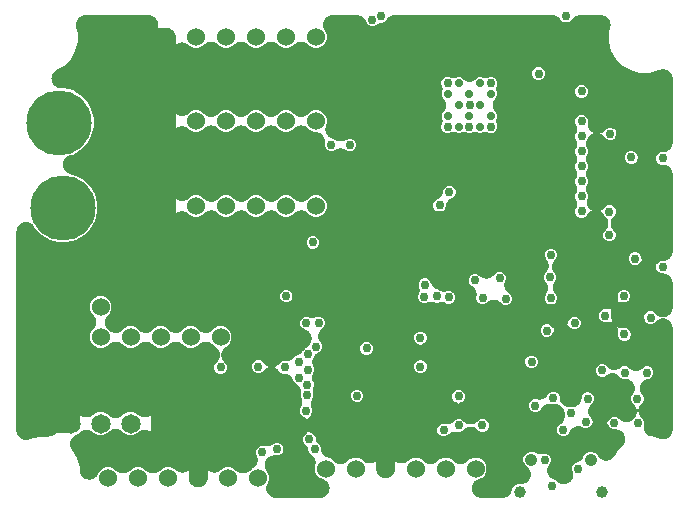
<source format=gbr>
G04 EAGLE Gerber RS-274X export*
G75*
%MOMM*%
%FSLAX34Y34*%
%LPD*%
%INCopper Layer 2*%
%IPPOS*%
%AMOC8*
5,1,8,0,0,1.08239X$1,22.5*%
G01*
%ADD10C,1.524000*%
%ADD11C,1.650000*%
%ADD12C,0.708000*%
%ADD13C,1.530000*%
%ADD14C,5.516000*%
%ADD15C,1.058000*%
%ADD16C,1.008000*%
%ADD17C,0.756400*%
%ADD18C,0.406400*%

G36*
X295305Y470537D02*
X295305Y470537D01*
X295322Y470536D01*
X295707Y470557D01*
X296093Y470576D01*
X296110Y470578D01*
X296127Y470579D01*
X296506Y470638D01*
X296890Y470695D01*
X296907Y470699D01*
X296923Y470702D01*
X297300Y470799D01*
X297671Y470893D01*
X297687Y470899D01*
X297704Y470903D01*
X298072Y471038D01*
X298429Y471168D01*
X298444Y471175D01*
X298461Y471181D01*
X298808Y471349D01*
X299156Y471516D01*
X299171Y471525D01*
X299186Y471532D01*
X299513Y471732D01*
X299845Y471934D01*
X299859Y471944D01*
X299874Y471953D01*
X300181Y472187D01*
X300489Y472419D01*
X300502Y472430D01*
X300516Y472441D01*
X300799Y472703D01*
X301082Y472965D01*
X301094Y472977D01*
X301106Y472989D01*
X301361Y473277D01*
X301618Y473567D01*
X301629Y473581D01*
X301640Y473593D01*
X301864Y473905D01*
X302092Y474219D01*
X302101Y474234D01*
X302111Y474248D01*
X302304Y474581D01*
X302499Y474915D01*
X302506Y474930D01*
X302515Y474945D01*
X302674Y475297D01*
X302835Y475648D01*
X302840Y475664D01*
X302847Y475679D01*
X302971Y476046D01*
X303096Y476410D01*
X303100Y476427D01*
X303106Y476443D01*
X303192Y476818D01*
X303281Y477195D01*
X303283Y477212D01*
X303287Y477228D01*
X303336Y477611D01*
X303387Y477994D01*
X303388Y478011D01*
X303390Y478028D01*
X303401Y478417D01*
X303414Y478799D01*
X303413Y478816D01*
X303413Y478834D01*
X303386Y479220D01*
X303360Y479604D01*
X303357Y479621D01*
X303356Y479638D01*
X303291Y480016D01*
X303227Y480399D01*
X303223Y480415D01*
X303220Y480432D01*
X303118Y480801D01*
X303016Y481177D01*
X303010Y481193D01*
X303006Y481209D01*
X302867Y481569D01*
X302729Y481930D01*
X302722Y481945D01*
X302715Y481961D01*
X302542Y482305D01*
X302369Y482651D01*
X302360Y482666D01*
X302352Y482681D01*
X302147Y483003D01*
X301939Y483333D01*
X301929Y483347D01*
X301919Y483361D01*
X301682Y483663D01*
X301444Y483969D01*
X301432Y483981D01*
X301421Y483995D01*
X301156Y484271D01*
X300888Y484553D01*
X300875Y484564D01*
X300863Y484576D01*
X300569Y484827D01*
X300277Y485079D01*
X300263Y485088D01*
X300250Y485099D01*
X299930Y485322D01*
X299617Y485541D01*
X299602Y485550D01*
X299588Y485559D01*
X299250Y485747D01*
X298914Y485936D01*
X298898Y485943D01*
X298884Y485951D01*
X298398Y486172D01*
X294895Y487622D01*
X292322Y490195D01*
X290930Y493556D01*
X290930Y497194D01*
X290974Y497298D01*
X290997Y497363D01*
X291025Y497425D01*
X291132Y497742D01*
X291245Y498057D01*
X291261Y498124D01*
X291283Y498189D01*
X291359Y498515D01*
X291439Y498840D01*
X291449Y498908D01*
X291465Y498974D01*
X291507Y499306D01*
X291556Y499637D01*
X291559Y499706D01*
X291567Y499774D01*
X291577Y500108D01*
X291592Y500443D01*
X291588Y500511D01*
X291590Y500580D01*
X291567Y500913D01*
X291549Y501248D01*
X291538Y501315D01*
X291534Y501384D01*
X291477Y501714D01*
X291426Y502044D01*
X291409Y502110D01*
X291397Y502178D01*
X291308Y502501D01*
X291225Y502825D01*
X291201Y502889D01*
X291183Y502955D01*
X291063Y503267D01*
X290947Y503582D01*
X290917Y503643D01*
X290893Y503707D01*
X290742Y504006D01*
X290596Y504307D01*
X290560Y504366D01*
X290529Y504427D01*
X290350Y504710D01*
X290175Y504994D01*
X290134Y505049D01*
X290097Y505107D01*
X289890Y505370D01*
X289688Y505637D01*
X289641Y505687D01*
X289599Y505741D01*
X289367Y505982D01*
X289139Y506227D01*
X289088Y506273D01*
X289040Y506322D01*
X288786Y506539D01*
X288535Y506761D01*
X288479Y506801D01*
X288427Y506845D01*
X288152Y507036D01*
X287962Y507173D01*
X286180Y508956D01*
X285332Y511001D01*
X285332Y511012D01*
X285316Y511114D01*
X285309Y511216D01*
X285257Y511512D01*
X285212Y511809D01*
X285187Y511909D01*
X285169Y512010D01*
X285088Y512299D01*
X285014Y512591D01*
X284979Y512687D01*
X284952Y512786D01*
X284842Y513066D01*
X284740Y513349D01*
X284696Y513441D01*
X284658Y513537D01*
X284522Y513804D01*
X284392Y514076D01*
X284338Y514164D01*
X284292Y514255D01*
X284130Y514507D01*
X283973Y514765D01*
X283912Y514847D01*
X283856Y514933D01*
X283669Y515169D01*
X283489Y515409D01*
X283419Y515484D01*
X283356Y515565D01*
X282991Y515954D01*
X281658Y517287D01*
X280850Y519237D01*
X280850Y521348D01*
X281658Y523299D01*
X284132Y525773D01*
X284167Y525811D01*
X284204Y525846D01*
X284437Y526109D01*
X284673Y526370D01*
X284704Y526412D01*
X284738Y526450D01*
X284943Y526735D01*
X285152Y527019D01*
X285179Y527063D01*
X285209Y527104D01*
X285298Y527258D01*
X285447Y527102D01*
X285687Y526846D01*
X285726Y526812D01*
X285761Y526775D01*
X286029Y526546D01*
X286294Y526315D01*
X286335Y526285D01*
X286374Y526252D01*
X286664Y526051D01*
X286950Y525847D01*
X286994Y525821D01*
X287036Y525792D01*
X287344Y525620D01*
X287649Y525446D01*
X287696Y525425D01*
X287741Y525400D01*
X288227Y525180D01*
X289163Y524792D01*
X290656Y523299D01*
X291503Y521253D01*
X291504Y521242D01*
X291519Y521141D01*
X291527Y521039D01*
X291579Y520742D01*
X291623Y520445D01*
X291649Y520346D01*
X291666Y520245D01*
X291748Y519954D01*
X291821Y519664D01*
X291856Y519568D01*
X291884Y519469D01*
X291994Y519188D01*
X292096Y518906D01*
X292140Y518813D01*
X292177Y518718D01*
X292314Y518450D01*
X292444Y518179D01*
X292497Y518091D01*
X292543Y518000D01*
X292706Y517747D01*
X292862Y517490D01*
X292924Y517408D01*
X292979Y517322D01*
X293166Y517086D01*
X293347Y516845D01*
X293416Y516770D01*
X293480Y516690D01*
X293844Y516301D01*
X295177Y514968D01*
X295985Y513017D01*
X295985Y512398D01*
X295989Y512313D01*
X295987Y512227D01*
X296009Y511910D01*
X296025Y511593D01*
X296038Y511508D01*
X296044Y511423D01*
X296097Y511110D01*
X296145Y510795D01*
X296166Y510713D01*
X296180Y510629D01*
X296264Y510322D01*
X296343Y510014D01*
X296372Y509934D01*
X296394Y509851D01*
X296509Y509555D01*
X296617Y509256D01*
X296654Y509179D01*
X296684Y509099D01*
X296828Y508816D01*
X296965Y508529D01*
X297009Y508456D01*
X297048Y508380D01*
X297218Y508112D01*
X297383Y507840D01*
X297435Y507772D01*
X297481Y507700D01*
X297677Y507450D01*
X297868Y507196D01*
X297926Y507133D01*
X297979Y507066D01*
X298198Y506837D01*
X298414Y506603D01*
X298478Y506546D01*
X298537Y506484D01*
X298778Y506278D01*
X299016Y506067D01*
X299085Y506017D01*
X299150Y505961D01*
X299412Y505780D01*
X299668Y505593D01*
X299742Y505550D01*
X299812Y505501D01*
X300090Y505347D01*
X300364Y505186D01*
X300442Y505151D01*
X300516Y505109D01*
X301002Y504889D01*
X305255Y503128D01*
X307028Y501354D01*
X307079Y501308D01*
X307126Y501259D01*
X307378Y501038D01*
X307626Y500813D01*
X307681Y500773D01*
X307732Y500728D01*
X308005Y500533D01*
X308274Y500334D01*
X308333Y500299D01*
X308388Y500260D01*
X308678Y500093D01*
X308966Y499922D01*
X309028Y499893D01*
X309088Y499859D01*
X309393Y499722D01*
X309696Y499580D01*
X309761Y499557D01*
X309823Y499529D01*
X310141Y499423D01*
X310457Y499312D01*
X310523Y499296D01*
X310588Y499274D01*
X310915Y499200D01*
X311240Y499120D01*
X311307Y499111D01*
X311374Y499096D01*
X311706Y499054D01*
X312038Y499008D01*
X312106Y499005D01*
X312174Y498996D01*
X312508Y498988D01*
X312843Y498974D01*
X312912Y498978D01*
X312980Y498977D01*
X313314Y499002D01*
X313648Y499021D01*
X313715Y499032D01*
X313784Y499037D01*
X314114Y499095D01*
X314444Y499147D01*
X314510Y499165D01*
X314577Y499176D01*
X314900Y499267D01*
X315224Y499352D01*
X315288Y499376D01*
X315354Y499394D01*
X315666Y499516D01*
X315979Y499632D01*
X316041Y499662D01*
X316104Y499687D01*
X316403Y499840D01*
X316704Y499987D01*
X316762Y500022D01*
X316823Y500054D01*
X317105Y500235D01*
X317389Y500411D01*
X317443Y500452D01*
X317501Y500489D01*
X317763Y500697D01*
X318029Y500901D01*
X318079Y500947D01*
X318133Y500990D01*
X318522Y501354D01*
X320295Y503128D01*
X323656Y504520D01*
X327294Y504520D01*
X330655Y503128D01*
X331710Y502073D01*
X331760Y502027D01*
X331807Y501977D01*
X332060Y501756D01*
X332307Y501532D01*
X332362Y501491D01*
X332414Y501446D01*
X332686Y501252D01*
X332955Y501053D01*
X333014Y501018D01*
X333070Y500978D01*
X333360Y500812D01*
X333648Y500640D01*
X333710Y500611D01*
X333769Y500577D01*
X334075Y500440D01*
X334378Y500298D01*
X334442Y500275D01*
X334505Y500247D01*
X334822Y500142D01*
X335138Y500030D01*
X335205Y500014D01*
X335269Y499992D01*
X335595Y499918D01*
X335921Y499839D01*
X335989Y499829D01*
X336056Y499814D01*
X336388Y499773D01*
X336719Y499726D01*
X336788Y499723D01*
X336856Y499715D01*
X337190Y499707D01*
X337525Y499693D01*
X337593Y499697D01*
X337661Y499695D01*
X337995Y499720D01*
X338329Y499739D01*
X338397Y499750D01*
X338465Y499755D01*
X338795Y499813D01*
X339126Y499866D01*
X339192Y499883D01*
X339259Y499895D01*
X339581Y499985D01*
X339905Y500070D01*
X339969Y500094D01*
X340035Y500112D01*
X340347Y500234D01*
X340661Y500351D01*
X340723Y500381D01*
X340786Y500406D01*
X341084Y500558D01*
X341385Y500705D01*
X341443Y500741D01*
X341504Y500772D01*
X341786Y500953D01*
X342071Y501129D01*
X342125Y501171D01*
X342182Y501208D01*
X342444Y501415D01*
X342711Y501619D01*
X342748Y501654D01*
X342748Y495375D01*
X342751Y495307D01*
X342749Y495239D01*
X342771Y494905D01*
X342788Y494570D01*
X342798Y494503D01*
X342802Y494435D01*
X342857Y494104D01*
X342907Y493773D01*
X342924Y493707D01*
X342935Y493639D01*
X343023Y493316D01*
X343105Y492992D01*
X343128Y492928D01*
X343146Y492862D01*
X343266Y492548D01*
X343379Y492234D01*
X343409Y492172D01*
X343433Y492108D01*
X343583Y491809D01*
X343727Y491507D01*
X343763Y491448D01*
X343793Y491387D01*
X343973Y491103D01*
X344146Y490818D01*
X344187Y490763D01*
X344223Y490705D01*
X344429Y490441D01*
X344630Y490173D01*
X344677Y490123D01*
X344719Y490069D01*
X344950Y489826D01*
X345176Y489580D01*
X345227Y489535D01*
X345275Y489486D01*
X345528Y489267D01*
X345779Y489044D01*
X345834Y489004D01*
X345886Y488960D01*
X346159Y488768D01*
X346431Y488571D01*
X346490Y488536D01*
X346546Y488497D01*
X346837Y488333D01*
X347127Y488164D01*
X347189Y488136D01*
X347248Y488102D01*
X347555Y487967D01*
X347859Y487828D01*
X347924Y487806D01*
X347987Y487779D01*
X348306Y487675D01*
X348622Y487567D01*
X348688Y487551D01*
X348753Y487530D01*
X349080Y487459D01*
X349407Y487382D01*
X349474Y487373D01*
X349541Y487358D01*
X349874Y487320D01*
X350206Y487276D01*
X350274Y487273D01*
X350342Y487266D01*
X350875Y487248D01*
X350943Y487251D01*
X351011Y487249D01*
X351012Y487249D01*
X351345Y487271D01*
X351680Y487288D01*
X351748Y487298D01*
X351816Y487303D01*
X352146Y487358D01*
X352477Y487408D01*
X352544Y487424D01*
X352611Y487436D01*
X352935Y487523D01*
X353259Y487606D01*
X353323Y487629D01*
X353389Y487647D01*
X353702Y487766D01*
X354017Y487880D01*
X354078Y487909D01*
X354142Y487934D01*
X354441Y488083D01*
X354744Y488228D01*
X354802Y488263D01*
X354863Y488294D01*
X355147Y488473D01*
X355433Y488646D01*
X355487Y488687D01*
X355545Y488724D01*
X355810Y488930D01*
X356077Y489131D01*
X356127Y489177D01*
X356181Y489219D01*
X356424Y489451D01*
X356670Y489677D01*
X356715Y489728D01*
X356765Y489775D01*
X356983Y490029D01*
X357206Y490279D01*
X357246Y490334D01*
X357291Y490386D01*
X357483Y490660D01*
X357680Y490931D01*
X357714Y490990D01*
X357753Y491046D01*
X357917Y491338D01*
X358086Y491627D01*
X358115Y491689D01*
X358148Y491749D01*
X358283Y492056D01*
X358422Y492360D01*
X358444Y492424D01*
X358472Y492487D01*
X358575Y492806D01*
X358684Y493122D01*
X358700Y493189D01*
X358721Y493254D01*
X358792Y493581D01*
X358869Y493907D01*
X358878Y493975D01*
X358892Y494041D01*
X358931Y494374D01*
X358975Y494706D01*
X358977Y494774D01*
X358985Y494842D01*
X359002Y495375D01*
X359002Y501660D01*
X359144Y501532D01*
X359199Y501491D01*
X359250Y501446D01*
X359523Y501251D01*
X359792Y501053D01*
X359851Y501018D01*
X359907Y500978D01*
X360198Y500811D01*
X360485Y500640D01*
X360546Y500611D01*
X360606Y500577D01*
X360912Y500440D01*
X361215Y500298D01*
X361279Y500275D01*
X361342Y500247D01*
X361659Y500141D01*
X361975Y500030D01*
X362041Y500014D01*
X362106Y499992D01*
X362432Y499918D01*
X362758Y499839D01*
X362826Y499829D01*
X362892Y499814D01*
X363224Y499773D01*
X363556Y499726D01*
X363624Y499723D01*
X363692Y499715D01*
X364027Y499707D01*
X364362Y499693D01*
X364430Y499697D01*
X364498Y499695D01*
X364831Y499720D01*
X365166Y499739D01*
X365234Y499750D01*
X365302Y499755D01*
X365632Y499813D01*
X365962Y499866D01*
X366029Y499883D01*
X366096Y499895D01*
X366418Y499985D01*
X366742Y500070D01*
X366806Y500094D01*
X366872Y500112D01*
X367184Y500234D01*
X367498Y500351D01*
X367559Y500381D01*
X367623Y500406D01*
X367921Y500558D01*
X368222Y500705D01*
X368280Y500741D01*
X368341Y500772D01*
X368622Y500952D01*
X368907Y501129D01*
X368962Y501171D01*
X369019Y501208D01*
X369281Y501415D01*
X369547Y501619D01*
X369597Y501666D01*
X369651Y501708D01*
X370040Y502073D01*
X371095Y503128D01*
X374456Y504520D01*
X378094Y504520D01*
X381455Y503128D01*
X383228Y501354D01*
X383279Y501309D01*
X383325Y501259D01*
X383577Y501038D01*
X383826Y500813D01*
X383881Y500773D01*
X383932Y500728D01*
X384205Y500533D01*
X384474Y500334D01*
X384532Y500299D01*
X384588Y500260D01*
X384879Y500093D01*
X385166Y499922D01*
X385228Y499893D01*
X385287Y499859D01*
X385594Y499721D01*
X385896Y499580D01*
X385961Y499557D01*
X386023Y499529D01*
X386341Y499423D01*
X386657Y499312D01*
X386723Y499295D01*
X386788Y499274D01*
X387114Y499200D01*
X387440Y499120D01*
X387507Y499111D01*
X387574Y499096D01*
X387906Y499054D01*
X388238Y499008D01*
X388306Y499005D01*
X388374Y498996D01*
X388709Y498988D01*
X389043Y498974D01*
X389111Y498978D01*
X389180Y498977D01*
X389514Y499002D01*
X389848Y499021D01*
X389916Y499032D01*
X389983Y499037D01*
X390313Y499095D01*
X390644Y499147D01*
X390710Y499165D01*
X390777Y499176D01*
X391100Y499267D01*
X391424Y499352D01*
X391488Y499375D01*
X391554Y499394D01*
X391866Y499516D01*
X392179Y499632D01*
X392241Y499662D01*
X392304Y499687D01*
X392602Y499839D01*
X392904Y499987D01*
X392962Y500023D01*
X393022Y500054D01*
X393304Y500234D01*
X393589Y500411D01*
X393643Y500452D01*
X393701Y500489D01*
X393963Y500697D01*
X394229Y500901D01*
X394279Y500947D01*
X394332Y500990D01*
X394722Y501354D01*
X396495Y503128D01*
X399856Y504520D01*
X403494Y504520D01*
X406855Y503128D01*
X408628Y501354D01*
X408679Y501309D01*
X408725Y501259D01*
X408977Y501038D01*
X409226Y500813D01*
X409281Y500773D01*
X409332Y500728D01*
X409605Y500533D01*
X409874Y500334D01*
X409932Y500299D01*
X409988Y500260D01*
X410279Y500093D01*
X410566Y499922D01*
X410628Y499893D01*
X410687Y499859D01*
X410994Y499721D01*
X411296Y499580D01*
X411361Y499557D01*
X411423Y499529D01*
X411741Y499423D01*
X412057Y499312D01*
X412123Y499295D01*
X412188Y499274D01*
X412514Y499200D01*
X412840Y499120D01*
X412907Y499111D01*
X412974Y499096D01*
X413306Y499054D01*
X413638Y499008D01*
X413706Y499005D01*
X413774Y498996D01*
X414109Y498988D01*
X414443Y498974D01*
X414511Y498978D01*
X414580Y498977D01*
X414914Y499002D01*
X415248Y499021D01*
X415316Y499032D01*
X415383Y499037D01*
X415713Y499095D01*
X416044Y499147D01*
X416110Y499165D01*
X416177Y499176D01*
X416500Y499267D01*
X416824Y499352D01*
X416888Y499375D01*
X416954Y499394D01*
X417266Y499516D01*
X417579Y499632D01*
X417641Y499662D01*
X417704Y499687D01*
X418002Y499839D01*
X418304Y499987D01*
X418362Y500023D01*
X418422Y500054D01*
X418704Y500234D01*
X418989Y500411D01*
X419043Y500452D01*
X419101Y500489D01*
X419363Y500697D01*
X419629Y500901D01*
X419679Y500947D01*
X419732Y500990D01*
X420122Y501354D01*
X421895Y503128D01*
X425256Y504520D01*
X428894Y504520D01*
X432255Y503128D01*
X434828Y500555D01*
X436220Y497194D01*
X436220Y493556D01*
X434828Y490195D01*
X432255Y487622D01*
X428752Y486172D01*
X428737Y486164D01*
X428721Y486158D01*
X428373Y485992D01*
X428024Y485827D01*
X428009Y485818D01*
X427994Y485810D01*
X427661Y485609D01*
X427333Y485411D01*
X427319Y485401D01*
X427305Y485392D01*
X426997Y485161D01*
X426687Y484929D01*
X426674Y484918D01*
X426661Y484907D01*
X426378Y484647D01*
X426092Y484386D01*
X426080Y484373D01*
X426068Y484361D01*
X425810Y484072D01*
X425553Y483786D01*
X425543Y483772D01*
X425532Y483759D01*
X425305Y483447D01*
X425077Y483136D01*
X425068Y483121D01*
X425058Y483107D01*
X424865Y482776D01*
X424667Y482441D01*
X424660Y482426D01*
X424651Y482411D01*
X424491Y482063D01*
X424328Y481710D01*
X424322Y481694D01*
X424315Y481678D01*
X424191Y481315D01*
X424063Y480949D01*
X424059Y480932D01*
X424054Y480916D01*
X423965Y480539D01*
X423875Y480165D01*
X423873Y480148D01*
X423869Y480131D01*
X423818Y479749D01*
X423766Y479366D01*
X423765Y479349D01*
X423763Y479332D01*
X423750Y478945D01*
X423736Y478561D01*
X423737Y478544D01*
X423736Y478527D01*
X423762Y478140D01*
X423786Y477756D01*
X423789Y477739D01*
X423790Y477722D01*
X423854Y477339D01*
X423915Y476961D01*
X423920Y476944D01*
X423923Y476927D01*
X424024Y476554D01*
X424123Y476182D01*
X424129Y476166D01*
X424134Y476149D01*
X424270Y475791D01*
X424407Y475427D01*
X424415Y475412D01*
X424421Y475396D01*
X424593Y475051D01*
X424764Y474705D01*
X424773Y474690D01*
X424781Y474675D01*
X424988Y474346D01*
X425191Y474021D01*
X425202Y474007D01*
X425211Y473993D01*
X425451Y473685D01*
X425684Y473383D01*
X425696Y473371D01*
X425706Y473357D01*
X425972Y473077D01*
X426237Y472797D01*
X426250Y472786D01*
X426262Y472773D01*
X426554Y472522D01*
X426846Y472268D01*
X426860Y472259D01*
X426873Y472247D01*
X427188Y472027D01*
X427504Y471803D01*
X427519Y471795D01*
X427533Y471785D01*
X427870Y471596D01*
X428205Y471405D01*
X428221Y471398D01*
X428236Y471390D01*
X428591Y471234D01*
X428942Y471078D01*
X428958Y471073D01*
X428974Y471066D01*
X429340Y470947D01*
X429708Y470826D01*
X429725Y470823D01*
X429741Y470818D01*
X430117Y470736D01*
X430495Y470652D01*
X430512Y470650D01*
X430529Y470646D01*
X430913Y470601D01*
X431295Y470556D01*
X431312Y470555D01*
X431329Y470553D01*
X431862Y470536D01*
X449794Y470536D01*
X449879Y470540D01*
X449965Y470538D01*
X450282Y470560D01*
X450599Y470576D01*
X450684Y470588D01*
X450769Y470594D01*
X451082Y470648D01*
X451396Y470695D01*
X451479Y470716D01*
X451563Y470731D01*
X451869Y470815D01*
X452178Y470893D01*
X452258Y470922D01*
X452340Y470945D01*
X452637Y471059D01*
X452936Y471168D01*
X453013Y471204D01*
X453092Y471235D01*
X453376Y471378D01*
X453663Y471516D01*
X453736Y471560D01*
X453812Y471598D01*
X454080Y471769D01*
X454352Y471934D01*
X454420Y471985D01*
X454492Y472031D01*
X454742Y472227D01*
X454996Y472419D01*
X455059Y472477D01*
X455126Y472529D01*
X455355Y472749D01*
X455589Y472965D01*
X455646Y473028D01*
X455707Y473088D01*
X455913Y473329D01*
X456125Y473567D01*
X456175Y473636D01*
X456230Y473701D01*
X456412Y473962D01*
X456599Y474219D01*
X456642Y474293D01*
X456690Y474363D01*
X456845Y474640D01*
X457005Y474915D01*
X457041Y474992D01*
X457082Y475067D01*
X457303Y475553D01*
X458900Y479409D01*
X460746Y481255D01*
X463159Y482255D01*
X465586Y482255D01*
X465620Y482256D01*
X465654Y482255D01*
X466022Y482276D01*
X466391Y482295D01*
X466425Y482300D01*
X466459Y482302D01*
X466822Y482359D01*
X467188Y482414D01*
X467222Y482423D01*
X467255Y482428D01*
X467613Y482522D01*
X467970Y482612D01*
X468002Y482624D01*
X468035Y482632D01*
X468382Y482761D01*
X468728Y482887D01*
X468759Y482901D01*
X468791Y482913D01*
X469122Y483075D01*
X469455Y483235D01*
X469484Y483252D01*
X469515Y483267D01*
X469829Y483462D01*
X470144Y483653D01*
X470171Y483674D01*
X470200Y483692D01*
X470494Y483916D01*
X470788Y484138D01*
X470813Y484161D01*
X470840Y484181D01*
X471110Y484434D01*
X471381Y484684D01*
X471404Y484709D01*
X471429Y484732D01*
X471671Y485009D01*
X471917Y485286D01*
X471937Y485314D01*
X471960Y485339D01*
X472173Y485638D01*
X472391Y485938D01*
X472408Y485967D01*
X472428Y485995D01*
X472611Y486315D01*
X472798Y486634D01*
X472812Y486665D01*
X472829Y486695D01*
X472980Y487031D01*
X473133Y487367D01*
X473144Y487399D01*
X473158Y487430D01*
X473275Y487778D01*
X473395Y488129D01*
X473403Y488162D01*
X473414Y488195D01*
X473495Y488553D01*
X473580Y488914D01*
X473584Y488948D01*
X473592Y488981D01*
X473637Y489346D01*
X473686Y489713D01*
X473687Y489747D01*
X473691Y489781D01*
X473700Y490150D01*
X473712Y490518D01*
X473710Y490553D01*
X473711Y490587D01*
X473683Y490954D01*
X473659Y491323D01*
X473653Y491356D01*
X473651Y491391D01*
X473587Y491753D01*
X473526Y492118D01*
X473517Y492151D01*
X473511Y492184D01*
X473412Y492538D01*
X473315Y492896D01*
X473303Y492928D01*
X473294Y492961D01*
X473159Y493304D01*
X473028Y493649D01*
X473013Y493679D01*
X473000Y493711D01*
X472832Y494041D01*
X472668Y494370D01*
X472649Y494399D01*
X472634Y494430D01*
X472435Y494739D01*
X472238Y495052D01*
X472217Y495079D01*
X472198Y495108D01*
X471969Y495396D01*
X471742Y495688D01*
X471719Y495713D01*
X471698Y495740D01*
X471333Y496129D01*
X468575Y498887D01*
X467537Y501392D01*
X467537Y504103D01*
X468575Y506608D01*
X470492Y508525D01*
X472996Y509562D01*
X475708Y509562D01*
X478935Y508225D01*
X479031Y508191D01*
X479125Y508149D01*
X479411Y508055D01*
X479694Y507954D01*
X479793Y507929D01*
X479891Y507897D01*
X480184Y507832D01*
X480476Y507759D01*
X480577Y507745D01*
X480677Y507722D01*
X480976Y507687D01*
X481274Y507643D01*
X481376Y507639D01*
X481478Y507626D01*
X481778Y507620D01*
X482079Y507607D01*
X482181Y507612D01*
X482284Y507610D01*
X482584Y507634D01*
X482884Y507650D01*
X482985Y507666D01*
X483087Y507674D01*
X483384Y507727D01*
X483681Y507773D01*
X483780Y507798D01*
X483881Y507817D01*
X484170Y507899D01*
X484461Y507974D01*
X484523Y507997D01*
X486715Y507997D01*
X488665Y507189D01*
X490158Y505696D01*
X490966Y503746D01*
X490966Y501634D01*
X490158Y499684D01*
X489987Y499513D01*
X489952Y499475D01*
X489915Y499440D01*
X489682Y499177D01*
X489446Y498916D01*
X489416Y498874D01*
X489382Y498836D01*
X489176Y498550D01*
X488967Y498267D01*
X488941Y498223D01*
X488911Y498182D01*
X488734Y497877D01*
X488554Y497575D01*
X488532Y497528D01*
X488507Y497484D01*
X488361Y497163D01*
X488212Y496845D01*
X488195Y496797D01*
X488174Y496750D01*
X488061Y496416D01*
X487944Y496085D01*
X487932Y496035D01*
X487916Y495986D01*
X487836Y495643D01*
X487753Y495302D01*
X487746Y495251D01*
X487734Y495201D01*
X487689Y494851D01*
X487640Y494503D01*
X487638Y494452D01*
X487631Y494401D01*
X487621Y494048D01*
X487607Y493698D01*
X487610Y493647D01*
X487608Y493596D01*
X487633Y493244D01*
X487654Y492893D01*
X487662Y492843D01*
X487665Y492792D01*
X487725Y492444D01*
X487780Y492097D01*
X487793Y492048D01*
X487801Y491997D01*
X487895Y491658D01*
X487984Y491317D01*
X488002Y491269D01*
X488016Y491220D01*
X488142Y490892D01*
X488265Y490562D01*
X488288Y490516D01*
X488306Y490468D01*
X488464Y490154D01*
X488619Y489838D01*
X488646Y489794D01*
X488669Y489748D01*
X488858Y489452D01*
X489043Y489152D01*
X489075Y489111D01*
X489102Y489068D01*
X489319Y488792D01*
X489533Y488512D01*
X489568Y488475D01*
X489600Y488434D01*
X489843Y488182D01*
X490084Y487924D01*
X490123Y487890D01*
X490158Y487853D01*
X490426Y487625D01*
X490691Y487393D01*
X490733Y487363D01*
X490772Y487330D01*
X491061Y487129D01*
X491347Y486925D01*
X491391Y486899D01*
X491434Y486870D01*
X491741Y486699D01*
X492046Y486524D01*
X492093Y486503D01*
X492138Y486478D01*
X492624Y486258D01*
X495011Y485269D01*
X495844Y484436D01*
X495857Y484424D01*
X495869Y484411D01*
X496154Y484155D01*
X496442Y483895D01*
X496456Y483884D01*
X496468Y483873D01*
X496778Y483646D01*
X497090Y483415D01*
X497105Y483406D01*
X497119Y483396D01*
X497450Y483201D01*
X497783Y483003D01*
X497798Y482995D01*
X497813Y482987D01*
X498165Y482824D01*
X498513Y482661D01*
X498529Y482655D01*
X498544Y482648D01*
X498910Y482521D01*
X499273Y482393D01*
X499289Y482389D01*
X499306Y482383D01*
X499683Y482293D01*
X500056Y482201D01*
X500073Y482199D01*
X500089Y482195D01*
X500473Y482142D01*
X500854Y482089D01*
X500871Y482088D01*
X500888Y482086D01*
X501272Y482071D01*
X501659Y482055D01*
X501677Y482056D01*
X501694Y482056D01*
X502077Y482080D01*
X502464Y482102D01*
X502481Y482105D01*
X502498Y482106D01*
X502879Y482168D01*
X503260Y482228D01*
X503277Y482233D01*
X503294Y482235D01*
X503667Y482335D01*
X504040Y482433D01*
X504056Y482439D01*
X504073Y482443D01*
X504434Y482579D01*
X504796Y482714D01*
X504811Y482721D01*
X504827Y482727D01*
X505174Y482899D01*
X505520Y483068D01*
X505534Y483077D01*
X505550Y483084D01*
X505876Y483288D01*
X506205Y483492D01*
X506219Y483502D01*
X506233Y483511D01*
X506539Y483748D01*
X506845Y483982D01*
X506858Y483993D01*
X506871Y484004D01*
X507152Y484269D01*
X507434Y484533D01*
X507445Y484546D01*
X507457Y484557D01*
X507708Y484846D01*
X507965Y485139D01*
X507975Y485153D01*
X507986Y485166D01*
X508207Y485480D01*
X508433Y485796D01*
X508441Y485810D01*
X508451Y485824D01*
X508640Y486157D01*
X508834Y486495D01*
X508841Y486510D01*
X508849Y486525D01*
X509006Y486880D01*
X509163Y487230D01*
X509169Y487247D01*
X509176Y487262D01*
X509296Y487629D01*
X509419Y487995D01*
X509422Y488012D01*
X509428Y488028D01*
X509511Y488405D01*
X509597Y488781D01*
X509599Y488798D01*
X509603Y488815D01*
X509648Y489198D01*
X509696Y489581D01*
X509697Y489599D01*
X509699Y489615D01*
X509706Y489998D01*
X509716Y490387D01*
X509715Y490404D01*
X509715Y490421D01*
X509684Y490806D01*
X509656Y491191D01*
X509653Y491208D01*
X509651Y491225D01*
X509583Y491606D01*
X509516Y491985D01*
X509511Y492001D01*
X509508Y492018D01*
X509403Y492388D01*
X509299Y492761D01*
X509292Y492777D01*
X509288Y492793D01*
X509100Y493293D01*
X508705Y494244D01*
X508705Y496356D01*
X509513Y498306D01*
X511006Y499799D01*
X513979Y501030D01*
X514072Y501074D01*
X514167Y501111D01*
X514436Y501246D01*
X514708Y501375D01*
X514795Y501428D01*
X514887Y501474D01*
X515141Y501636D01*
X515398Y501791D01*
X515481Y501852D01*
X515567Y501907D01*
X515803Y502093D01*
X516045Y502273D01*
X516120Y502342D01*
X516201Y502405D01*
X516418Y502614D01*
X516640Y502816D01*
X516708Y502892D01*
X516782Y502963D01*
X516978Y503193D01*
X517178Y503416D01*
X517239Y503499D01*
X517305Y503577D01*
X517477Y503823D01*
X517655Y504066D01*
X517707Y504155D01*
X517765Y504239D01*
X517911Y504501D01*
X518065Y504760D01*
X518108Y504853D01*
X518157Y504943D01*
X518378Y505429D01*
X518831Y506523D01*
X520748Y508440D01*
X523253Y509478D01*
X525964Y509478D01*
X528468Y508440D01*
X530426Y506482D01*
X530446Y506439D01*
X530492Y506357D01*
X530533Y506272D01*
X530692Y506007D01*
X530845Y505739D01*
X530900Y505662D01*
X530948Y505581D01*
X531133Y505333D01*
X531312Y505082D01*
X531374Y505011D01*
X531430Y504935D01*
X531639Y504706D01*
X531841Y504474D01*
X531910Y504409D01*
X531974Y504339D01*
X532203Y504133D01*
X532428Y503922D01*
X532503Y503864D01*
X532574Y503801D01*
X532822Y503619D01*
X533067Y503430D01*
X533148Y503380D01*
X533224Y503324D01*
X533490Y503167D01*
X533752Y503004D01*
X533837Y502963D01*
X533918Y502915D01*
X534198Y502785D01*
X534475Y502649D01*
X534564Y502615D01*
X534649Y502576D01*
X534941Y502474D01*
X535230Y502366D01*
X535321Y502342D01*
X535411Y502311D01*
X535711Y502239D01*
X536009Y502160D01*
X536102Y502145D01*
X536195Y502123D01*
X536501Y502081D01*
X536805Y502032D01*
X536900Y502026D01*
X536993Y502013D01*
X537301Y502002D01*
X537610Y501983D01*
X537704Y501987D01*
X537799Y501984D01*
X538107Y502003D01*
X538415Y502015D01*
X538509Y502028D01*
X538603Y502034D01*
X538908Y502083D01*
X539214Y502126D01*
X539306Y502148D01*
X539399Y502163D01*
X539697Y502243D01*
X539997Y502315D01*
X540086Y502347D01*
X540178Y502371D01*
X540466Y502479D01*
X540758Y502582D01*
X540844Y502622D01*
X540932Y502655D01*
X541208Y502791D01*
X541489Y502922D01*
X541570Y502970D01*
X541655Y503012D01*
X541917Y503176D01*
X542182Y503333D01*
X542258Y503389D01*
X542339Y503439D01*
X542583Y503628D01*
X542831Y503811D01*
X542902Y503874D01*
X542977Y503932D01*
X543201Y504143D01*
X543430Y504350D01*
X543494Y504420D01*
X543563Y504485D01*
X543765Y504718D01*
X543973Y504946D01*
X544029Y505022D01*
X544091Y505094D01*
X544269Y505346D01*
X544453Y505594D01*
X544517Y505697D01*
X544556Y505752D01*
X544606Y505839D01*
X544735Y506047D01*
X547490Y510819D01*
X551346Y514675D01*
X551369Y514701D01*
X551395Y514724D01*
X551639Y514998D01*
X551887Y515273D01*
X551908Y515300D01*
X551931Y515326D01*
X552147Y515624D01*
X552367Y515921D01*
X552384Y515950D01*
X552404Y515978D01*
X552591Y516297D01*
X552779Y516613D01*
X552794Y516644D01*
X552811Y516674D01*
X552964Y517008D01*
X553121Y517343D01*
X553133Y517376D01*
X553147Y517407D01*
X553266Y517754D01*
X553389Y518104D01*
X553397Y518137D01*
X553408Y518169D01*
X553493Y518526D01*
X553581Y518887D01*
X553585Y518920D01*
X553593Y518954D01*
X553642Y519320D01*
X553693Y519685D01*
X553695Y519719D01*
X553699Y519753D01*
X553711Y520119D01*
X553727Y520490D01*
X553725Y520524D01*
X553726Y520558D01*
X553701Y520925D01*
X553680Y521295D01*
X553675Y521328D01*
X553672Y521363D01*
X553611Y521728D01*
X553554Y522091D01*
X553545Y522124D01*
X553539Y522158D01*
X553443Y522515D01*
X553349Y522871D01*
X553337Y522903D01*
X553328Y522936D01*
X553198Y523279D01*
X553068Y523626D01*
X553053Y523657D01*
X553041Y523689D01*
X552877Y524019D01*
X552714Y524351D01*
X552696Y524380D01*
X552681Y524410D01*
X552484Y524723D01*
X552290Y525036D01*
X552269Y525063D01*
X552251Y525092D01*
X552023Y525384D01*
X551800Y525676D01*
X551777Y525701D01*
X551756Y525728D01*
X551502Y525995D01*
X551249Y526265D01*
X551223Y526287D01*
X551200Y526312D01*
X550921Y526552D01*
X550643Y526795D01*
X550615Y526815D01*
X550589Y526838D01*
X550288Y527048D01*
X549986Y527264D01*
X549957Y527281D01*
X549929Y527300D01*
X549607Y527481D01*
X549287Y527665D01*
X549256Y527678D01*
X549226Y527695D01*
X548887Y527844D01*
X548552Y527994D01*
X548519Y528005D01*
X548488Y528019D01*
X548136Y528133D01*
X547787Y528249D01*
X547754Y528257D01*
X547721Y528267D01*
X547360Y528346D01*
X547001Y528428D01*
X546967Y528432D01*
X546933Y528439D01*
X546565Y528482D01*
X546201Y528527D01*
X546167Y528528D01*
X546133Y528532D01*
X545600Y528549D01*
X543527Y528549D01*
X541577Y529357D01*
X540084Y530850D01*
X539785Y531573D01*
X539770Y531604D01*
X539758Y531637D01*
X539597Y531969D01*
X539439Y532302D01*
X539422Y532331D01*
X539407Y532362D01*
X539214Y532676D01*
X539024Y532993D01*
X539003Y533020D01*
X538986Y533049D01*
X538763Y533343D01*
X538542Y533639D01*
X538519Y533664D01*
X538498Y533692D01*
X538248Y533961D01*
X538014Y534218D01*
X538039Y534237D01*
X538064Y534261D01*
X538091Y534282D01*
X538356Y534537D01*
X538625Y534791D01*
X538648Y534817D01*
X538673Y534840D01*
X538912Y535120D01*
X539154Y535399D01*
X539174Y535428D01*
X539196Y535454D01*
X539406Y535757D01*
X539619Y536058D01*
X539636Y536087D01*
X539656Y536116D01*
X539835Y536437D01*
X540017Y536759D01*
X540031Y536790D01*
X540048Y536820D01*
X540053Y536830D01*
X541577Y538355D01*
X543527Y539163D01*
X545639Y539163D01*
X547589Y538355D01*
X548836Y537108D01*
X548887Y537062D01*
X548933Y537012D01*
X549186Y536791D01*
X549434Y536567D01*
X549488Y536526D01*
X549540Y536481D01*
X549813Y536286D01*
X550082Y536088D01*
X550140Y536053D01*
X550196Y536013D01*
X550487Y535846D01*
X550774Y535675D01*
X550836Y535646D01*
X550895Y535612D01*
X551202Y535475D01*
X551504Y535333D01*
X551569Y535310D01*
X551631Y535282D01*
X551948Y535177D01*
X552265Y535065D01*
X552331Y535049D01*
X552396Y535027D01*
X552721Y534953D01*
X553048Y534874D01*
X553115Y534864D01*
X553182Y534849D01*
X553513Y534808D01*
X553846Y534761D01*
X553914Y534758D01*
X553982Y534750D01*
X554316Y534741D01*
X554651Y534728D01*
X554719Y534731D01*
X554788Y534730D01*
X555121Y534755D01*
X555456Y534774D01*
X555524Y534785D01*
X555591Y534790D01*
X555920Y534848D01*
X556252Y534900D01*
X556318Y534918D01*
X556385Y534930D01*
X556708Y535020D01*
X557032Y535105D01*
X557096Y535129D01*
X557161Y535147D01*
X557474Y535269D01*
X557787Y535386D01*
X557849Y535416D01*
X557912Y535440D01*
X558211Y535593D01*
X558512Y535740D01*
X558570Y535776D01*
X558630Y535807D01*
X558912Y535988D01*
X559197Y536164D01*
X559251Y536206D01*
X559309Y536242D01*
X559571Y536450D01*
X559837Y536654D01*
X559887Y536701D01*
X559940Y536743D01*
X560330Y537108D01*
X561251Y538029D01*
X561297Y538080D01*
X561347Y538127D01*
X561568Y538378D01*
X561792Y538627D01*
X561833Y538682D01*
X561878Y538733D01*
X562073Y539006D01*
X562272Y539275D01*
X562306Y539333D01*
X562346Y539389D01*
X562513Y539680D01*
X562684Y539967D01*
X562713Y540029D01*
X562747Y540089D01*
X562884Y540395D01*
X563026Y540697D01*
X563049Y540762D01*
X563077Y540824D01*
X563183Y541142D01*
X563294Y541458D01*
X563310Y541524D01*
X563332Y541589D01*
X563406Y541915D01*
X563485Y542241D01*
X563495Y542308D01*
X563510Y542375D01*
X563551Y542707D01*
X563598Y543039D01*
X563601Y543107D01*
X563610Y543175D01*
X563618Y543510D01*
X563632Y543844D01*
X563628Y543912D01*
X563629Y543981D01*
X563604Y544314D01*
X563585Y544649D01*
X563574Y544716D01*
X563569Y544785D01*
X563511Y545115D01*
X563459Y545445D01*
X563441Y545511D01*
X563429Y545579D01*
X563339Y545901D01*
X563254Y546225D01*
X563230Y546289D01*
X563212Y546355D01*
X563090Y546666D01*
X562973Y546980D01*
X562943Y547042D01*
X562919Y547106D01*
X562767Y547403D01*
X562619Y547705D01*
X562583Y547763D01*
X562552Y547824D01*
X562371Y548106D01*
X562195Y548390D01*
X562154Y548444D01*
X562117Y548502D01*
X561908Y548765D01*
X561705Y549030D01*
X561658Y549080D01*
X561616Y549134D01*
X561251Y549523D01*
X559399Y551375D01*
X558591Y553325D01*
X558591Y555437D01*
X559399Y557387D01*
X559432Y557420D01*
X559455Y557445D01*
X559480Y557468D01*
X559725Y557743D01*
X559973Y558017D01*
X559993Y558045D01*
X560016Y558070D01*
X560233Y558368D01*
X560452Y558665D01*
X560470Y558695D01*
X560490Y558722D01*
X560675Y559039D01*
X560865Y559358D01*
X560879Y559389D01*
X560897Y559418D01*
X561050Y559753D01*
X561207Y560088D01*
X561218Y560120D01*
X561232Y560151D01*
X561352Y560499D01*
X561475Y560848D01*
X561483Y560881D01*
X561494Y560914D01*
X561578Y561271D01*
X561666Y561631D01*
X561671Y561665D01*
X561679Y561698D01*
X561727Y562063D01*
X561779Y562429D01*
X561780Y562464D01*
X561785Y562497D01*
X561797Y562865D01*
X561812Y563235D01*
X561810Y563269D01*
X561811Y563303D01*
X561787Y563670D01*
X561766Y564039D01*
X561760Y564073D01*
X561758Y564107D01*
X561697Y564471D01*
X561639Y564836D01*
X561631Y564869D01*
X561625Y564902D01*
X561528Y565260D01*
X561435Y565615D01*
X561423Y565647D01*
X561414Y565680D01*
X561283Y566024D01*
X561154Y566371D01*
X561139Y566402D01*
X561127Y566434D01*
X560962Y566763D01*
X560800Y567095D01*
X560782Y567124D01*
X560767Y567155D01*
X560570Y567467D01*
X560376Y567781D01*
X560355Y567808D01*
X560337Y567837D01*
X560110Y568128D01*
X559886Y568421D01*
X559863Y568446D01*
X559841Y568473D01*
X559587Y568739D01*
X559335Y569009D01*
X559309Y569031D01*
X559286Y569056D01*
X559006Y569297D01*
X558728Y569540D01*
X558700Y569560D01*
X558675Y569582D01*
X558375Y569792D01*
X558072Y570008D01*
X558042Y570025D01*
X558014Y570045D01*
X557694Y570225D01*
X557373Y570409D01*
X557342Y570423D01*
X557312Y570440D01*
X556974Y570588D01*
X556637Y570739D01*
X556605Y570750D01*
X556573Y570763D01*
X556224Y570877D01*
X555873Y570994D01*
X555839Y571002D01*
X555807Y571012D01*
X555448Y571090D01*
X555086Y571172D01*
X555053Y571176D01*
X555019Y571184D01*
X554652Y571226D01*
X554287Y571272D01*
X554252Y571272D01*
X554218Y571276D01*
X553685Y571294D01*
X552204Y571294D01*
X550253Y572102D01*
X548579Y573776D01*
X548528Y573822D01*
X548481Y573872D01*
X548230Y574092D01*
X547981Y574317D01*
X547926Y574358D01*
X547875Y574403D01*
X547602Y574597D01*
X547333Y574796D01*
X547274Y574831D01*
X547219Y574871D01*
X546927Y575038D01*
X546640Y575209D01*
X546579Y575238D01*
X546519Y575272D01*
X546214Y575409D01*
X545910Y575551D01*
X545846Y575574D01*
X545784Y575602D01*
X545466Y575708D01*
X545150Y575819D01*
X545084Y575835D01*
X545019Y575857D01*
X544691Y575931D01*
X544367Y576010D01*
X544300Y576020D01*
X544233Y576035D01*
X543900Y576076D01*
X543569Y576123D01*
X543501Y576126D01*
X543433Y576134D01*
X543099Y576142D01*
X542764Y576156D01*
X542695Y576152D01*
X542627Y576154D01*
X542294Y576129D01*
X541959Y576110D01*
X541891Y576099D01*
X541823Y576094D01*
X541493Y576036D01*
X541163Y575983D01*
X541097Y575966D01*
X541029Y575954D01*
X540707Y575864D01*
X540383Y575779D01*
X540319Y575755D01*
X540253Y575737D01*
X539942Y575615D01*
X539627Y575498D01*
X539566Y575468D01*
X539502Y575443D01*
X539204Y575291D01*
X538903Y575144D01*
X538845Y575108D01*
X538784Y575077D01*
X538503Y574896D01*
X538218Y574720D01*
X538163Y574678D01*
X538106Y574641D01*
X537843Y574433D01*
X537578Y574230D01*
X537528Y574183D01*
X537474Y574141D01*
X537178Y573863D01*
X535218Y573051D01*
X533106Y573051D01*
X533085Y573060D01*
X533069Y573066D01*
X533054Y573073D01*
X532692Y573201D01*
X532326Y573331D01*
X532309Y573335D01*
X532293Y573341D01*
X531923Y573432D01*
X531544Y573526D01*
X531527Y573528D01*
X531510Y573532D01*
X531478Y573537D01*
X529663Y575352D01*
X528855Y577302D01*
X528855Y579414D01*
X529663Y581364D01*
X531156Y582857D01*
X533106Y583665D01*
X535218Y583665D01*
X537168Y582857D01*
X538842Y581182D01*
X538893Y581137D01*
X538940Y581087D01*
X539193Y580865D01*
X539440Y580641D01*
X539495Y580601D01*
X539546Y580556D01*
X539820Y580361D01*
X540088Y580162D01*
X540147Y580127D01*
X540202Y580088D01*
X540494Y579921D01*
X540781Y579750D01*
X540842Y579721D01*
X540902Y579687D01*
X541208Y579549D01*
X541511Y579408D01*
X541575Y579385D01*
X541637Y579357D01*
X541955Y579251D01*
X542271Y579140D01*
X542337Y579123D01*
X542402Y579102D01*
X542729Y579028D01*
X543054Y578948D01*
X543122Y578939D01*
X543188Y578924D01*
X543520Y578882D01*
X543852Y578835D01*
X543920Y578833D01*
X543988Y578824D01*
X544323Y578816D01*
X544657Y578802D01*
X544726Y578806D01*
X544794Y578805D01*
X545128Y578830D01*
X545462Y578849D01*
X545530Y578860D01*
X545598Y578865D01*
X545927Y578923D01*
X546258Y578975D01*
X546324Y578993D01*
X546392Y579004D01*
X546715Y579095D01*
X547038Y579180D01*
X547102Y579203D01*
X547168Y579222D01*
X547480Y579344D01*
X547794Y579460D01*
X547855Y579490D01*
X547919Y579515D01*
X548217Y579667D01*
X548518Y579815D01*
X548576Y579851D01*
X548637Y579882D01*
X548918Y580062D01*
X549203Y580239D01*
X549257Y580280D01*
X549315Y580317D01*
X549578Y580526D01*
X549843Y580729D01*
X549893Y580775D01*
X549947Y580818D01*
X550243Y581095D01*
X552204Y581907D01*
X554315Y581907D01*
X556265Y581099D01*
X557012Y580352D01*
X557063Y580307D01*
X557110Y580257D01*
X557362Y580036D01*
X557610Y579811D01*
X557665Y579771D01*
X557716Y579726D01*
X557989Y579531D01*
X558258Y579332D01*
X558317Y579297D01*
X558372Y579257D01*
X558663Y579091D01*
X558950Y578919D01*
X559012Y578891D01*
X559072Y578857D01*
X559378Y578719D01*
X559680Y578578D01*
X559745Y578555D01*
X559807Y578527D01*
X560126Y578421D01*
X560441Y578310D01*
X560507Y578293D01*
X560572Y578272D01*
X560899Y578198D01*
X561224Y578118D01*
X561292Y578109D01*
X561358Y578094D01*
X561690Y578052D01*
X562022Y578005D01*
X562090Y578003D01*
X562158Y577994D01*
X562493Y577986D01*
X562827Y577972D01*
X562895Y577976D01*
X562964Y577974D01*
X563298Y577999D01*
X563632Y578019D01*
X563700Y578030D01*
X563768Y578035D01*
X564097Y578093D01*
X564428Y578145D01*
X564494Y578162D01*
X564562Y578174D01*
X564885Y578265D01*
X565208Y578350D01*
X565272Y578373D01*
X565338Y578392D01*
X565650Y578514D01*
X565964Y578630D01*
X566025Y578660D01*
X566089Y578685D01*
X566387Y578837D01*
X566688Y578984D01*
X566746Y579020D01*
X566807Y579051D01*
X567089Y579233D01*
X567373Y579409D01*
X567427Y579450D01*
X567485Y579487D01*
X567748Y579695D01*
X568013Y579899D01*
X568063Y579945D01*
X568117Y579988D01*
X568506Y580352D01*
X569253Y581099D01*
X571204Y581907D01*
X573315Y581907D01*
X575265Y581099D01*
X576758Y579607D01*
X577566Y577656D01*
X577566Y575545D01*
X576758Y573595D01*
X575265Y572102D01*
X573178Y571237D01*
X572874Y571189D01*
X572509Y571134D01*
X572476Y571126D01*
X572442Y571121D01*
X572084Y571027D01*
X571727Y570936D01*
X571695Y570925D01*
X571662Y570916D01*
X571316Y570788D01*
X570969Y570662D01*
X570939Y570647D01*
X570907Y570635D01*
X570577Y570474D01*
X570242Y570314D01*
X570213Y570296D01*
X570182Y570281D01*
X569869Y570088D01*
X569553Y569896D01*
X569526Y569875D01*
X569497Y569857D01*
X569203Y569632D01*
X568909Y569411D01*
X568884Y569388D01*
X568857Y569367D01*
X568586Y569114D01*
X568316Y568865D01*
X568294Y568840D01*
X568269Y568816D01*
X568025Y568538D01*
X567780Y568263D01*
X567760Y568235D01*
X567738Y568209D01*
X567523Y567909D01*
X567307Y567611D01*
X567289Y567581D01*
X567269Y567553D01*
X567085Y567232D01*
X566900Y566915D01*
X566886Y566884D01*
X566869Y566854D01*
X566718Y566518D01*
X566564Y566182D01*
X566553Y566150D01*
X566539Y566118D01*
X566422Y565768D01*
X566302Y565419D01*
X566295Y565386D01*
X566284Y565354D01*
X566202Y564993D01*
X566118Y564635D01*
X566113Y564601D01*
X566106Y564568D01*
X566060Y564201D01*
X566011Y563836D01*
X566010Y563802D01*
X566006Y563768D01*
X565997Y563399D01*
X565985Y563030D01*
X565987Y562996D01*
X565986Y562962D01*
X566014Y562595D01*
X566038Y562226D01*
X566044Y562192D01*
X566047Y562158D01*
X566111Y561795D01*
X566171Y561431D01*
X566180Y561398D01*
X566186Y561364D01*
X566286Y561009D01*
X566382Y560653D01*
X566395Y560621D01*
X566404Y560588D01*
X566539Y560243D01*
X566669Y559900D01*
X566685Y559869D01*
X566697Y559837D01*
X566866Y559506D01*
X567030Y559178D01*
X567048Y559149D01*
X567063Y559119D01*
X567263Y558809D01*
X567460Y558497D01*
X567481Y558469D01*
X567499Y558441D01*
X567727Y558153D01*
X567955Y557861D01*
X567979Y557836D01*
X568000Y557809D01*
X568364Y557420D01*
X568397Y557387D01*
X569205Y555437D01*
X569205Y553325D01*
X568397Y551375D01*
X567230Y550208D01*
X567184Y550157D01*
X567134Y550110D01*
X566914Y549859D01*
X566689Y549610D01*
X566648Y549555D01*
X566603Y549504D01*
X566409Y549231D01*
X566210Y548962D01*
X566175Y548903D01*
X566135Y548848D01*
X565969Y548558D01*
X565797Y548269D01*
X565768Y548207D01*
X565734Y548148D01*
X565597Y547843D01*
X565455Y547540D01*
X565432Y547475D01*
X565404Y547413D01*
X565298Y547095D01*
X565187Y546779D01*
X565171Y546713D01*
X565149Y546648D01*
X565075Y546321D01*
X564996Y545996D01*
X564986Y545929D01*
X564971Y545862D01*
X564930Y545530D01*
X564883Y545198D01*
X564880Y545130D01*
X564872Y545062D01*
X564863Y544727D01*
X564850Y544393D01*
X564854Y544324D01*
X564852Y544256D01*
X564877Y543922D01*
X564896Y543588D01*
X564907Y543521D01*
X564912Y543452D01*
X564970Y543122D01*
X565023Y542792D01*
X565040Y542726D01*
X565052Y542658D01*
X565142Y542336D01*
X565227Y542012D01*
X565251Y541948D01*
X565269Y541882D01*
X565391Y541570D01*
X565508Y541256D01*
X565538Y541195D01*
X565563Y541131D01*
X565715Y540833D01*
X565862Y540532D01*
X565898Y540474D01*
X565929Y540413D01*
X566110Y540131D01*
X566286Y539847D01*
X566328Y539793D01*
X566365Y539735D01*
X566573Y539472D01*
X566776Y539207D01*
X566823Y539157D01*
X566865Y539103D01*
X567230Y538714D01*
X569082Y536862D01*
X569890Y534912D01*
X569890Y532700D01*
X569880Y532673D01*
X569833Y532482D01*
X569775Y532293D01*
X569735Y532091D01*
X569685Y531891D01*
X569657Y531696D01*
X569619Y531502D01*
X569599Y531297D01*
X569569Y531093D01*
X569560Y530896D01*
X569541Y530700D01*
X569542Y530494D01*
X569533Y530288D01*
X569543Y530091D01*
X569544Y529894D01*
X569565Y529689D01*
X569576Y529483D01*
X569606Y529288D01*
X569626Y529092D01*
X569667Y528890D01*
X569699Y528686D01*
X569748Y528495D01*
X569787Y528302D01*
X569849Y528105D01*
X569900Y527906D01*
X569968Y527721D01*
X570026Y527532D01*
X570107Y527342D01*
X570178Y527149D01*
X570263Y526971D01*
X570340Y526790D01*
X570439Y526609D01*
X570529Y526423D01*
X570632Y526255D01*
X570726Y526082D01*
X570842Y525912D01*
X570950Y525736D01*
X571069Y525579D01*
X571180Y525416D01*
X571312Y525258D01*
X571437Y525094D01*
X571571Y524949D01*
X571698Y524798D01*
X571846Y524654D01*
X571986Y524503D01*
X572133Y524373D01*
X572274Y524235D01*
X572436Y524106D01*
X572590Y523970D01*
X572750Y523854D01*
X572904Y523731D01*
X573077Y523619D01*
X573244Y523499D01*
X573415Y523400D01*
X573580Y523293D01*
X573763Y523198D01*
X573942Y523095D01*
X574121Y523013D01*
X574296Y522923D01*
X574488Y522847D01*
X574676Y522762D01*
X574863Y522699D01*
X575046Y522626D01*
X575347Y522535D01*
X575440Y522504D01*
X575484Y522493D01*
X575556Y522471D01*
X583609Y520314D01*
X583927Y520245D01*
X584244Y520170D01*
X584321Y520160D01*
X584397Y520144D01*
X584720Y520107D01*
X585043Y520064D01*
X585120Y520062D01*
X585197Y520053D01*
X585523Y520049D01*
X585848Y520038D01*
X585926Y520043D01*
X586003Y520042D01*
X586328Y520070D01*
X586653Y520091D01*
X586730Y520104D01*
X586807Y520111D01*
X587126Y520170D01*
X587448Y520224D01*
X587523Y520245D01*
X587599Y520259D01*
X587911Y520350D01*
X588226Y520435D01*
X588298Y520463D01*
X588373Y520485D01*
X588675Y520607D01*
X588979Y520722D01*
X589048Y520757D01*
X589120Y520786D01*
X589409Y520937D01*
X589700Y521083D01*
X589766Y521124D01*
X589835Y521160D01*
X590107Y521339D01*
X590382Y521512D01*
X590443Y521560D01*
X590508Y521603D01*
X590762Y521808D01*
X591018Y522008D01*
X591074Y522061D01*
X591135Y522110D01*
X591367Y522340D01*
X591602Y522564D01*
X591652Y522622D01*
X591708Y522677D01*
X591916Y522928D01*
X592128Y523175D01*
X592172Y523238D01*
X592222Y523298D01*
X592404Y523569D01*
X592590Y523835D01*
X592628Y523902D01*
X592672Y523967D01*
X592826Y524254D01*
X592985Y524537D01*
X593016Y524609D01*
X593053Y524677D01*
X593178Y524977D01*
X593309Y525276D01*
X593333Y525350D01*
X593362Y525421D01*
X593457Y525733D01*
X593557Y526043D01*
X593574Y526118D01*
X593597Y526193D01*
X593660Y526512D01*
X593729Y526830D01*
X593738Y526907D01*
X593753Y526983D01*
X593784Y527307D01*
X593822Y527631D01*
X593825Y527729D01*
X593830Y527786D01*
X593830Y527886D01*
X593839Y528164D01*
X593839Y614423D01*
X593838Y614457D01*
X593839Y614491D01*
X593818Y614857D01*
X593799Y615228D01*
X593794Y615262D01*
X593792Y615296D01*
X593735Y615659D01*
X593680Y616025D01*
X593671Y616059D01*
X593666Y616092D01*
X593572Y616450D01*
X593482Y616807D01*
X593470Y616839D01*
X593462Y616872D01*
X593333Y617219D01*
X593207Y617565D01*
X593193Y617595D01*
X593181Y617628D01*
X593019Y617958D01*
X592859Y618292D01*
X592842Y618321D01*
X592827Y618352D01*
X592633Y618664D01*
X592441Y618981D01*
X592420Y619008D01*
X592402Y619037D01*
X592179Y619329D01*
X591956Y619625D01*
X591933Y619650D01*
X591912Y619677D01*
X591660Y619947D01*
X591410Y620218D01*
X591385Y620241D01*
X591362Y620266D01*
X591084Y620509D01*
X590808Y620754D01*
X590781Y620774D01*
X590755Y620797D01*
X590455Y621010D01*
X590156Y621228D01*
X590127Y621245D01*
X590099Y621265D01*
X589779Y621448D01*
X589460Y621634D01*
X589429Y621649D01*
X589399Y621666D01*
X589063Y621817D01*
X588727Y621970D01*
X588695Y621981D01*
X588664Y621995D01*
X588313Y622113D01*
X587965Y622232D01*
X587932Y622240D01*
X587899Y622250D01*
X587541Y622332D01*
X587180Y622417D01*
X587146Y622421D01*
X587113Y622429D01*
X586748Y622474D01*
X586381Y622523D01*
X586347Y622524D01*
X586313Y622528D01*
X585944Y622537D01*
X585576Y622549D01*
X585541Y622547D01*
X585507Y622548D01*
X585140Y622520D01*
X584771Y622496D01*
X584738Y622490D01*
X584703Y622488D01*
X584341Y622424D01*
X583976Y622363D01*
X583943Y622354D01*
X583910Y622348D01*
X583556Y622249D01*
X583198Y622152D01*
X583166Y622140D01*
X583133Y622130D01*
X582789Y621996D01*
X582445Y621865D01*
X582415Y621850D01*
X582383Y621837D01*
X582053Y621669D01*
X581724Y621505D01*
X581695Y621486D01*
X581664Y621471D01*
X581354Y621271D01*
X581042Y621075D01*
X581015Y621054D01*
X580986Y621035D01*
X580696Y620805D01*
X580406Y620579D01*
X580381Y620556D01*
X580354Y620534D01*
X579965Y620170D01*
X578306Y618511D01*
X576356Y617703D01*
X574245Y617703D01*
X572294Y618511D01*
X571473Y619332D01*
X571460Y619344D01*
X571449Y619357D01*
X571160Y619616D01*
X570876Y619873D01*
X570862Y619884D01*
X570849Y619895D01*
X570597Y620080D01*
X570562Y620279D01*
X570558Y620296D01*
X570555Y620312D01*
X570449Y620684D01*
X570345Y621055D01*
X570338Y621071D01*
X570334Y621088D01*
X570146Y621587D01*
X569994Y621954D01*
X569994Y624066D01*
X570802Y626016D01*
X572294Y627509D01*
X574245Y628317D01*
X576356Y628317D01*
X578306Y627509D01*
X579965Y625850D01*
X579991Y625827D01*
X580014Y625802D01*
X580289Y625557D01*
X580563Y625309D01*
X580590Y625289D01*
X580616Y625266D01*
X580915Y625049D01*
X581211Y624830D01*
X581240Y624812D01*
X581268Y624792D01*
X581586Y624606D01*
X581903Y624417D01*
X581934Y624403D01*
X581964Y624386D01*
X582299Y624232D01*
X582633Y624075D01*
X582666Y624064D01*
X582697Y624050D01*
X583045Y623930D01*
X583394Y623807D01*
X583427Y623799D01*
X583459Y623788D01*
X583818Y623704D01*
X584177Y623616D01*
X584210Y623611D01*
X584244Y623603D01*
X584610Y623555D01*
X584975Y623503D01*
X585009Y623502D01*
X585043Y623497D01*
X585411Y623485D01*
X585780Y623470D01*
X585814Y623472D01*
X585848Y623471D01*
X586215Y623495D01*
X586585Y623517D01*
X586619Y623522D01*
X586653Y623524D01*
X587016Y623585D01*
X587381Y623643D01*
X587414Y623652D01*
X587448Y623657D01*
X587804Y623754D01*
X588161Y623847D01*
X588193Y623859D01*
X588226Y623868D01*
X588571Y624000D01*
X588916Y624128D01*
X588947Y624143D01*
X588979Y624155D01*
X589309Y624320D01*
X589641Y624482D01*
X589670Y624500D01*
X589700Y624515D01*
X590013Y624713D01*
X590326Y624906D01*
X590353Y624927D01*
X590382Y624945D01*
X590674Y625173D01*
X590966Y625396D01*
X590991Y625420D01*
X591018Y625441D01*
X591286Y625696D01*
X591554Y625947D01*
X591577Y625973D01*
X591602Y625997D01*
X591841Y626275D01*
X592085Y626554D01*
X592105Y626582D01*
X592128Y626608D01*
X592338Y626907D01*
X592554Y627210D01*
X592571Y627240D01*
X592590Y627268D01*
X592771Y627589D01*
X592955Y627909D01*
X592969Y627941D01*
X592985Y627970D01*
X593133Y628308D01*
X593284Y628645D01*
X593295Y628677D01*
X593309Y628709D01*
X593423Y629059D01*
X593539Y629410D01*
X593547Y629443D01*
X593557Y629475D01*
X593636Y629836D01*
X593718Y630196D01*
X593722Y630230D01*
X593729Y630263D01*
X593772Y630630D01*
X593817Y630996D01*
X593818Y631030D01*
X593822Y631064D01*
X593839Y631597D01*
X593839Y652431D01*
X593836Y652499D01*
X593838Y652567D01*
X593816Y652901D01*
X593799Y653236D01*
X593789Y653304D01*
X593785Y653372D01*
X593729Y653702D01*
X593680Y654033D01*
X593663Y654100D01*
X593652Y654167D01*
X593564Y654491D01*
X593482Y654815D01*
X593459Y654879D01*
X593441Y654945D01*
X593321Y655258D01*
X593207Y655573D01*
X593178Y655634D01*
X593154Y655698D01*
X593004Y655997D01*
X592859Y656300D01*
X592824Y656358D01*
X592793Y656419D01*
X592615Y656703D01*
X592441Y656989D01*
X592400Y657043D01*
X592364Y657101D01*
X592157Y657366D01*
X591956Y657633D01*
X591910Y657683D01*
X591868Y657737D01*
X591637Y657980D01*
X591410Y658226D01*
X591360Y658271D01*
X591312Y658321D01*
X591059Y658539D01*
X590808Y658762D01*
X590753Y658802D01*
X590701Y658847D01*
X590428Y659038D01*
X590156Y659236D01*
X590097Y659270D01*
X590041Y659309D01*
X589749Y659473D01*
X589460Y659642D01*
X589398Y659671D01*
X589339Y659704D01*
X589031Y659839D01*
X588727Y659978D01*
X588663Y660000D01*
X588600Y660028D01*
X588281Y660131D01*
X587965Y660240D01*
X587898Y660255D01*
X587833Y660276D01*
X587507Y660348D01*
X587180Y660425D01*
X587113Y660434D01*
X587046Y660448D01*
X586713Y660487D01*
X586381Y660531D01*
X586313Y660533D01*
X586245Y660541D01*
X585712Y660558D01*
X584364Y660558D01*
X582414Y661366D01*
X580921Y662859D01*
X580074Y664904D01*
X580073Y664918D01*
X580068Y664952D01*
X580066Y664986D01*
X580009Y665347D01*
X579954Y665715D01*
X579945Y665748D01*
X579940Y665782D01*
X579846Y666138D01*
X579756Y666496D01*
X579744Y666528D01*
X579736Y666561D01*
X579607Y666908D01*
X579481Y667254D01*
X579467Y667285D01*
X579455Y667317D01*
X579293Y667647D01*
X579266Y667705D01*
X579397Y667771D01*
X579426Y667789D01*
X579457Y667805D01*
X579766Y668003D01*
X580079Y668201D01*
X580106Y668222D01*
X580135Y668240D01*
X580423Y668469D01*
X580715Y668696D01*
X580740Y668720D01*
X580767Y668741D01*
X581156Y669106D01*
X582414Y670364D01*
X584364Y671172D01*
X585712Y671172D01*
X585780Y671175D01*
X585848Y671173D01*
X586182Y671195D01*
X586517Y671212D01*
X586585Y671222D01*
X586653Y671226D01*
X586983Y671282D01*
X587314Y671331D01*
X587381Y671348D01*
X587448Y671359D01*
X587772Y671447D01*
X588096Y671529D01*
X588160Y671552D01*
X588226Y671570D01*
X588539Y671690D01*
X588854Y671804D01*
X588915Y671833D01*
X588979Y671857D01*
X589278Y672007D01*
X589581Y672152D01*
X589639Y672187D01*
X589700Y672218D01*
X589984Y672396D01*
X590270Y672570D01*
X590324Y672611D01*
X590382Y672647D01*
X590647Y672854D01*
X590914Y673055D01*
X590964Y673101D01*
X591018Y673143D01*
X591261Y673374D01*
X591507Y673601D01*
X591552Y673651D01*
X591602Y673699D01*
X591820Y673952D01*
X592043Y674203D01*
X592083Y674258D01*
X592128Y674310D01*
X592319Y674583D01*
X592517Y674855D01*
X592551Y674914D01*
X592590Y674970D01*
X592754Y675262D01*
X592923Y675551D01*
X592952Y675613D01*
X592985Y675672D01*
X593120Y675980D01*
X593259Y676284D01*
X593281Y676348D01*
X593309Y676411D01*
X593412Y676730D01*
X593521Y677046D01*
X593536Y677113D01*
X593557Y677178D01*
X593629Y677504D01*
X593706Y677831D01*
X593715Y677898D01*
X593729Y677965D01*
X593768Y678298D01*
X593812Y678630D01*
X593814Y678698D01*
X593822Y678766D01*
X593839Y679299D01*
X593839Y744506D01*
X593836Y744574D01*
X593838Y744642D01*
X593816Y744976D01*
X593799Y745311D01*
X593789Y745379D01*
X593785Y745447D01*
X593729Y745777D01*
X593680Y746108D01*
X593663Y746175D01*
X593652Y746242D01*
X593564Y746566D01*
X593482Y746890D01*
X593459Y746954D01*
X593441Y747020D01*
X593321Y747333D01*
X593207Y747648D01*
X593178Y747709D01*
X593154Y747773D01*
X593004Y748072D01*
X592859Y748375D01*
X592824Y748433D01*
X592793Y748494D01*
X592615Y748778D01*
X592441Y749064D01*
X592400Y749118D01*
X592364Y749176D01*
X592157Y749441D01*
X591956Y749708D01*
X591910Y749758D01*
X591868Y749812D01*
X591637Y750055D01*
X591410Y750301D01*
X591360Y750346D01*
X591312Y750396D01*
X591059Y750614D01*
X590808Y750837D01*
X590753Y750877D01*
X590701Y750922D01*
X590428Y751113D01*
X590156Y751311D01*
X590097Y751345D01*
X590041Y751384D01*
X589749Y751548D01*
X589460Y751717D01*
X589398Y751746D01*
X589339Y751779D01*
X589031Y751914D01*
X588727Y752053D01*
X588663Y752075D01*
X588600Y752103D01*
X588281Y752206D01*
X587965Y752315D01*
X587898Y752330D01*
X587833Y752351D01*
X587507Y752423D01*
X587180Y752500D01*
X587113Y752509D01*
X587046Y752523D01*
X586713Y752562D01*
X586381Y752606D01*
X586313Y752608D01*
X586245Y752616D01*
X585712Y752633D01*
X584364Y752633D01*
X582414Y753441D01*
X580921Y754934D01*
X579881Y757444D01*
X579850Y757566D01*
X579756Y757938D01*
X579750Y757954D01*
X579746Y757971D01*
X579718Y758046D01*
X579743Y758101D01*
X580921Y760946D01*
X582414Y762439D01*
X584364Y763247D01*
X585712Y763247D01*
X585780Y763250D01*
X585848Y763248D01*
X586182Y763270D01*
X586517Y763287D01*
X586585Y763297D01*
X586653Y763301D01*
X586983Y763357D01*
X587314Y763406D01*
X587381Y763423D01*
X587448Y763434D01*
X587772Y763522D01*
X588096Y763604D01*
X588160Y763627D01*
X588226Y763645D01*
X588539Y763765D01*
X588854Y763879D01*
X588915Y763908D01*
X588979Y763932D01*
X589278Y764082D01*
X589581Y764227D01*
X589639Y764262D01*
X589700Y764293D01*
X589984Y764471D01*
X590270Y764645D01*
X590324Y764686D01*
X590382Y764722D01*
X590647Y764929D01*
X590914Y765130D01*
X590964Y765176D01*
X591018Y765218D01*
X591261Y765449D01*
X591507Y765676D01*
X591552Y765726D01*
X591602Y765774D01*
X591820Y766027D01*
X592043Y766278D01*
X592083Y766333D01*
X592128Y766385D01*
X592319Y766658D01*
X592517Y766930D01*
X592551Y766989D01*
X592590Y767045D01*
X592754Y767337D01*
X592923Y767626D01*
X592952Y767688D01*
X592985Y767747D01*
X593120Y768055D01*
X593259Y768359D01*
X593281Y768423D01*
X593309Y768486D01*
X593412Y768805D01*
X593521Y769121D01*
X593536Y769188D01*
X593557Y769253D01*
X593629Y769579D01*
X593706Y769906D01*
X593715Y769973D01*
X593729Y770040D01*
X593768Y770373D01*
X593812Y770705D01*
X593814Y770773D01*
X593822Y770841D01*
X593839Y771374D01*
X593839Y825335D01*
X593830Y825515D01*
X593831Y825695D01*
X593810Y825917D01*
X593799Y826140D01*
X593773Y826318D01*
X593756Y826498D01*
X593713Y826716D01*
X593680Y826937D01*
X593636Y827112D01*
X593601Y827289D01*
X593537Y827503D01*
X593482Y827719D01*
X593421Y827888D01*
X593369Y828061D01*
X593283Y828267D01*
X593207Y828477D01*
X593130Y828639D01*
X593061Y828806D01*
X592956Y829002D01*
X592859Y829204D01*
X592766Y829358D01*
X592681Y829517D01*
X592557Y829702D01*
X592441Y829893D01*
X592333Y830037D01*
X592233Y830186D01*
X592091Y830359D01*
X591956Y830537D01*
X591835Y830669D01*
X591720Y830809D01*
X591561Y830966D01*
X591410Y831130D01*
X591276Y831250D01*
X591148Y831377D01*
X590975Y831518D01*
X590808Y831666D01*
X590663Y831772D01*
X590523Y831886D01*
X590337Y832009D01*
X590156Y832140D01*
X590001Y832231D01*
X589850Y832330D01*
X589653Y832434D01*
X589460Y832547D01*
X589297Y832622D01*
X589137Y832705D01*
X588930Y832789D01*
X588727Y832882D01*
X588557Y832941D01*
X588390Y833008D01*
X588176Y833071D01*
X587965Y833144D01*
X587790Y833185D01*
X587617Y833236D01*
X587398Y833278D01*
X587180Y833329D01*
X587002Y833352D01*
X586825Y833386D01*
X586603Y833405D01*
X586381Y833435D01*
X586201Y833441D01*
X586022Y833457D01*
X585798Y833454D01*
X585576Y833461D01*
X585396Y833449D01*
X585216Y833447D01*
X584994Y833423D01*
X584771Y833408D01*
X584593Y833378D01*
X584415Y833358D01*
X584197Y833312D01*
X583976Y833275D01*
X583802Y833228D01*
X583626Y833190D01*
X583414Y833122D01*
X583198Y833064D01*
X583030Y833000D01*
X582858Y832945D01*
X582653Y832856D01*
X582445Y832777D01*
X582284Y832696D01*
X582119Y832625D01*
X581802Y832456D01*
X581724Y832417D01*
X581695Y832399D01*
X581648Y832373D01*
X581642Y832370D01*
X573971Y830314D01*
X566029Y830314D01*
X558358Y832370D01*
X551481Y836340D01*
X545865Y841956D01*
X541895Y848833D01*
X539839Y856504D01*
X539839Y864446D01*
X541048Y868959D01*
X541117Y869277D01*
X541192Y869594D01*
X541202Y869671D01*
X541218Y869747D01*
X541255Y870070D01*
X541298Y870393D01*
X541300Y870470D01*
X541309Y870547D01*
X541314Y870873D01*
X541324Y871198D01*
X541319Y871276D01*
X541320Y871353D01*
X541292Y871678D01*
X541271Y872003D01*
X541258Y872080D01*
X541251Y872157D01*
X541192Y872476D01*
X541138Y872798D01*
X541118Y872873D01*
X541103Y872949D01*
X541012Y873261D01*
X540927Y873576D01*
X540899Y873648D01*
X540877Y873723D01*
X540756Y874025D01*
X540640Y874329D01*
X540605Y874398D01*
X540576Y874470D01*
X540425Y874758D01*
X540280Y875050D01*
X540238Y875116D01*
X540202Y875185D01*
X540024Y875456D01*
X539850Y875732D01*
X539802Y875793D01*
X539759Y875858D01*
X539554Y876111D01*
X539354Y876368D01*
X539301Y876424D01*
X539252Y876485D01*
X539023Y876716D01*
X538798Y876952D01*
X538740Y877002D01*
X538685Y877058D01*
X538434Y877265D01*
X538187Y877478D01*
X538124Y877522D01*
X538064Y877572D01*
X537794Y877754D01*
X537527Y877940D01*
X537460Y877978D01*
X537395Y878022D01*
X537108Y878176D01*
X536825Y878335D01*
X536754Y878366D01*
X536685Y878403D01*
X536385Y878528D01*
X536086Y878659D01*
X536013Y878683D01*
X535941Y878712D01*
X535629Y878807D01*
X535320Y878907D01*
X535244Y878924D01*
X535170Y878947D01*
X534851Y879010D01*
X534532Y879079D01*
X534455Y879088D01*
X534379Y879103D01*
X534055Y879134D01*
X533731Y879172D01*
X533633Y879175D01*
X533576Y879180D01*
X533476Y879180D01*
X533198Y879189D01*
X515212Y879189D01*
X515126Y879185D01*
X515041Y879187D01*
X514724Y879165D01*
X514406Y879149D01*
X514322Y879137D01*
X514237Y879131D01*
X513924Y879077D01*
X513609Y879030D01*
X513526Y879009D01*
X513442Y878994D01*
X513136Y878910D01*
X512828Y878832D01*
X512748Y878803D01*
X512665Y878780D01*
X512368Y878665D01*
X512070Y878557D01*
X511993Y878521D01*
X511913Y878490D01*
X511629Y878347D01*
X511343Y878209D01*
X511270Y878165D01*
X511193Y878127D01*
X510925Y877956D01*
X510654Y877791D01*
X510586Y877740D01*
X510513Y877694D01*
X510263Y877497D01*
X510010Y877306D01*
X509947Y877249D01*
X509880Y877196D01*
X509650Y876975D01*
X509417Y876760D01*
X509360Y876697D01*
X509298Y876637D01*
X509092Y876396D01*
X508881Y876158D01*
X508830Y876089D01*
X508775Y876024D01*
X508593Y875763D01*
X508529Y875674D01*
X506688Y873833D01*
X504738Y873025D01*
X502626Y873025D01*
X500676Y873833D01*
X498850Y875659D01*
X498850Y875660D01*
X498804Y875732D01*
X498608Y875983D01*
X498419Y876237D01*
X498361Y876301D01*
X498309Y876368D01*
X498089Y876598D01*
X497875Y876833D01*
X497812Y876890D01*
X497753Y876952D01*
X497512Y877159D01*
X497275Y877371D01*
X497206Y877422D01*
X497142Y877478D01*
X496882Y877660D01*
X496625Y877848D01*
X496552Y877891D01*
X496482Y877940D01*
X496205Y878096D01*
X495931Y878257D01*
X495854Y878293D01*
X495779Y878335D01*
X495488Y878463D01*
X495200Y878596D01*
X495119Y878624D01*
X495041Y878659D01*
X494738Y878757D01*
X494438Y878861D01*
X494355Y878881D01*
X494274Y878907D01*
X493963Y878975D01*
X493655Y879049D01*
X493570Y879061D01*
X493486Y879079D01*
X493170Y879116D01*
X492856Y879159D01*
X492771Y879162D01*
X492686Y879172D01*
X492152Y879189D01*
X358426Y879189D01*
X358340Y879185D01*
X358255Y879187D01*
X357938Y879165D01*
X357621Y879149D01*
X357536Y879137D01*
X357451Y879131D01*
X357139Y879077D01*
X356823Y879030D01*
X356740Y879009D01*
X356656Y878994D01*
X356350Y878910D01*
X356042Y878832D01*
X355962Y878803D01*
X355879Y878780D01*
X355582Y878665D01*
X355284Y878557D01*
X355207Y878521D01*
X355127Y878490D01*
X354844Y878347D01*
X354557Y878209D01*
X354484Y878165D01*
X354408Y878127D01*
X354140Y877956D01*
X353868Y877791D01*
X353800Y877740D01*
X353728Y877694D01*
X353477Y877497D01*
X353224Y877306D01*
X353161Y877249D01*
X353094Y877196D01*
X352864Y876975D01*
X352631Y876760D01*
X352574Y876697D01*
X352512Y876637D01*
X352306Y876396D01*
X352095Y876158D01*
X352044Y876089D01*
X351989Y876024D01*
X351808Y875763D01*
X351621Y875506D01*
X351578Y875432D01*
X351529Y875362D01*
X351482Y875277D01*
X349806Y873601D01*
X347821Y872779D01*
X347679Y872768D01*
X347378Y872753D01*
X347277Y872738D01*
X347175Y872730D01*
X346879Y872678D01*
X346581Y872634D01*
X346482Y872609D01*
X346381Y872591D01*
X346091Y872510D01*
X345800Y872436D01*
X345704Y872401D01*
X345605Y872373D01*
X345325Y872264D01*
X345042Y872161D01*
X344949Y872117D01*
X344854Y872080D01*
X344586Y871943D01*
X344315Y871813D01*
X344227Y871760D01*
X344136Y871714D01*
X343883Y871551D01*
X343626Y871395D01*
X343544Y871333D01*
X343458Y871278D01*
X343222Y871091D01*
X342982Y870910D01*
X342906Y870841D01*
X342826Y870777D01*
X342767Y870722D01*
X340781Y869899D01*
X338669Y869899D01*
X336719Y870707D01*
X335226Y872200D01*
X334409Y874172D01*
X334373Y874250D01*
X334342Y874329D01*
X334200Y874613D01*
X334064Y874901D01*
X334020Y874974D01*
X333982Y875050D01*
X333812Y875320D01*
X333649Y875591D01*
X333598Y875660D01*
X333552Y875732D01*
X333357Y875983D01*
X333167Y876238D01*
X333109Y876301D01*
X333057Y876368D01*
X332837Y876598D01*
X332623Y876833D01*
X332560Y876890D01*
X332501Y876952D01*
X332260Y877159D01*
X332024Y877371D01*
X331955Y877422D01*
X331890Y877478D01*
X331630Y877660D01*
X331373Y877848D01*
X331300Y877891D01*
X331230Y877940D01*
X330953Y878096D01*
X330679Y878258D01*
X330601Y878294D01*
X330527Y878335D01*
X330237Y878463D01*
X329948Y878596D01*
X329867Y878624D01*
X329789Y878659D01*
X329487Y878757D01*
X329186Y878861D01*
X329103Y878881D01*
X329022Y878907D01*
X328712Y878975D01*
X328403Y879049D01*
X328318Y879061D01*
X328235Y879079D01*
X327919Y879116D01*
X327604Y879159D01*
X327518Y879162D01*
X327434Y879172D01*
X326901Y879189D01*
X305889Y879189D01*
X305855Y879188D01*
X305821Y879189D01*
X305452Y879168D01*
X305084Y879149D01*
X305050Y879144D01*
X305016Y879142D01*
X304653Y879085D01*
X304287Y879030D01*
X304254Y879021D01*
X304220Y879016D01*
X303863Y878922D01*
X303506Y878832D01*
X303474Y878820D01*
X303440Y878812D01*
X303093Y878682D01*
X302748Y878557D01*
X302717Y878543D01*
X302685Y878531D01*
X302353Y878369D01*
X302021Y878209D01*
X301991Y878192D01*
X301961Y878177D01*
X301647Y877983D01*
X301332Y877791D01*
X301304Y877770D01*
X301275Y877752D01*
X300982Y877528D01*
X300687Y877306D01*
X300662Y877283D01*
X300635Y877262D01*
X300365Y877009D01*
X300094Y876760D01*
X300072Y876735D01*
X300047Y876711D01*
X299803Y876434D01*
X299558Y876158D01*
X299538Y876131D01*
X299516Y876105D01*
X299302Y875805D01*
X299085Y875506D01*
X299067Y875477D01*
X299048Y875449D01*
X298864Y875128D01*
X298678Y874810D01*
X298664Y874779D01*
X298647Y874749D01*
X298496Y874412D01*
X298342Y874077D01*
X298331Y874045D01*
X298317Y874014D01*
X298200Y873663D01*
X298080Y873315D01*
X298073Y873282D01*
X298062Y873249D01*
X297980Y872889D01*
X297896Y872530D01*
X297891Y872496D01*
X297884Y872463D01*
X297838Y872097D01*
X297790Y871731D01*
X297788Y871697D01*
X297784Y871663D01*
X297775Y871294D01*
X297763Y870926D01*
X297765Y870891D01*
X297765Y870857D01*
X297792Y870491D01*
X297817Y870121D01*
X297822Y870087D01*
X297825Y870053D01*
X297889Y869691D01*
X297950Y869326D01*
X297958Y869293D01*
X297964Y869259D01*
X298064Y868905D01*
X298161Y868548D01*
X298173Y868516D01*
X298182Y868483D01*
X298316Y868139D01*
X298448Y867795D01*
X298463Y867764D01*
X298475Y867732D01*
X298643Y867404D01*
X298808Y867074D01*
X298826Y867045D01*
X298842Y867014D01*
X299041Y866704D01*
X299238Y866392D01*
X299259Y866365D01*
X299277Y866336D01*
X299506Y866048D01*
X299733Y865756D01*
X299757Y865731D01*
X299778Y865704D01*
X299838Y865640D01*
X301245Y862244D01*
X301245Y858606D01*
X299853Y855245D01*
X297280Y852672D01*
X293919Y851280D01*
X290281Y851280D01*
X286920Y852672D01*
X285147Y854446D01*
X285096Y854491D01*
X285050Y854541D01*
X284798Y854762D01*
X284549Y854987D01*
X284494Y855027D01*
X284443Y855072D01*
X284170Y855267D01*
X283901Y855466D01*
X283843Y855501D01*
X283787Y855540D01*
X283496Y855707D01*
X283209Y855878D01*
X283147Y855907D01*
X283088Y855941D01*
X282781Y856079D01*
X282479Y856220D01*
X282414Y856243D01*
X282352Y856271D01*
X282034Y856377D01*
X281718Y856488D01*
X281652Y856505D01*
X281587Y856526D01*
X281261Y856600D01*
X280935Y856680D01*
X280868Y856689D01*
X280801Y856704D01*
X280469Y856746D01*
X280137Y856792D01*
X280069Y856795D01*
X280001Y856804D01*
X279666Y856812D01*
X279332Y856826D01*
X279264Y856822D01*
X279195Y856823D01*
X278861Y856798D01*
X278527Y856779D01*
X278459Y856768D01*
X278392Y856763D01*
X278062Y856705D01*
X277731Y856653D01*
X277665Y856635D01*
X277598Y856624D01*
X277275Y856533D01*
X276951Y856448D01*
X276887Y856425D01*
X276821Y856406D01*
X276509Y856284D01*
X276196Y856168D01*
X276134Y856138D01*
X276071Y856113D01*
X275773Y855961D01*
X275471Y855813D01*
X275413Y855777D01*
X275353Y855746D01*
X275071Y855566D01*
X274786Y855389D01*
X274732Y855348D01*
X274674Y855311D01*
X274412Y855103D01*
X274146Y854899D01*
X274096Y854853D01*
X274043Y854810D01*
X273653Y854446D01*
X271880Y852672D01*
X268519Y851280D01*
X264881Y851280D01*
X261520Y852672D01*
X259747Y854446D01*
X259696Y854492D01*
X259649Y854541D01*
X259398Y854762D01*
X259149Y854987D01*
X259094Y855027D01*
X259043Y855072D01*
X258770Y855267D01*
X258501Y855466D01*
X258442Y855501D01*
X258387Y855540D01*
X258097Y855707D01*
X257809Y855878D01*
X257747Y855907D01*
X257687Y855941D01*
X257382Y856078D01*
X257079Y856220D01*
X257014Y856243D01*
X256952Y856271D01*
X256634Y856377D01*
X256318Y856488D01*
X256252Y856504D01*
X256187Y856526D01*
X255860Y856600D01*
X255535Y856680D01*
X255468Y856689D01*
X255401Y856704D01*
X255069Y856746D01*
X254737Y856792D01*
X254669Y856795D01*
X254601Y856804D01*
X254267Y856812D01*
X253932Y856826D01*
X253863Y856822D01*
X253795Y856823D01*
X253461Y856798D01*
X253127Y856779D01*
X253060Y856768D01*
X252991Y856763D01*
X252661Y856705D01*
X252331Y856653D01*
X252265Y856635D01*
X252198Y856624D01*
X251875Y856533D01*
X251551Y856448D01*
X251487Y856424D01*
X251421Y856406D01*
X251109Y856284D01*
X250796Y856168D01*
X250734Y856138D01*
X250671Y856113D01*
X250372Y855960D01*
X250071Y855813D01*
X250013Y855778D01*
X249952Y855746D01*
X249670Y855565D01*
X249386Y855389D01*
X249332Y855348D01*
X249274Y855311D01*
X249012Y855103D01*
X248746Y854899D01*
X248696Y854853D01*
X248642Y854810D01*
X248253Y854446D01*
X246480Y852672D01*
X243119Y851280D01*
X239481Y851280D01*
X236120Y852672D01*
X234347Y854446D01*
X234296Y854492D01*
X234249Y854541D01*
X233998Y854762D01*
X233749Y854987D01*
X233694Y855027D01*
X233643Y855072D01*
X233370Y855267D01*
X233101Y855466D01*
X233042Y855501D01*
X232987Y855540D01*
X232697Y855707D01*
X232409Y855878D01*
X232347Y855907D01*
X232287Y855941D01*
X231982Y856078D01*
X231679Y856220D01*
X231614Y856243D01*
X231552Y856271D01*
X231234Y856377D01*
X230918Y856488D01*
X230852Y856504D01*
X230787Y856526D01*
X230460Y856600D01*
X230135Y856680D01*
X230068Y856689D01*
X230001Y856704D01*
X229669Y856746D01*
X229337Y856792D01*
X229269Y856795D01*
X229201Y856804D01*
X228867Y856812D01*
X228532Y856826D01*
X228463Y856822D01*
X228395Y856823D01*
X228061Y856798D01*
X227727Y856779D01*
X227660Y856768D01*
X227591Y856763D01*
X227261Y856705D01*
X226931Y856653D01*
X226865Y856635D01*
X226798Y856624D01*
X226475Y856533D01*
X226151Y856448D01*
X226087Y856424D01*
X226021Y856406D01*
X225709Y856284D01*
X225396Y856168D01*
X225334Y856138D01*
X225271Y856113D01*
X224972Y855960D01*
X224671Y855813D01*
X224613Y855778D01*
X224552Y855746D01*
X224270Y855565D01*
X223986Y855389D01*
X223932Y855348D01*
X223874Y855311D01*
X223612Y855103D01*
X223346Y854899D01*
X223296Y854853D01*
X223242Y854810D01*
X222853Y854446D01*
X221080Y852672D01*
X217719Y851280D01*
X214081Y851280D01*
X210720Y852672D01*
X208947Y854446D01*
X208896Y854491D01*
X208850Y854541D01*
X208598Y854762D01*
X208349Y854987D01*
X208294Y855027D01*
X208243Y855072D01*
X207970Y855267D01*
X207701Y855466D01*
X207643Y855501D01*
X207587Y855540D01*
X207296Y855707D01*
X207009Y855878D01*
X206947Y855907D01*
X206888Y855941D01*
X206581Y856079D01*
X206279Y856220D01*
X206214Y856243D01*
X206152Y856271D01*
X205834Y856377D01*
X205518Y856488D01*
X205452Y856505D01*
X205387Y856526D01*
X205061Y856600D01*
X204735Y856680D01*
X204668Y856689D01*
X204601Y856704D01*
X204269Y856746D01*
X203937Y856792D01*
X203869Y856795D01*
X203801Y856804D01*
X203466Y856812D01*
X203132Y856826D01*
X203064Y856822D01*
X202995Y856823D01*
X202661Y856798D01*
X202327Y856779D01*
X202259Y856768D01*
X202192Y856763D01*
X201862Y856705D01*
X201531Y856653D01*
X201465Y856635D01*
X201398Y856624D01*
X201075Y856533D01*
X200751Y856448D01*
X200687Y856425D01*
X200621Y856406D01*
X200309Y856284D01*
X199996Y856168D01*
X199934Y856138D01*
X199871Y856113D01*
X199573Y855961D01*
X199271Y855813D01*
X199213Y855777D01*
X199153Y855746D01*
X198871Y855566D01*
X198586Y855389D01*
X198532Y855348D01*
X198474Y855311D01*
X198212Y855103D01*
X197946Y854899D01*
X197896Y854853D01*
X197843Y854810D01*
X197453Y854446D01*
X195680Y852672D01*
X192319Y851280D01*
X188681Y851280D01*
X185320Y852672D01*
X184265Y853727D01*
X184215Y853773D01*
X184168Y853823D01*
X183915Y854044D01*
X183668Y854268D01*
X183613Y854309D01*
X183561Y854354D01*
X183289Y854548D01*
X183020Y854747D01*
X182961Y854782D01*
X182905Y854822D01*
X182615Y854988D01*
X182327Y855160D01*
X182265Y855189D01*
X182206Y855223D01*
X181900Y855360D01*
X181597Y855502D01*
X181533Y855525D01*
X181470Y855553D01*
X181153Y855658D01*
X180837Y855770D01*
X180770Y855786D01*
X180706Y855808D01*
X180380Y855882D01*
X180054Y855961D01*
X179986Y855971D01*
X179919Y855986D01*
X179587Y856027D01*
X179256Y856074D01*
X179187Y856077D01*
X179119Y856085D01*
X178785Y856093D01*
X178450Y856107D01*
X178382Y856103D01*
X178314Y856105D01*
X177980Y856080D01*
X177646Y856061D01*
X177578Y856050D01*
X177510Y856045D01*
X177180Y855987D01*
X176849Y855934D01*
X176783Y855917D01*
X176716Y855905D01*
X176394Y855815D01*
X176070Y855730D01*
X176006Y855706D01*
X175940Y855688D01*
X175628Y855566D01*
X175314Y855449D01*
X175252Y855419D01*
X175189Y855394D01*
X174891Y855242D01*
X174590Y855095D01*
X174532Y855059D01*
X174471Y855028D01*
X174189Y854847D01*
X173904Y854671D01*
X173850Y854629D01*
X173793Y854592D01*
X173531Y854385D01*
X173264Y854181D01*
X173227Y854146D01*
X173227Y860425D01*
X173224Y860493D01*
X173226Y860561D01*
X173204Y860895D01*
X173187Y861230D01*
X173177Y861297D01*
X173173Y861365D01*
X173118Y861696D01*
X173068Y862027D01*
X173051Y862093D01*
X173040Y862161D01*
X172952Y862484D01*
X172870Y862808D01*
X172847Y862872D01*
X172829Y862938D01*
X172710Y863252D01*
X172596Y863566D01*
X172566Y863628D01*
X172542Y863692D01*
X172392Y863991D01*
X172248Y864293D01*
X172212Y864352D01*
X172182Y864413D01*
X172003Y864696D01*
X171829Y864982D01*
X171788Y865037D01*
X171752Y865095D01*
X171546Y865359D01*
X171345Y865627D01*
X171298Y865677D01*
X171256Y865731D01*
X171025Y865974D01*
X170799Y866220D01*
X170798Y866220D01*
X170747Y866265D01*
X170700Y866314D01*
X170700Y866315D01*
X170446Y866533D01*
X170196Y866756D01*
X170141Y866796D01*
X170089Y866841D01*
X169815Y867033D01*
X169544Y867230D01*
X169485Y867264D01*
X169429Y867303D01*
X169137Y867467D01*
X168848Y867636D01*
X168786Y867665D01*
X168726Y867698D01*
X168419Y867833D01*
X168115Y867972D01*
X168051Y867994D01*
X167988Y868022D01*
X167669Y868125D01*
X167353Y868234D01*
X167286Y868250D01*
X167221Y868271D01*
X166894Y868342D01*
X166568Y868419D01*
X166500Y868428D01*
X166434Y868442D01*
X166101Y868481D01*
X165769Y868525D01*
X165701Y868527D01*
X165633Y868535D01*
X165100Y868552D01*
X157931Y868552D01*
X158019Y868809D01*
X158041Y868901D01*
X158070Y868991D01*
X158133Y869293D01*
X158204Y869594D01*
X158217Y869687D01*
X158236Y869780D01*
X158270Y870086D01*
X158310Y870393D01*
X158313Y870487D01*
X158324Y870581D01*
X158327Y870890D01*
X158337Y871198D01*
X158330Y871293D01*
X158331Y871387D01*
X158304Y871695D01*
X158283Y872003D01*
X158268Y872096D01*
X158259Y872190D01*
X158201Y872493D01*
X158150Y872798D01*
X158126Y872889D01*
X158108Y872982D01*
X158020Y873277D01*
X157939Y873576D01*
X157906Y873664D01*
X157879Y873755D01*
X157762Y874041D01*
X157652Y874329D01*
X157610Y874414D01*
X157574Y874501D01*
X157430Y874774D01*
X157292Y875050D01*
X157242Y875130D01*
X157197Y875214D01*
X157027Y875471D01*
X156862Y875732D01*
X156804Y875807D01*
X156752Y875885D01*
X156556Y876125D01*
X156367Y876368D01*
X156302Y876436D01*
X156242Y876510D01*
X156024Y876728D01*
X155811Y876952D01*
X155739Y877013D01*
X155673Y877080D01*
X155434Y877276D01*
X155200Y877478D01*
X155123Y877532D01*
X155050Y877592D01*
X154792Y877763D01*
X154540Y877940D01*
X154457Y877987D01*
X154379Y878039D01*
X154106Y878184D01*
X153837Y878335D01*
X153751Y878373D01*
X153667Y878418D01*
X153382Y878535D01*
X153099Y878659D01*
X153009Y878688D01*
X152922Y878724D01*
X152626Y878812D01*
X152332Y878907D01*
X152240Y878928D01*
X152149Y878955D01*
X151846Y879013D01*
X151544Y879079D01*
X151451Y879090D01*
X151358Y879108D01*
X151050Y879136D01*
X150744Y879172D01*
X150623Y879176D01*
X150555Y879182D01*
X150455Y879181D01*
X150211Y879189D01*
X96802Y879189D01*
X96477Y879173D01*
X96151Y879163D01*
X96074Y879153D01*
X95997Y879149D01*
X95675Y879101D01*
X95352Y879059D01*
X95276Y879041D01*
X95200Y879030D01*
X94885Y878950D01*
X94567Y878876D01*
X94493Y878851D01*
X94418Y878832D01*
X94113Y878721D01*
X93804Y878616D01*
X93733Y878584D01*
X93660Y878557D01*
X93366Y878417D01*
X93070Y878282D01*
X93003Y878243D01*
X92933Y878209D01*
X92654Y878040D01*
X92373Y877877D01*
X92311Y877831D01*
X92244Y877791D01*
X91984Y877595D01*
X91720Y877405D01*
X91662Y877353D01*
X91600Y877306D01*
X91361Y877086D01*
X91117Y876870D01*
X91064Y876813D01*
X91007Y876760D01*
X90791Y876517D01*
X90569Y876278D01*
X90523Y876216D01*
X90471Y876158D01*
X90280Y875895D01*
X90083Y875635D01*
X90043Y875569D01*
X89997Y875506D01*
X89833Y875225D01*
X89663Y874947D01*
X89630Y874877D01*
X89591Y874810D01*
X89455Y874514D01*
X89314Y874221D01*
X89287Y874148D01*
X89255Y874077D01*
X89149Y873769D01*
X89038Y873463D01*
X89018Y873388D01*
X88993Y873315D01*
X88918Y872998D01*
X88838Y872683D01*
X88826Y872606D01*
X88808Y872530D01*
X88765Y872207D01*
X88716Y871886D01*
X88712Y871808D01*
X88702Y871731D01*
X88692Y871406D01*
X88675Y871081D01*
X88678Y871003D01*
X88676Y870926D01*
X88697Y870600D01*
X88713Y870275D01*
X88724Y870199D01*
X88729Y870121D01*
X88783Y869799D01*
X88830Y869478D01*
X88853Y869383D01*
X88862Y869326D01*
X88889Y869229D01*
X88952Y868959D01*
X90161Y864446D01*
X90161Y856504D01*
X88105Y848833D01*
X84135Y841956D01*
X78519Y836340D01*
X72012Y832584D01*
X71768Y832426D01*
X71518Y832274D01*
X71429Y832207D01*
X71335Y832147D01*
X71107Y831965D01*
X70874Y831790D01*
X70792Y831714D01*
X70704Y831644D01*
X70495Y831441D01*
X70281Y831244D01*
X70207Y831160D01*
X70127Y831082D01*
X69939Y830859D01*
X69745Y830642D01*
X69679Y830551D01*
X69607Y830466D01*
X69443Y830225D01*
X69271Y829989D01*
X69215Y829893D01*
X69152Y829801D01*
X69011Y829545D01*
X68865Y829293D01*
X68818Y829192D01*
X68764Y829094D01*
X68650Y828825D01*
X68529Y828561D01*
X68493Y828455D01*
X68449Y828352D01*
X68362Y828074D01*
X68267Y827798D01*
X68242Y827689D01*
X68208Y827583D01*
X68149Y827298D01*
X68082Y827014D01*
X68068Y826903D01*
X68045Y826793D01*
X68015Y826504D01*
X67976Y826215D01*
X67973Y826103D01*
X67961Y825992D01*
X67959Y825700D01*
X67950Y825409D01*
X67957Y825297D01*
X67957Y825186D01*
X67984Y824896D01*
X68003Y824605D01*
X68022Y824494D01*
X68032Y824383D01*
X68088Y824097D01*
X68136Y823809D01*
X68166Y823702D01*
X68187Y823592D01*
X68271Y823313D01*
X68347Y823032D01*
X68387Y822927D01*
X68419Y822820D01*
X68531Y822550D01*
X68634Y822278D01*
X68684Y822179D01*
X68727Y822075D01*
X68864Y821818D01*
X68995Y821557D01*
X69054Y821462D01*
X69107Y821364D01*
X69268Y821123D01*
X69424Y820875D01*
X69493Y820787D01*
X69555Y820694D01*
X69740Y820470D01*
X69920Y820239D01*
X69997Y820158D01*
X70068Y820072D01*
X70274Y819867D01*
X70476Y819656D01*
X70561Y819583D01*
X70640Y819504D01*
X70866Y819320D01*
X71087Y819130D01*
X71178Y819066D01*
X71265Y818995D01*
X71508Y818834D01*
X71747Y818667D01*
X71844Y818612D01*
X71937Y818551D01*
X72195Y818415D01*
X72449Y818272D01*
X72552Y818227D01*
X72651Y818175D01*
X72920Y818066D01*
X73188Y817949D01*
X73294Y817914D01*
X73398Y817872D01*
X73678Y817790D01*
X73954Y817700D01*
X74063Y817676D01*
X74171Y817645D01*
X74457Y817590D01*
X74742Y817528D01*
X74853Y817515D01*
X74963Y817495D01*
X75253Y817469D01*
X75543Y817436D01*
X75688Y817431D01*
X75766Y817424D01*
X75862Y817425D01*
X76076Y817418D01*
X78465Y817418D01*
X85867Y815435D01*
X92503Y811603D01*
X97923Y806184D01*
X101754Y799547D01*
X103738Y792145D01*
X103738Y784482D01*
X101754Y777079D01*
X97923Y770443D01*
X92503Y765024D01*
X85867Y761192D01*
X83554Y760572D01*
X83276Y760483D01*
X82996Y760401D01*
X82893Y760360D01*
X82787Y760325D01*
X82520Y760209D01*
X82249Y760100D01*
X82150Y760048D01*
X82047Y760004D01*
X81793Y759861D01*
X81535Y759726D01*
X81441Y759665D01*
X81344Y759610D01*
X81105Y759444D01*
X80861Y759283D01*
X80774Y759213D01*
X80683Y759149D01*
X80462Y758960D01*
X80235Y758776D01*
X80155Y758697D01*
X80071Y758625D01*
X79869Y758414D01*
X79662Y758209D01*
X79591Y758123D01*
X79513Y758042D01*
X79334Y757813D01*
X79148Y757588D01*
X79085Y757495D01*
X79017Y757407D01*
X78860Y757161D01*
X78698Y756919D01*
X78645Y756821D01*
X78585Y756726D01*
X78454Y756465D01*
X78316Y756209D01*
X78273Y756106D01*
X78223Y756006D01*
X78119Y755734D01*
X78007Y755465D01*
X77974Y755358D01*
X77934Y755254D01*
X77857Y754973D01*
X77773Y754693D01*
X77751Y754584D01*
X77722Y754476D01*
X77673Y754188D01*
X77616Y753903D01*
X77606Y753792D01*
X77587Y753681D01*
X77567Y753390D01*
X77539Y753100D01*
X77539Y752989D01*
X77532Y752877D01*
X77540Y752585D01*
X77541Y752294D01*
X77553Y752183D01*
X77556Y752071D01*
X77594Y751782D01*
X77624Y751492D01*
X77646Y751383D01*
X77660Y751272D01*
X77727Y750988D01*
X77785Y750703D01*
X77818Y750596D01*
X77843Y750487D01*
X77937Y750211D01*
X78024Y749933D01*
X78067Y749829D01*
X78103Y749724D01*
X78224Y749459D01*
X78338Y749190D01*
X78391Y749092D01*
X78437Y748990D01*
X78584Y748738D01*
X78723Y748482D01*
X78786Y748390D01*
X78843Y748294D01*
X79013Y748057D01*
X79178Y747816D01*
X79249Y747731D01*
X79315Y747640D01*
X79508Y747422D01*
X79695Y747199D01*
X79775Y747120D01*
X79849Y747037D01*
X80063Y746839D01*
X80272Y746635D01*
X80359Y746565D01*
X80441Y746490D01*
X80674Y746314D01*
X80901Y746132D01*
X80995Y746071D01*
X81084Y746003D01*
X81333Y745852D01*
X81578Y745693D01*
X81677Y745642D01*
X81772Y745583D01*
X82035Y745457D01*
X82294Y745323D01*
X82398Y745282D01*
X82498Y745234D01*
X82772Y745134D01*
X83043Y745027D01*
X83183Y744984D01*
X83256Y744958D01*
X83349Y744934D01*
X83554Y744872D01*
X88917Y743435D01*
X95553Y739603D01*
X100973Y734184D01*
X104804Y727547D01*
X106788Y720145D01*
X106788Y712482D01*
X104804Y705079D01*
X100973Y698443D01*
X95553Y693024D01*
X88917Y689192D01*
X81515Y687209D01*
X73851Y687209D01*
X66449Y689192D01*
X59812Y693024D01*
X54393Y698443D01*
X53426Y700117D01*
X53268Y700362D01*
X53117Y700611D01*
X53050Y700701D01*
X52989Y700794D01*
X52808Y701022D01*
X52632Y701256D01*
X52557Y701338D01*
X52487Y701425D01*
X52284Y701634D01*
X52086Y701849D01*
X52003Y701923D01*
X51925Y702003D01*
X51702Y702190D01*
X51484Y702385D01*
X51394Y702450D01*
X51309Y702522D01*
X51068Y702687D01*
X50832Y702858D01*
X50736Y702914D01*
X50644Y702978D01*
X50387Y703118D01*
X50136Y703265D01*
X50035Y703311D01*
X49937Y703365D01*
X49668Y703480D01*
X49403Y703601D01*
X49298Y703637D01*
X49195Y703681D01*
X48917Y703768D01*
X48641Y703862D01*
X48532Y703888D01*
X48426Y703921D01*
X48140Y703980D01*
X47856Y704047D01*
X47745Y704062D01*
X47636Y704085D01*
X47347Y704115D01*
X47057Y704153D01*
X46945Y704157D01*
X46834Y704169D01*
X46543Y704170D01*
X46252Y704180D01*
X46140Y704172D01*
X46028Y704173D01*
X45738Y704146D01*
X45447Y704126D01*
X45337Y704108D01*
X45226Y704097D01*
X44940Y704041D01*
X44652Y703993D01*
X44544Y703964D01*
X44435Y703943D01*
X44156Y703859D01*
X43874Y703782D01*
X43770Y703743D01*
X43663Y703710D01*
X43393Y703599D01*
X43121Y703495D01*
X43021Y703446D01*
X42918Y703403D01*
X42661Y703265D01*
X42400Y703135D01*
X42305Y703075D01*
X42207Y703023D01*
X41965Y702861D01*
X41718Y702705D01*
X41630Y702636D01*
X41537Y702574D01*
X41312Y702389D01*
X41082Y702210D01*
X41001Y702133D01*
X40915Y702062D01*
X40709Y701855D01*
X40498Y701654D01*
X40425Y701569D01*
X40347Y701490D01*
X40163Y701264D01*
X39972Y701043D01*
X39908Y700952D01*
X39838Y700865D01*
X39677Y700622D01*
X39510Y700383D01*
X39455Y700286D01*
X39393Y700192D01*
X39258Y699934D01*
X39115Y699680D01*
X39070Y699578D01*
X39018Y699479D01*
X38909Y699210D01*
X38791Y698942D01*
X38757Y698836D01*
X38715Y698732D01*
X38632Y698452D01*
X38543Y698175D01*
X38519Y698066D01*
X38487Y697959D01*
X38433Y697672D01*
X38371Y697388D01*
X38358Y697276D01*
X38337Y697167D01*
X38312Y696876D01*
X38278Y696587D01*
X38273Y696441D01*
X38267Y696364D01*
X38268Y696267D01*
X38261Y696054D01*
X38261Y527714D01*
X38270Y527534D01*
X38269Y527354D01*
X38290Y527131D01*
X38301Y526909D01*
X38327Y526731D01*
X38344Y526551D01*
X38387Y526333D01*
X38420Y526112D01*
X38465Y525937D01*
X38499Y525760D01*
X38563Y525547D01*
X38618Y525330D01*
X38680Y525161D01*
X38731Y524989D01*
X38817Y524782D01*
X38893Y524572D01*
X38970Y524410D01*
X39039Y524243D01*
X39144Y524047D01*
X39241Y523845D01*
X39334Y523691D01*
X39419Y523533D01*
X39543Y523347D01*
X39659Y523156D01*
X39767Y523012D01*
X39867Y522863D01*
X40009Y522690D01*
X40144Y522512D01*
X40265Y522380D01*
X40380Y522241D01*
X40539Y522083D01*
X40690Y521919D01*
X40824Y521800D01*
X40952Y521672D01*
X41125Y521532D01*
X41292Y521383D01*
X41438Y521277D01*
X41577Y521164D01*
X41763Y521041D01*
X41944Y520909D01*
X42099Y520819D01*
X42250Y520719D01*
X42447Y520615D01*
X42640Y520503D01*
X42803Y520428D01*
X42963Y520344D01*
X43170Y520260D01*
X43373Y520167D01*
X43543Y520108D01*
X43710Y520041D01*
X43924Y519978D01*
X44135Y519905D01*
X44311Y519864D01*
X44483Y519813D01*
X44702Y519772D01*
X44920Y519721D01*
X45098Y519697D01*
X45275Y519663D01*
X45497Y519644D01*
X45719Y519614D01*
X45899Y519608D01*
X46078Y519593D01*
X46302Y519595D01*
X46524Y519588D01*
X46704Y519600D01*
X46884Y519602D01*
X47106Y519627D01*
X47329Y519641D01*
X47506Y519671D01*
X47685Y519691D01*
X47904Y519738D01*
X48124Y519774D01*
X48298Y519821D01*
X48474Y519859D01*
X48686Y519927D01*
X48902Y519985D01*
X49070Y520050D01*
X49242Y520104D01*
X49447Y520193D01*
X49655Y520272D01*
X49816Y520353D01*
X49863Y520373D01*
X57654Y522461D01*
X65474Y522461D01*
X65670Y522470D01*
X65868Y522470D01*
X66073Y522490D01*
X66279Y522501D01*
X66474Y522530D01*
X66670Y522549D01*
X66872Y522590D01*
X67076Y522620D01*
X67267Y522669D01*
X67460Y522707D01*
X67658Y522768D01*
X67858Y522818D01*
X68042Y522885D01*
X68231Y522943D01*
X68422Y523022D01*
X68616Y523093D01*
X68793Y523177D01*
X68975Y523254D01*
X69156Y523351D01*
X69343Y523441D01*
X69511Y523543D01*
X69684Y523636D01*
X69855Y523752D01*
X70032Y523859D01*
X70189Y523977D01*
X70352Y524088D01*
X70511Y524220D01*
X70676Y524344D01*
X70821Y524477D01*
X70972Y524603D01*
X71117Y524750D01*
X71269Y524890D01*
X71400Y525037D01*
X71538Y525177D01*
X71667Y525338D01*
X71676Y525348D01*
X84175Y525348D01*
X84243Y525351D01*
X84311Y525349D01*
X84645Y525371D01*
X84980Y525388D01*
X85047Y525398D01*
X85115Y525402D01*
X85446Y525457D01*
X85777Y525507D01*
X85843Y525524D01*
X85911Y525535D01*
X86234Y525623D01*
X86558Y525705D01*
X86622Y525728D01*
X86688Y525746D01*
X87002Y525866D01*
X87316Y525979D01*
X87378Y526009D01*
X87442Y526033D01*
X87741Y526183D01*
X88043Y526327D01*
X88102Y526363D01*
X88163Y526393D01*
X88446Y526572D01*
X88732Y526746D01*
X88787Y526787D01*
X88845Y526823D01*
X89109Y527029D01*
X89377Y527230D01*
X89427Y527277D01*
X89481Y527319D01*
X89724Y527550D01*
X89970Y527776D01*
X89970Y527777D01*
X90015Y527827D01*
X90064Y527875D01*
X90065Y527875D01*
X90283Y528129D01*
X90506Y528379D01*
X90546Y528434D01*
X90591Y528486D01*
X90782Y528760D01*
X90980Y529031D01*
X91014Y529090D01*
X91053Y529146D01*
X91217Y529438D01*
X91386Y529727D01*
X91415Y529789D01*
X91448Y529849D01*
X91583Y530156D01*
X91722Y530460D01*
X91744Y530524D01*
X91772Y530587D01*
X91875Y530906D01*
X91984Y531222D01*
X92000Y531289D01*
X92021Y531354D01*
X92092Y531681D01*
X92169Y532007D01*
X92178Y532075D01*
X92192Y532141D01*
X92231Y532474D01*
X92275Y532806D01*
X92277Y532874D01*
X92285Y532942D01*
X92302Y533475D01*
X92302Y540651D01*
X92444Y540523D01*
X92499Y540482D01*
X92551Y540437D01*
X92823Y540243D01*
X93092Y540044D01*
X93151Y540009D01*
X93207Y539969D01*
X93498Y539802D01*
X93785Y539631D01*
X93847Y539602D01*
X93906Y539568D01*
X94212Y539431D01*
X94515Y539289D01*
X94579Y539266D01*
X94642Y539238D01*
X94959Y539132D01*
X95275Y539021D01*
X95341Y539005D01*
X95406Y538983D01*
X95733Y538909D01*
X96058Y538830D01*
X96125Y538820D01*
X96192Y538805D01*
X96525Y538764D01*
X96856Y538717D01*
X96924Y538714D01*
X96992Y538706D01*
X97327Y538697D01*
X97662Y538684D01*
X97730Y538688D01*
X97798Y538686D01*
X98132Y538711D01*
X98466Y538730D01*
X98534Y538741D01*
X98602Y538746D01*
X98932Y538804D01*
X99262Y538857D01*
X99328Y538874D01*
X99396Y538886D01*
X99718Y538976D01*
X100042Y539061D01*
X100106Y539085D01*
X100172Y539103D01*
X100483Y539225D01*
X100798Y539342D01*
X100859Y539372D01*
X100923Y539397D01*
X101221Y539549D01*
X101522Y539696D01*
X101580Y539732D01*
X101641Y539763D01*
X101922Y539944D01*
X102207Y540120D01*
X102262Y540162D01*
X102319Y540199D01*
X102582Y540407D01*
X102847Y540610D01*
X102897Y540657D01*
X102951Y540699D01*
X103340Y541064D01*
X104038Y541762D01*
X107631Y543250D01*
X111519Y543250D01*
X115112Y541762D01*
X116528Y540345D01*
X116579Y540300D01*
X116626Y540250D01*
X116878Y540029D01*
X117126Y539804D01*
X117181Y539764D01*
X117232Y539719D01*
X117505Y539524D01*
X117774Y539325D01*
X117833Y539290D01*
X117888Y539251D01*
X118179Y539084D01*
X118466Y538913D01*
X118528Y538884D01*
X118588Y538850D01*
X118894Y538713D01*
X119196Y538571D01*
X119261Y538548D01*
X119323Y538520D01*
X119641Y538414D01*
X119957Y538303D01*
X120023Y538286D01*
X120088Y538265D01*
X120415Y538191D01*
X120740Y538111D01*
X120807Y538102D01*
X120874Y538087D01*
X121206Y538045D01*
X121538Y537998D01*
X121606Y537996D01*
X121674Y537987D01*
X122008Y537979D01*
X122343Y537965D01*
X122412Y537969D01*
X122480Y537968D01*
X122814Y537993D01*
X123148Y538012D01*
X123215Y538023D01*
X123284Y538028D01*
X123614Y538086D01*
X123944Y538138D01*
X124010Y538156D01*
X124077Y538167D01*
X124400Y538258D01*
X124724Y538343D01*
X124788Y538366D01*
X124854Y538385D01*
X125166Y538507D01*
X125479Y538623D01*
X125541Y538653D01*
X125604Y538678D01*
X125903Y538830D01*
X126204Y538978D01*
X126262Y539014D01*
X126323Y539045D01*
X126604Y539225D01*
X126889Y539402D01*
X126943Y539443D01*
X127001Y539480D01*
X127263Y539688D01*
X127529Y539892D01*
X127579Y539938D01*
X127633Y539981D01*
X128022Y540345D01*
X129438Y541762D01*
X133031Y543250D01*
X136919Y543250D01*
X140512Y541762D01*
X141210Y541064D01*
X141260Y541018D01*
X141307Y540968D01*
X141560Y540747D01*
X141807Y540523D01*
X141862Y540482D01*
X141914Y540437D01*
X142185Y540243D01*
X142455Y540044D01*
X142514Y540009D01*
X142570Y539969D01*
X142860Y539803D01*
X143148Y539631D01*
X143210Y539602D01*
X143269Y539568D01*
X143575Y539431D01*
X143878Y539289D01*
X143942Y539266D01*
X144005Y539238D01*
X144323Y539132D01*
X144638Y539021D01*
X144704Y539005D01*
X144769Y538983D01*
X145096Y538909D01*
X145421Y538830D01*
X145489Y538820D01*
X145556Y538805D01*
X145888Y538764D01*
X146219Y538717D01*
X146288Y538714D01*
X146356Y538706D01*
X146690Y538697D01*
X147025Y538684D01*
X147093Y538688D01*
X147161Y538686D01*
X147494Y538711D01*
X147829Y538730D01*
X147897Y538741D01*
X147965Y538746D01*
X148294Y538804D01*
X148626Y538857D01*
X148692Y538874D01*
X148759Y538886D01*
X149082Y538976D01*
X149405Y539061D01*
X149470Y539085D01*
X149535Y539103D01*
X149847Y539225D01*
X150161Y539342D01*
X150222Y539372D01*
X150286Y539397D01*
X150585Y539549D01*
X150885Y539696D01*
X150943Y539732D01*
X151004Y539763D01*
X151286Y539944D01*
X151571Y540120D01*
X151625Y540162D01*
X151682Y540199D01*
X151944Y540406D01*
X152211Y540610D01*
X152248Y540645D01*
X152248Y526299D01*
X152106Y526427D01*
X152051Y526468D01*
X151999Y526513D01*
X151727Y526707D01*
X151458Y526906D01*
X151399Y526941D01*
X151343Y526981D01*
X151052Y527148D01*
X150765Y527319D01*
X150703Y527348D01*
X150644Y527382D01*
X150338Y527519D01*
X150035Y527661D01*
X149971Y527684D01*
X149908Y527712D01*
X149591Y527818D01*
X149275Y527929D01*
X149209Y527945D01*
X149144Y527967D01*
X148817Y528041D01*
X148492Y528120D01*
X148425Y528130D01*
X148358Y528145D01*
X148025Y528186D01*
X147694Y528233D01*
X147626Y528236D01*
X147558Y528244D01*
X147223Y528253D01*
X146888Y528266D01*
X146820Y528262D01*
X146752Y528264D01*
X146418Y528239D01*
X146084Y528220D01*
X146016Y528209D01*
X145948Y528204D01*
X145618Y528146D01*
X145288Y528093D01*
X145222Y528076D01*
X145154Y528064D01*
X144832Y527974D01*
X144508Y527889D01*
X144444Y527865D01*
X144378Y527847D01*
X144067Y527725D01*
X143752Y527608D01*
X143691Y527578D01*
X143627Y527553D01*
X143329Y527401D01*
X143028Y527254D01*
X142970Y527218D01*
X142909Y527187D01*
X142627Y527006D01*
X142343Y526830D01*
X142288Y526788D01*
X142231Y526751D01*
X141968Y526543D01*
X141703Y526340D01*
X141653Y526293D01*
X141599Y526251D01*
X141210Y525886D01*
X140512Y525188D01*
X136919Y523700D01*
X133031Y523700D01*
X129438Y525188D01*
X128022Y526605D01*
X127971Y526650D01*
X127925Y526700D01*
X127672Y526921D01*
X127424Y527146D01*
X127370Y527186D01*
X127318Y527231D01*
X127045Y527426D01*
X126776Y527625D01*
X126718Y527660D01*
X126662Y527699D01*
X126371Y527866D01*
X126084Y528037D01*
X126022Y528066D01*
X125963Y528100D01*
X125656Y528238D01*
X125354Y528379D01*
X125289Y528402D01*
X125227Y528430D01*
X124909Y528536D01*
X124593Y528647D01*
X124527Y528664D01*
X124462Y528685D01*
X124136Y528759D01*
X123810Y528839D01*
X123743Y528848D01*
X123676Y528863D01*
X123344Y528905D01*
X123012Y528952D01*
X122944Y528954D01*
X122876Y528963D01*
X122541Y528971D01*
X122207Y528985D01*
X122139Y528981D01*
X122070Y528982D01*
X121736Y528957D01*
X121402Y528938D01*
X121335Y528927D01*
X121267Y528922D01*
X120937Y528864D01*
X120606Y528812D01*
X120540Y528794D01*
X120473Y528783D01*
X120150Y528692D01*
X119826Y528607D01*
X119762Y528584D01*
X119696Y528565D01*
X119384Y528443D01*
X119071Y528327D01*
X119009Y528297D01*
X118946Y528272D01*
X118647Y528120D01*
X118346Y527972D01*
X118288Y527937D01*
X118228Y527905D01*
X117945Y527724D01*
X117661Y527548D01*
X117607Y527507D01*
X117549Y527470D01*
X117286Y527261D01*
X117021Y527058D01*
X116971Y527012D01*
X116918Y526969D01*
X116528Y526605D01*
X115112Y525188D01*
X111519Y523700D01*
X107631Y523700D01*
X104038Y525188D01*
X103340Y525886D01*
X103290Y525932D01*
X103243Y525982D01*
X102991Y526203D01*
X102743Y526427D01*
X102688Y526468D01*
X102636Y526513D01*
X102365Y526707D01*
X102095Y526906D01*
X102036Y526941D01*
X101980Y526981D01*
X101690Y527147D01*
X101402Y527319D01*
X101340Y527348D01*
X101281Y527382D01*
X100975Y527519D01*
X100672Y527661D01*
X100608Y527684D01*
X100545Y527712D01*
X100227Y527818D01*
X99912Y527929D01*
X99846Y527945D01*
X99781Y527967D01*
X99454Y528041D01*
X99129Y528120D01*
X99061Y528130D01*
X98994Y528145D01*
X98662Y528186D01*
X98331Y528233D01*
X98262Y528236D01*
X98194Y528244D01*
X97860Y528253D01*
X97525Y528266D01*
X97457Y528262D01*
X97389Y528264D01*
X97056Y528239D01*
X96721Y528220D01*
X96653Y528209D01*
X96585Y528204D01*
X96256Y528146D01*
X95924Y528093D01*
X95858Y528076D01*
X95791Y528064D01*
X95468Y527974D01*
X95145Y527889D01*
X95080Y527865D01*
X95015Y527847D01*
X94703Y527725D01*
X94389Y527608D01*
X94328Y527578D01*
X94264Y527553D01*
X93965Y527401D01*
X93665Y527254D01*
X93607Y527218D01*
X93546Y527187D01*
X93264Y527006D01*
X92979Y526830D01*
X92925Y526788D01*
X92868Y526751D01*
X92606Y526544D01*
X92339Y526340D01*
X92289Y526293D01*
X92236Y526251D01*
X91846Y525886D01*
X91305Y525345D01*
X90183Y524484D01*
X88958Y523776D01*
X88772Y523699D01*
X88725Y523677D01*
X88677Y523659D01*
X88361Y523504D01*
X88043Y523354D01*
X87999Y523328D01*
X87953Y523305D01*
X87654Y523120D01*
X87352Y522939D01*
X87311Y522908D01*
X87267Y522881D01*
X86988Y522667D01*
X86706Y522457D01*
X86668Y522422D01*
X86627Y522391D01*
X86370Y522150D01*
X86111Y521913D01*
X86076Y521875D01*
X86039Y521840D01*
X85808Y521576D01*
X85572Y521313D01*
X85542Y521272D01*
X85508Y521233D01*
X85304Y520948D01*
X85096Y520663D01*
X85070Y520619D01*
X85040Y520577D01*
X84865Y520272D01*
X84686Y519969D01*
X84665Y519922D01*
X84639Y519878D01*
X84495Y519556D01*
X84347Y519238D01*
X84330Y519189D01*
X84309Y519142D01*
X84198Y518808D01*
X84083Y518476D01*
X84071Y518426D01*
X84054Y518378D01*
X83976Y518034D01*
X83894Y517692D01*
X83888Y517641D01*
X83876Y517591D01*
X83833Y517243D01*
X83785Y516894D01*
X83783Y516842D01*
X83777Y516791D01*
X83768Y516439D01*
X83755Y516088D01*
X83758Y516037D01*
X83757Y515986D01*
X83783Y515635D01*
X83805Y515284D01*
X83814Y515233D01*
X83817Y515182D01*
X83878Y514835D01*
X83935Y514488D01*
X83948Y514438D01*
X83957Y514388D01*
X84052Y514049D01*
X84143Y513709D01*
X84161Y513661D01*
X84175Y513612D01*
X84303Y513284D01*
X84427Y512955D01*
X84449Y512909D01*
X84468Y512861D01*
X84628Y512547D01*
X84784Y512232D01*
X84811Y512189D01*
X84834Y512143D01*
X85024Y511847D01*
X85211Y511548D01*
X85242Y511508D01*
X85270Y511465D01*
X85488Y511189D01*
X85703Y510910D01*
X85712Y510901D01*
X89730Y503942D01*
X91786Y496271D01*
X91786Y494082D01*
X91787Y494065D01*
X91786Y494048D01*
X91807Y493663D01*
X91826Y493277D01*
X91828Y493260D01*
X91829Y493243D01*
X91888Y492862D01*
X91945Y492480D01*
X91949Y492463D01*
X91952Y492447D01*
X92049Y492070D01*
X92143Y491699D01*
X92149Y491683D01*
X92153Y491666D01*
X92287Y491300D01*
X92418Y490941D01*
X92425Y490925D01*
X92431Y490909D01*
X92599Y490562D01*
X92766Y490214D01*
X92774Y490199D01*
X92782Y490184D01*
X92983Y489855D01*
X93184Y489525D01*
X93194Y489511D01*
X93203Y489496D01*
X93437Y489189D01*
X93669Y488881D01*
X93680Y488868D01*
X93691Y488854D01*
X93954Y488571D01*
X94215Y488288D01*
X94227Y488276D01*
X94239Y488264D01*
X94528Y488009D01*
X94817Y487752D01*
X94831Y487741D01*
X94843Y487730D01*
X95155Y487506D01*
X95469Y487278D01*
X95484Y487269D01*
X95498Y487259D01*
X95831Y487066D01*
X96165Y486871D01*
X96180Y486864D01*
X96195Y486855D01*
X96547Y486696D01*
X96898Y486535D01*
X96914Y486530D01*
X96929Y486523D01*
X97295Y486399D01*
X97660Y486274D01*
X97677Y486270D01*
X97693Y486264D01*
X98068Y486178D01*
X98445Y486089D01*
X98462Y486087D01*
X98478Y486083D01*
X98861Y486034D01*
X99244Y485983D01*
X99261Y485982D01*
X99278Y485980D01*
X99667Y485969D01*
X100049Y485956D01*
X100066Y485957D01*
X100084Y485957D01*
X100470Y485984D01*
X100854Y486010D01*
X100871Y486013D01*
X100888Y486014D01*
X101267Y486079D01*
X101649Y486143D01*
X101665Y486147D01*
X101682Y486150D01*
X102051Y486252D01*
X102427Y486354D01*
X102443Y486360D01*
X102459Y486364D01*
X102820Y486504D01*
X103180Y486641D01*
X103195Y486648D01*
X103211Y486655D01*
X103557Y486829D01*
X103901Y487001D01*
X103916Y487010D01*
X103931Y487018D01*
X104253Y487223D01*
X104583Y487431D01*
X104597Y487441D01*
X104611Y487451D01*
X104913Y487688D01*
X105219Y487926D01*
X105231Y487938D01*
X105245Y487949D01*
X105523Y488216D01*
X105803Y488482D01*
X105814Y488495D01*
X105826Y488507D01*
X106079Y488803D01*
X106329Y489093D01*
X106338Y489107D01*
X106349Y489120D01*
X106572Y489440D01*
X106791Y489753D01*
X106800Y489768D01*
X106809Y489782D01*
X106996Y490118D01*
X107186Y490456D01*
X107193Y490472D01*
X107201Y490486D01*
X107422Y490972D01*
X108172Y492785D01*
X110745Y495358D01*
X114106Y496750D01*
X117744Y496750D01*
X121105Y495358D01*
X122878Y493584D01*
X122929Y493538D01*
X122976Y493489D01*
X123227Y493268D01*
X123476Y493043D01*
X123531Y493003D01*
X123582Y492958D01*
X123855Y492763D01*
X124124Y492564D01*
X124183Y492529D01*
X124238Y492490D01*
X124528Y492323D01*
X124816Y492152D01*
X124878Y492123D01*
X124938Y492089D01*
X125243Y491952D01*
X125546Y491810D01*
X125611Y491787D01*
X125673Y491759D01*
X125991Y491653D01*
X126307Y491542D01*
X126373Y491526D01*
X126438Y491504D01*
X126765Y491430D01*
X127090Y491350D01*
X127157Y491341D01*
X127224Y491326D01*
X127556Y491284D01*
X127888Y491238D01*
X127956Y491235D01*
X128024Y491226D01*
X128358Y491218D01*
X128693Y491204D01*
X128762Y491208D01*
X128830Y491207D01*
X129164Y491232D01*
X129498Y491251D01*
X129565Y491262D01*
X129634Y491267D01*
X129964Y491325D01*
X130294Y491377D01*
X130360Y491395D01*
X130427Y491406D01*
X130750Y491497D01*
X131074Y491582D01*
X131138Y491606D01*
X131204Y491624D01*
X131516Y491746D01*
X131829Y491862D01*
X131891Y491892D01*
X131954Y491917D01*
X132253Y492070D01*
X132554Y492217D01*
X132612Y492252D01*
X132673Y492284D01*
X132955Y492465D01*
X133239Y492641D01*
X133293Y492682D01*
X133351Y492719D01*
X133613Y492927D01*
X133879Y493131D01*
X133929Y493177D01*
X133983Y493220D01*
X134372Y493584D01*
X136145Y495358D01*
X139506Y496750D01*
X143144Y496750D01*
X146505Y495358D01*
X148278Y493584D01*
X148329Y493538D01*
X148376Y493489D01*
X148627Y493268D01*
X148876Y493043D01*
X148931Y493003D01*
X148982Y492958D01*
X149255Y492763D01*
X149524Y492564D01*
X149583Y492529D01*
X149638Y492490D01*
X149928Y492323D01*
X150216Y492152D01*
X150278Y492123D01*
X150338Y492089D01*
X150643Y491952D01*
X150946Y491810D01*
X151011Y491787D01*
X151073Y491759D01*
X151391Y491653D01*
X151707Y491542D01*
X151773Y491526D01*
X151838Y491504D01*
X152165Y491430D01*
X152490Y491350D01*
X152557Y491341D01*
X152624Y491326D01*
X152956Y491284D01*
X153288Y491238D01*
X153356Y491235D01*
X153424Y491226D01*
X153758Y491218D01*
X154093Y491204D01*
X154162Y491208D01*
X154230Y491207D01*
X154564Y491232D01*
X154898Y491251D01*
X154965Y491262D01*
X155034Y491267D01*
X155364Y491325D01*
X155694Y491377D01*
X155760Y491395D01*
X155827Y491406D01*
X156150Y491497D01*
X156474Y491582D01*
X156538Y491606D01*
X156604Y491624D01*
X156916Y491746D01*
X157229Y491862D01*
X157291Y491892D01*
X157354Y491917D01*
X157653Y492070D01*
X157954Y492217D01*
X158012Y492252D01*
X158073Y492284D01*
X158355Y492465D01*
X158639Y492641D01*
X158693Y492682D01*
X158751Y492719D01*
X159013Y492927D01*
X159279Y493131D01*
X159329Y493177D01*
X159383Y493220D01*
X159772Y493584D01*
X161545Y495358D01*
X164906Y496750D01*
X168544Y496750D01*
X171905Y495358D01*
X172960Y494303D01*
X173010Y494257D01*
X173057Y494207D01*
X173310Y493986D01*
X173557Y493762D01*
X173612Y493721D01*
X173664Y493676D01*
X173936Y493482D01*
X174205Y493283D01*
X174264Y493248D01*
X174320Y493208D01*
X174610Y493042D01*
X174898Y492870D01*
X174960Y492841D01*
X175019Y492807D01*
X175325Y492670D01*
X175628Y492528D01*
X175692Y492505D01*
X175755Y492477D01*
X176072Y492372D01*
X176388Y492260D01*
X176455Y492244D01*
X176519Y492222D01*
X176845Y492148D01*
X177171Y492069D01*
X177239Y492059D01*
X177306Y492044D01*
X177638Y492003D01*
X177969Y491956D01*
X178038Y491953D01*
X178106Y491945D01*
X178440Y491937D01*
X178775Y491923D01*
X178843Y491927D01*
X178911Y491925D01*
X179245Y491950D01*
X179579Y491969D01*
X179647Y491980D01*
X179715Y491985D01*
X180045Y492043D01*
X180376Y492096D01*
X180442Y492113D01*
X180509Y492125D01*
X180831Y492215D01*
X181155Y492300D01*
X181219Y492324D01*
X181285Y492342D01*
X181597Y492464D01*
X181911Y492581D01*
X181973Y492611D01*
X182036Y492636D01*
X182334Y492788D01*
X182635Y492935D01*
X182693Y492971D01*
X182754Y493002D01*
X183036Y493183D01*
X183321Y493359D01*
X183375Y493401D01*
X183432Y493438D01*
X183694Y493645D01*
X183961Y493849D01*
X183998Y493884D01*
X183998Y487605D01*
X184001Y487537D01*
X183999Y487469D01*
X184021Y487135D01*
X184038Y486800D01*
X184048Y486733D01*
X184052Y486665D01*
X184107Y486334D01*
X184157Y486003D01*
X184174Y485937D01*
X184185Y485869D01*
X184273Y485546D01*
X184355Y485222D01*
X184378Y485158D01*
X184396Y485092D01*
X184516Y484778D01*
X184629Y484464D01*
X184659Y484402D01*
X184683Y484338D01*
X184833Y484039D01*
X184977Y483737D01*
X185013Y483678D01*
X185043Y483617D01*
X185222Y483334D01*
X185396Y483048D01*
X185437Y482993D01*
X185473Y482935D01*
X185679Y482671D01*
X185880Y482403D01*
X185927Y482353D01*
X185969Y482299D01*
X186201Y482056D01*
X186426Y481810D01*
X186477Y481765D01*
X186525Y481716D01*
X186778Y481497D01*
X187029Y481274D01*
X187084Y481234D01*
X187136Y481190D01*
X187409Y480998D01*
X187681Y480801D01*
X187740Y480766D01*
X187796Y480727D01*
X188087Y480563D01*
X188377Y480394D01*
X188439Y480366D01*
X188498Y480332D01*
X188805Y480197D01*
X189109Y480058D01*
X189174Y480036D01*
X189237Y480009D01*
X189556Y479905D01*
X189872Y479797D01*
X189938Y479781D01*
X190003Y479760D01*
X190330Y479689D01*
X190657Y479612D01*
X190724Y479603D01*
X190791Y479588D01*
X191124Y479550D01*
X191456Y479506D01*
X191524Y479503D01*
X191592Y479496D01*
X192125Y479478D01*
X192193Y479481D01*
X192261Y479479D01*
X192262Y479479D01*
X192595Y479501D01*
X192930Y479518D01*
X192998Y479528D01*
X193066Y479533D01*
X193396Y479588D01*
X193727Y479638D01*
X193794Y479654D01*
X193861Y479666D01*
X194185Y479753D01*
X194509Y479836D01*
X194573Y479859D01*
X194639Y479877D01*
X194952Y479996D01*
X195267Y480110D01*
X195328Y480139D01*
X195392Y480164D01*
X195691Y480313D01*
X195994Y480458D01*
X196052Y480493D01*
X196113Y480524D01*
X196397Y480703D01*
X196683Y480876D01*
X196737Y480917D01*
X196795Y480954D01*
X197060Y481160D01*
X197327Y481361D01*
X197377Y481407D01*
X197431Y481449D01*
X197674Y481681D01*
X197920Y481907D01*
X197965Y481958D01*
X198015Y482005D01*
X198233Y482259D01*
X198456Y482509D01*
X198496Y482564D01*
X198541Y482616D01*
X198733Y482890D01*
X198930Y483161D01*
X198964Y483220D01*
X199003Y483276D01*
X199167Y483568D01*
X199336Y483857D01*
X199365Y483919D01*
X199398Y483979D01*
X199533Y484286D01*
X199672Y484590D01*
X199694Y484654D01*
X199722Y484717D01*
X199825Y485036D01*
X199934Y485352D01*
X199950Y485419D01*
X199971Y485484D01*
X200042Y485810D01*
X200119Y486137D01*
X200128Y486205D01*
X200142Y486271D01*
X200181Y486604D01*
X200225Y486936D01*
X200227Y487004D01*
X200235Y487072D01*
X200252Y487605D01*
X200252Y493890D01*
X200394Y493762D01*
X200449Y493721D01*
X200500Y493676D01*
X200773Y493481D01*
X201042Y493283D01*
X201101Y493248D01*
X201157Y493208D01*
X201448Y493041D01*
X201735Y492870D01*
X201796Y492841D01*
X201856Y492807D01*
X202162Y492670D01*
X202465Y492528D01*
X202529Y492505D01*
X202592Y492477D01*
X202909Y492371D01*
X203225Y492260D01*
X203291Y492244D01*
X203356Y492222D01*
X203682Y492148D01*
X204008Y492069D01*
X204076Y492059D01*
X204142Y492044D01*
X204474Y492003D01*
X204806Y491956D01*
X204874Y491953D01*
X204942Y491945D01*
X205277Y491937D01*
X205612Y491923D01*
X205680Y491927D01*
X205748Y491925D01*
X206081Y491950D01*
X206416Y491969D01*
X206484Y491980D01*
X206552Y491985D01*
X206882Y492043D01*
X207212Y492096D01*
X207279Y492113D01*
X207346Y492125D01*
X207668Y492215D01*
X207992Y492300D01*
X208056Y492324D01*
X208122Y492342D01*
X208434Y492464D01*
X208748Y492581D01*
X208809Y492611D01*
X208873Y492636D01*
X209171Y492788D01*
X209472Y492935D01*
X209530Y492971D01*
X209591Y493002D01*
X209872Y493182D01*
X210157Y493359D01*
X210212Y493401D01*
X210269Y493438D01*
X210531Y493645D01*
X210797Y493849D01*
X210847Y493896D01*
X210901Y493938D01*
X211290Y494303D01*
X212345Y495358D01*
X215706Y496750D01*
X219344Y496750D01*
X222705Y495358D01*
X224478Y493584D01*
X224529Y493539D01*
X224575Y493489D01*
X224828Y493268D01*
X225076Y493043D01*
X225131Y493003D01*
X225182Y492958D01*
X225455Y492763D01*
X225724Y492564D01*
X225782Y492529D01*
X225838Y492490D01*
X226129Y492323D01*
X226416Y492152D01*
X226478Y492123D01*
X226537Y492089D01*
X226844Y491951D01*
X227146Y491810D01*
X227211Y491787D01*
X227273Y491759D01*
X227591Y491653D01*
X227907Y491542D01*
X227973Y491525D01*
X228038Y491504D01*
X228364Y491430D01*
X228690Y491350D01*
X228757Y491341D01*
X228824Y491326D01*
X229156Y491284D01*
X229488Y491238D01*
X229556Y491235D01*
X229624Y491226D01*
X229959Y491218D01*
X230293Y491204D01*
X230361Y491208D01*
X230430Y491207D01*
X230764Y491232D01*
X231098Y491251D01*
X231166Y491262D01*
X231233Y491267D01*
X231563Y491325D01*
X231894Y491377D01*
X231960Y491395D01*
X232027Y491406D01*
X232350Y491497D01*
X232674Y491582D01*
X232738Y491605D01*
X232804Y491624D01*
X233116Y491746D01*
X233429Y491862D01*
X233491Y491892D01*
X233554Y491917D01*
X233852Y492069D01*
X234154Y492217D01*
X234212Y492253D01*
X234272Y492284D01*
X234554Y492464D01*
X234839Y492641D01*
X234893Y492682D01*
X234951Y492719D01*
X235213Y492927D01*
X235479Y493131D01*
X235529Y493177D01*
X235582Y493220D01*
X235972Y493584D01*
X237747Y495360D01*
X237748Y495360D01*
X238049Y495509D01*
X238351Y495652D01*
X238410Y495687D01*
X238471Y495717D01*
X238755Y495895D01*
X239042Y496067D01*
X239097Y496108D01*
X239155Y496144D01*
X239419Y496349D01*
X239688Y496549D01*
X239739Y496595D01*
X239793Y496637D01*
X240036Y496867D01*
X240284Y497093D01*
X240329Y497144D01*
X240379Y497191D01*
X240599Y497444D01*
X240822Y497693D01*
X240862Y497748D01*
X240907Y497799D01*
X241101Y498073D01*
X241298Y498343D01*
X241333Y498402D01*
X241373Y498457D01*
X241538Y498749D01*
X241708Y499037D01*
X241737Y499099D01*
X241771Y499158D01*
X241906Y499465D01*
X242047Y499768D01*
X242070Y499833D01*
X242097Y499895D01*
X242202Y500214D01*
X242312Y500530D01*
X242328Y500596D01*
X242349Y500661D01*
X242422Y500988D01*
X242500Y501314D01*
X242509Y501381D01*
X242524Y501448D01*
X242564Y501781D01*
X242609Y502112D01*
X242612Y502180D01*
X242620Y502248D01*
X242627Y502584D01*
X242639Y502918D01*
X242635Y502986D01*
X242636Y503054D01*
X242610Y503389D01*
X242589Y503722D01*
X242578Y503790D01*
X242573Y503858D01*
X242513Y504188D01*
X242460Y504518D01*
X242442Y504584D01*
X242430Y504651D01*
X242338Y504973D01*
X242252Y505297D01*
X242228Y505361D01*
X242209Y505426D01*
X242021Y505926D01*
X241073Y508214D01*
X241073Y510326D01*
X241881Y512276D01*
X243374Y513769D01*
X245324Y514577D01*
X247442Y514577D01*
X247460Y514568D01*
X247762Y514468D01*
X248061Y514361D01*
X248144Y514340D01*
X248225Y514313D01*
X248536Y514243D01*
X248843Y514166D01*
X248928Y514154D01*
X249011Y514135D01*
X249326Y514096D01*
X249641Y514050D01*
X249726Y514046D01*
X249811Y514036D01*
X250129Y514028D01*
X250446Y514013D01*
X250531Y514018D01*
X250617Y514016D01*
X250935Y514040D01*
X251251Y514057D01*
X251335Y514070D01*
X251421Y514076D01*
X251734Y514131D01*
X252048Y514180D01*
X252130Y514201D01*
X252215Y514216D01*
X252521Y514302D01*
X252828Y514381D01*
X252908Y514410D01*
X252991Y514433D01*
X253287Y514549D01*
X253585Y514658D01*
X253662Y514696D01*
X253742Y514727D01*
X254025Y514871D01*
X254311Y515010D01*
X254384Y515054D01*
X254460Y515093D01*
X254728Y515265D01*
X254998Y515431D01*
X255066Y515482D01*
X255138Y515529D01*
X255387Y515726D01*
X255640Y515918D01*
X255703Y515976D01*
X255770Y516029D01*
X256064Y516305D01*
X258024Y517117D01*
X260136Y517117D01*
X262086Y516309D01*
X263579Y514816D01*
X264387Y512866D01*
X264387Y510754D01*
X263579Y508804D01*
X262086Y507311D01*
X260136Y506503D01*
X256580Y506503D01*
X256546Y506502D01*
X256512Y506503D01*
X256143Y506482D01*
X255775Y506463D01*
X255741Y506458D01*
X255707Y506456D01*
X255344Y506399D01*
X254978Y506344D01*
X254945Y506335D01*
X254911Y506330D01*
X254554Y506236D01*
X254197Y506146D01*
X254165Y506134D01*
X254131Y506126D01*
X253784Y505997D01*
X253439Y505871D01*
X253408Y505857D01*
X253376Y505845D01*
X253045Y505683D01*
X252712Y505523D01*
X252682Y505506D01*
X252652Y505491D01*
X252340Y505298D01*
X252023Y505105D01*
X251995Y505084D01*
X251966Y505066D01*
X251674Y504843D01*
X251378Y504620D01*
X251353Y504597D01*
X251326Y504576D01*
X251056Y504324D01*
X250785Y504074D01*
X250763Y504049D01*
X250738Y504025D01*
X250495Y503749D01*
X250249Y503472D01*
X250229Y503444D01*
X250207Y503419D01*
X249993Y503119D01*
X249776Y502820D01*
X249758Y502791D01*
X249739Y502763D01*
X249555Y502442D01*
X249369Y502124D01*
X249355Y502093D01*
X249338Y502063D01*
X249186Y501725D01*
X249033Y501391D01*
X249022Y501359D01*
X249008Y501328D01*
X248890Y500974D01*
X248771Y500629D01*
X248764Y500596D01*
X248753Y500563D01*
X248671Y500203D01*
X248587Y499844D01*
X248582Y499810D01*
X248575Y499777D01*
X248529Y499411D01*
X248481Y499045D01*
X248479Y499011D01*
X248475Y498977D01*
X248466Y498608D01*
X248454Y498240D01*
X248456Y498205D01*
X248456Y498171D01*
X248483Y497804D01*
X248508Y497435D01*
X248513Y497401D01*
X248516Y497367D01*
X248580Y497004D01*
X248641Y496640D01*
X248649Y496607D01*
X248655Y496573D01*
X248755Y496219D01*
X248852Y495862D01*
X248864Y495830D01*
X248873Y495797D01*
X249007Y495454D01*
X249139Y495109D01*
X249154Y495079D01*
X249166Y495046D01*
X249334Y494717D01*
X249499Y494388D01*
X249517Y494359D01*
X249533Y494328D01*
X249731Y494020D01*
X249929Y493706D01*
X249950Y493679D01*
X249968Y493650D01*
X250197Y493362D01*
X250424Y493070D01*
X250448Y493045D01*
X250469Y493018D01*
X250670Y492804D01*
X252070Y489424D01*
X252070Y485786D01*
X250408Y481773D01*
X250390Y481725D01*
X250369Y481678D01*
X250255Y481346D01*
X250136Y481014D01*
X250124Y480964D01*
X250107Y480916D01*
X250027Y480573D01*
X249942Y480232D01*
X249934Y480181D01*
X249923Y480131D01*
X249876Y479783D01*
X249826Y479434D01*
X249823Y479383D01*
X249816Y479332D01*
X249805Y478982D01*
X249789Y478629D01*
X249792Y478578D01*
X249790Y478527D01*
X249813Y478175D01*
X249832Y477824D01*
X249840Y477774D01*
X249844Y477722D01*
X249902Y477374D01*
X249955Y477027D01*
X249968Y476978D01*
X249976Y476927D01*
X250069Y476586D01*
X250156Y476247D01*
X250174Y476199D01*
X250187Y476149D01*
X250313Y475820D01*
X250434Y475490D01*
X250456Y475444D01*
X250474Y475396D01*
X250632Y475080D01*
X250785Y474764D01*
X250812Y474721D01*
X250835Y474675D01*
X251023Y474376D01*
X251206Y474077D01*
X251237Y474036D01*
X251265Y473993D01*
X251481Y473715D01*
X251694Y473435D01*
X251728Y473397D01*
X251760Y473357D01*
X252002Y473102D01*
X252242Y472844D01*
X252281Y472810D01*
X252316Y472773D01*
X252582Y472544D01*
X252846Y472311D01*
X252888Y472281D01*
X252927Y472247D01*
X253215Y472046D01*
X253501Y471840D01*
X253545Y471814D01*
X253587Y471785D01*
X253893Y471612D01*
X254198Y471436D01*
X254245Y471415D01*
X254290Y471390D01*
X254613Y471248D01*
X254932Y471103D01*
X254981Y471087D01*
X255028Y471066D01*
X255364Y470957D01*
X255696Y470845D01*
X255746Y470833D01*
X255795Y470818D01*
X256138Y470743D01*
X256481Y470663D01*
X256532Y470657D01*
X256582Y470646D01*
X256933Y470605D01*
X257281Y470561D01*
X257332Y470559D01*
X257383Y470553D01*
X257916Y470536D01*
X295288Y470536D01*
X295305Y470537D01*
G37*
%LPC*%
G36*
X402394Y779443D02*
X402394Y779443D01*
X400444Y780251D01*
X398951Y781744D01*
X398143Y783694D01*
X398143Y785806D01*
X398449Y786543D01*
X398483Y786640D01*
X398525Y786734D01*
X398619Y787019D01*
X398720Y787303D01*
X398745Y787402D01*
X398777Y787499D01*
X398842Y787793D01*
X398915Y788085D01*
X398929Y788186D01*
X398952Y788286D01*
X398988Y788585D01*
X399031Y788882D01*
X399036Y788985D01*
X399048Y789087D01*
X399054Y789387D01*
X399068Y789688D01*
X399062Y789790D01*
X399064Y789893D01*
X399040Y790192D01*
X399024Y790493D01*
X399009Y790594D01*
X399000Y790696D01*
X398947Y790992D01*
X398901Y791289D01*
X398876Y791389D01*
X398858Y791490D01*
X398775Y791778D01*
X398700Y792070D01*
X398665Y792166D01*
X398637Y792265D01*
X398449Y792764D01*
X398385Y792918D01*
X398385Y794932D01*
X399156Y796794D01*
X399715Y797353D01*
X399761Y797404D01*
X399811Y797450D01*
X400032Y797703D01*
X400257Y797951D01*
X400297Y798006D01*
X400342Y798057D01*
X400537Y798330D01*
X400736Y798599D01*
X400771Y798657D01*
X400810Y798713D01*
X400977Y799005D01*
X401148Y799291D01*
X401177Y799353D01*
X401211Y799412D01*
X401348Y799718D01*
X401490Y800021D01*
X401513Y800086D01*
X401541Y800148D01*
X401647Y800466D01*
X401758Y800782D01*
X401774Y800848D01*
X401796Y800913D01*
X401870Y801239D01*
X401950Y801565D01*
X401959Y801632D01*
X401974Y801699D01*
X402016Y802031D01*
X402062Y802363D01*
X402065Y802431D01*
X402074Y802499D01*
X402082Y802834D01*
X402096Y803168D01*
X402092Y803236D01*
X402093Y803305D01*
X402068Y803639D01*
X402049Y803973D01*
X402038Y804040D01*
X402033Y804108D01*
X401975Y804438D01*
X401923Y804769D01*
X401905Y804835D01*
X401894Y804902D01*
X401803Y805226D01*
X401718Y805549D01*
X401695Y805613D01*
X401676Y805679D01*
X401554Y805990D01*
X401438Y806304D01*
X401407Y806366D01*
X401383Y806429D01*
X401231Y806727D01*
X401083Y807029D01*
X401047Y807087D01*
X401016Y807147D01*
X400835Y807430D01*
X400659Y807714D01*
X400618Y807768D01*
X400581Y807826D01*
X400372Y808089D01*
X400169Y808354D01*
X400123Y808404D01*
X400080Y808457D01*
X399716Y808847D01*
X399156Y809406D01*
X398385Y811268D01*
X398385Y813282D01*
X398449Y813436D01*
X398483Y813533D01*
X398525Y813626D01*
X398619Y813912D01*
X398720Y814195D01*
X398745Y814295D01*
X398777Y814392D01*
X398842Y814685D01*
X398915Y814978D01*
X398930Y815079D01*
X398952Y815179D01*
X398988Y815477D01*
X399031Y815775D01*
X399036Y815878D01*
X399048Y815979D01*
X399054Y816280D01*
X399068Y816581D01*
X399062Y816683D01*
X399064Y816785D01*
X399040Y817085D01*
X399024Y817385D01*
X399009Y817487D01*
X399000Y817589D01*
X398947Y817885D01*
X398901Y818182D01*
X398876Y818281D01*
X398858Y818382D01*
X398775Y818671D01*
X398700Y818963D01*
X398665Y819059D01*
X398637Y819157D01*
X398449Y819657D01*
X398143Y820394D01*
X398143Y822506D01*
X398951Y824456D01*
X400444Y825949D01*
X402394Y826757D01*
X404506Y826757D01*
X405243Y826451D01*
X405340Y826417D01*
X405434Y826375D01*
X405720Y826281D01*
X406003Y826180D01*
X406102Y826155D01*
X406199Y826123D01*
X406493Y826058D01*
X406785Y825985D01*
X406886Y825970D01*
X406986Y825948D01*
X407284Y825912D01*
X407583Y825869D01*
X407685Y825864D01*
X407786Y825852D01*
X408087Y825846D01*
X408388Y825832D01*
X408490Y825838D01*
X408592Y825836D01*
X408893Y825860D01*
X409193Y825876D01*
X409294Y825891D01*
X409396Y825900D01*
X409692Y825953D01*
X409989Y825999D01*
X410088Y826024D01*
X410189Y826042D01*
X410479Y826125D01*
X410770Y826200D01*
X410866Y826235D01*
X410965Y826263D01*
X411464Y826451D01*
X411618Y826515D01*
X413632Y826515D01*
X415494Y825744D01*
X416053Y825185D01*
X416104Y825139D01*
X416150Y825089D01*
X416403Y824868D01*
X416651Y824643D01*
X416706Y824603D01*
X416757Y824558D01*
X417030Y824363D01*
X417299Y824164D01*
X417357Y824129D01*
X417413Y824090D01*
X417705Y823923D01*
X417991Y823752D01*
X418053Y823723D01*
X418112Y823689D01*
X418418Y823552D01*
X418721Y823410D01*
X418786Y823387D01*
X418848Y823359D01*
X419166Y823253D01*
X419482Y823142D01*
X419548Y823126D01*
X419613Y823104D01*
X419940Y823030D01*
X420265Y822950D01*
X420332Y822941D01*
X420399Y822926D01*
X420731Y822884D01*
X421063Y822838D01*
X421131Y822835D01*
X421199Y822826D01*
X421534Y822818D01*
X421868Y822804D01*
X421936Y822808D01*
X422005Y822807D01*
X422339Y822832D01*
X422673Y822851D01*
X422740Y822862D01*
X422808Y822867D01*
X423138Y822925D01*
X423469Y822977D01*
X423535Y822995D01*
X423602Y823006D01*
X423926Y823097D01*
X424249Y823182D01*
X424313Y823205D01*
X424379Y823224D01*
X424691Y823346D01*
X425004Y823462D01*
X425066Y823493D01*
X425129Y823517D01*
X425427Y823669D01*
X425729Y823817D01*
X425787Y823853D01*
X425847Y823884D01*
X426130Y824065D01*
X426414Y824241D01*
X426468Y824282D01*
X426526Y824319D01*
X426789Y824528D01*
X427054Y824731D01*
X427104Y824777D01*
X427157Y824820D01*
X427547Y825184D01*
X428106Y825744D01*
X429968Y826515D01*
X431982Y826515D01*
X432136Y826451D01*
X432233Y826417D01*
X432326Y826375D01*
X432611Y826281D01*
X432895Y826180D01*
X432995Y826155D01*
X433092Y826123D01*
X433385Y826058D01*
X433677Y825985D01*
X433779Y825970D01*
X433879Y825948D01*
X434177Y825912D01*
X434475Y825869D01*
X434578Y825864D01*
X434679Y825852D01*
X434980Y825846D01*
X435280Y825832D01*
X435383Y825838D01*
X435485Y825836D01*
X435785Y825860D01*
X436085Y825876D01*
X436186Y825891D01*
X436289Y825900D01*
X436585Y825953D01*
X436882Y825999D01*
X436981Y826024D01*
X437082Y826042D01*
X437371Y826125D01*
X437663Y826200D01*
X437759Y826235D01*
X437857Y826263D01*
X438356Y826451D01*
X439094Y826757D01*
X441206Y826757D01*
X443156Y825949D01*
X444649Y824456D01*
X445457Y822506D01*
X445457Y820394D01*
X445151Y819656D01*
X445117Y819560D01*
X445075Y819466D01*
X444981Y819181D01*
X444880Y818897D01*
X444855Y818798D01*
X444823Y818701D01*
X444758Y818408D01*
X444685Y818115D01*
X444670Y818014D01*
X444648Y817914D01*
X444612Y817615D01*
X444569Y817317D01*
X444564Y817215D01*
X444552Y817113D01*
X444546Y816813D01*
X444532Y816512D01*
X444538Y816410D01*
X444536Y816308D01*
X444560Y816007D01*
X444576Y815707D01*
X444591Y815606D01*
X444600Y815504D01*
X444653Y815208D01*
X444699Y814911D01*
X444724Y814811D01*
X444742Y814711D01*
X444825Y814422D01*
X444900Y814130D01*
X444935Y814034D01*
X444963Y813935D01*
X445151Y813436D01*
X445215Y813282D01*
X445215Y811268D01*
X444444Y809406D01*
X443884Y808847D01*
X443838Y808796D01*
X443789Y808749D01*
X443569Y808498D01*
X443343Y808249D01*
X443303Y808194D01*
X443258Y808143D01*
X443063Y807871D01*
X442864Y807601D01*
X442829Y807542D01*
X442790Y807487D01*
X442623Y807196D01*
X442452Y806909D01*
X442423Y806847D01*
X442389Y806787D01*
X442252Y806482D01*
X442110Y806179D01*
X442087Y806114D01*
X442059Y806052D01*
X441953Y805734D01*
X441842Y805418D01*
X441826Y805352D01*
X441804Y805287D01*
X441730Y804960D01*
X441650Y804635D01*
X441641Y804568D01*
X441626Y804501D01*
X441584Y804168D01*
X441538Y803837D01*
X441535Y803769D01*
X441526Y803701D01*
X441518Y803367D01*
X441504Y803032D01*
X441508Y802963D01*
X441507Y802895D01*
X441532Y802561D01*
X441551Y802227D01*
X441562Y802160D01*
X441567Y802091D01*
X441625Y801761D01*
X441677Y801431D01*
X441695Y801365D01*
X441706Y801297D01*
X441797Y800975D01*
X441882Y800651D01*
X441906Y800587D01*
X441924Y800521D01*
X442046Y800209D01*
X442162Y799896D01*
X442193Y799834D01*
X442217Y799770D01*
X442369Y799472D01*
X442517Y799171D01*
X442553Y799113D01*
X442584Y799052D01*
X442764Y798771D01*
X442941Y798486D01*
X442982Y798432D01*
X443019Y798374D01*
X443228Y798111D01*
X443431Y797846D01*
X443477Y797796D01*
X443520Y797742D01*
X443885Y797353D01*
X444444Y796794D01*
X445215Y794932D01*
X445215Y792918D01*
X445151Y792764D01*
X445116Y792667D01*
X445075Y792574D01*
X444981Y792288D01*
X444880Y792005D01*
X444855Y791906D01*
X444823Y791808D01*
X444758Y791514D01*
X444685Y791223D01*
X444671Y791121D01*
X444648Y791021D01*
X444612Y790722D01*
X444569Y790425D01*
X444564Y790323D01*
X444552Y790221D01*
X444546Y789920D01*
X444532Y789620D01*
X444538Y789517D01*
X444536Y789415D01*
X444560Y789115D01*
X444576Y788815D01*
X444591Y788713D01*
X444600Y788611D01*
X444653Y788315D01*
X444699Y788018D01*
X444724Y787919D01*
X444742Y787818D01*
X444825Y787528D01*
X444900Y787238D01*
X444935Y787141D01*
X444963Y787043D01*
X445151Y786543D01*
X445457Y785806D01*
X445457Y783694D01*
X444649Y781744D01*
X443156Y780251D01*
X441206Y779443D01*
X439094Y779443D01*
X438357Y779749D01*
X438260Y779783D01*
X438166Y779825D01*
X437881Y779919D01*
X437597Y780020D01*
X437498Y780045D01*
X437401Y780077D01*
X437107Y780142D01*
X436815Y780215D01*
X436714Y780229D01*
X436614Y780252D01*
X436315Y780288D01*
X436018Y780331D01*
X435915Y780336D01*
X435813Y780348D01*
X435513Y780354D01*
X435212Y780368D01*
X435110Y780362D01*
X435007Y780364D01*
X434708Y780340D01*
X434407Y780324D01*
X434306Y780309D01*
X434204Y780300D01*
X433908Y780247D01*
X433611Y780201D01*
X433511Y780176D01*
X433410Y780158D01*
X433122Y780075D01*
X432830Y780000D01*
X432734Y779965D01*
X432635Y779937D01*
X432136Y779749D01*
X431982Y779685D01*
X429968Y779685D01*
X429814Y779749D01*
X429717Y779784D01*
X429624Y779825D01*
X429338Y779919D01*
X429055Y780020D01*
X428956Y780045D01*
X428858Y780077D01*
X428564Y780142D01*
X428273Y780215D01*
X428171Y780229D01*
X428071Y780252D01*
X427772Y780288D01*
X427475Y780331D01*
X427373Y780336D01*
X427271Y780348D01*
X426970Y780354D01*
X426670Y780368D01*
X426567Y780362D01*
X426465Y780364D01*
X426165Y780340D01*
X425865Y780324D01*
X425763Y780309D01*
X425661Y780300D01*
X425365Y780247D01*
X425068Y780201D01*
X424969Y780176D01*
X424868Y780158D01*
X424578Y780075D01*
X424288Y780000D01*
X424191Y779965D01*
X424093Y779937D01*
X423593Y779749D01*
X422856Y779443D01*
X420744Y779443D01*
X420007Y779749D01*
X419910Y779783D01*
X419816Y779825D01*
X419531Y779919D01*
X419247Y780020D01*
X419148Y780045D01*
X419051Y780077D01*
X418757Y780142D01*
X418465Y780215D01*
X418364Y780229D01*
X418264Y780252D01*
X417965Y780288D01*
X417668Y780331D01*
X417565Y780336D01*
X417463Y780348D01*
X417163Y780354D01*
X416862Y780368D01*
X416760Y780362D01*
X416657Y780364D01*
X416358Y780340D01*
X416057Y780324D01*
X415956Y780309D01*
X415854Y780300D01*
X415558Y780247D01*
X415261Y780201D01*
X415161Y780176D01*
X415060Y780158D01*
X414772Y780075D01*
X414480Y780000D01*
X414384Y779965D01*
X414285Y779937D01*
X413786Y779749D01*
X413632Y779685D01*
X411618Y779685D01*
X411464Y779749D01*
X411367Y779784D01*
X411274Y779825D01*
X410988Y779919D01*
X410705Y780020D01*
X410606Y780045D01*
X410508Y780077D01*
X410214Y780142D01*
X409923Y780215D01*
X409821Y780229D01*
X409721Y780252D01*
X409422Y780288D01*
X409125Y780331D01*
X409023Y780336D01*
X408921Y780348D01*
X408620Y780354D01*
X408320Y780368D01*
X408217Y780362D01*
X408115Y780364D01*
X407815Y780340D01*
X407515Y780324D01*
X407413Y780309D01*
X407311Y780300D01*
X407015Y780247D01*
X406718Y780201D01*
X406619Y780176D01*
X406518Y780158D01*
X406228Y780075D01*
X405938Y780000D01*
X405841Y779965D01*
X405743Y779937D01*
X405243Y779749D01*
X404506Y779443D01*
X402394Y779443D01*
G37*
%LPD*%
%LPC*%
G36*
X210119Y575718D02*
X210119Y575718D01*
X208169Y576526D01*
X206676Y578019D01*
X205868Y579969D01*
X205868Y582081D01*
X206676Y584031D01*
X208259Y585614D01*
X208294Y585652D01*
X208331Y585687D01*
X208564Y585951D01*
X208800Y586211D01*
X208830Y586252D01*
X208864Y586291D01*
X209071Y586577D01*
X209279Y586860D01*
X209305Y586904D01*
X209335Y586945D01*
X209511Y587249D01*
X209692Y587552D01*
X209714Y587599D01*
X209739Y587643D01*
X209884Y587963D01*
X210034Y588282D01*
X210051Y588330D01*
X210072Y588377D01*
X210185Y588710D01*
X210302Y589042D01*
X210314Y589092D01*
X210330Y589141D01*
X210410Y589484D01*
X210493Y589825D01*
X210500Y589876D01*
X210512Y589926D01*
X210557Y590275D01*
X210606Y590623D01*
X210608Y590675D01*
X210615Y590726D01*
X210625Y591076D01*
X210639Y591429D01*
X210636Y591480D01*
X210638Y591531D01*
X210613Y591882D01*
X210592Y592234D01*
X210584Y592284D01*
X210581Y592335D01*
X210522Y592681D01*
X210466Y593030D01*
X210453Y593080D01*
X210445Y593130D01*
X210351Y593468D01*
X210262Y593809D01*
X210244Y593857D01*
X210230Y593907D01*
X210103Y594237D01*
X209981Y594565D01*
X209959Y594611D01*
X209940Y594659D01*
X209781Y594974D01*
X209627Y595289D01*
X209600Y595333D01*
X209577Y595379D01*
X209388Y595675D01*
X209203Y595975D01*
X209171Y596016D01*
X209144Y596059D01*
X208927Y596335D01*
X208713Y596615D01*
X208678Y596652D01*
X208646Y596692D01*
X208403Y596945D01*
X208162Y597203D01*
X208123Y597237D01*
X208088Y597274D01*
X207820Y597502D01*
X207555Y597734D01*
X207514Y597764D01*
X207475Y597797D01*
X207185Y597998D01*
X206899Y598202D01*
X206855Y598228D01*
X206813Y598257D01*
X206505Y598428D01*
X206200Y598603D01*
X206153Y598624D01*
X206108Y598649D01*
X206003Y598697D01*
X204222Y600478D01*
X204171Y600524D01*
X204124Y600574D01*
X203873Y600794D01*
X203624Y601019D01*
X203569Y601060D01*
X203518Y601105D01*
X203245Y601299D01*
X202976Y601498D01*
X202917Y601533D01*
X202862Y601573D01*
X202572Y601739D01*
X202284Y601911D01*
X202222Y601940D01*
X202162Y601974D01*
X201857Y602111D01*
X201554Y602253D01*
X201489Y602276D01*
X201427Y602304D01*
X201109Y602410D01*
X200793Y602521D01*
X200727Y602537D01*
X200662Y602559D01*
X200335Y602633D01*
X200010Y602712D01*
X199943Y602722D01*
X199876Y602737D01*
X199544Y602778D01*
X199212Y602825D01*
X199144Y602828D01*
X199076Y602836D01*
X198742Y602844D01*
X198407Y602858D01*
X198338Y602854D01*
X198270Y602856D01*
X197936Y602831D01*
X197602Y602812D01*
X197535Y602801D01*
X197466Y602796D01*
X197136Y602738D01*
X196806Y602685D01*
X196740Y602668D01*
X196673Y602656D01*
X196350Y602566D01*
X196026Y602481D01*
X195962Y602457D01*
X195896Y602439D01*
X195584Y602317D01*
X195271Y602200D01*
X195209Y602170D01*
X195146Y602145D01*
X194847Y601993D01*
X194546Y601846D01*
X194488Y601810D01*
X194427Y601779D01*
X194145Y601598D01*
X193861Y601422D01*
X193807Y601380D01*
X193749Y601343D01*
X193487Y601135D01*
X193221Y600932D01*
X193171Y600885D01*
X193117Y600843D01*
X192728Y600478D01*
X190972Y598722D01*
X187600Y597325D01*
X183950Y597325D01*
X180578Y598722D01*
X178822Y600478D01*
X178771Y600524D01*
X178724Y600574D01*
X178473Y600794D01*
X178224Y601019D01*
X178169Y601060D01*
X178118Y601105D01*
X177845Y601299D01*
X177576Y601498D01*
X177517Y601533D01*
X177462Y601573D01*
X177172Y601739D01*
X176884Y601911D01*
X176822Y601940D01*
X176762Y601974D01*
X176457Y602111D01*
X176154Y602253D01*
X176089Y602276D01*
X176027Y602304D01*
X175709Y602410D01*
X175393Y602521D01*
X175327Y602537D01*
X175262Y602559D01*
X174935Y602633D01*
X174610Y602712D01*
X174543Y602722D01*
X174476Y602737D01*
X174144Y602778D01*
X173812Y602825D01*
X173744Y602828D01*
X173676Y602836D01*
X173342Y602844D01*
X173007Y602858D01*
X172938Y602854D01*
X172870Y602856D01*
X172536Y602831D01*
X172202Y602812D01*
X172135Y602801D01*
X172066Y602796D01*
X171736Y602738D01*
X171406Y602685D01*
X171340Y602668D01*
X171273Y602656D01*
X170950Y602566D01*
X170626Y602481D01*
X170562Y602457D01*
X170496Y602439D01*
X170184Y602317D01*
X169871Y602200D01*
X169809Y602170D01*
X169746Y602145D01*
X169447Y601993D01*
X169146Y601846D01*
X169088Y601810D01*
X169027Y601779D01*
X168745Y601598D01*
X168461Y601422D01*
X168407Y601380D01*
X168349Y601343D01*
X168087Y601135D01*
X167821Y600932D01*
X167771Y600885D01*
X167717Y600843D01*
X167328Y600478D01*
X165572Y598722D01*
X162200Y597325D01*
X158550Y597325D01*
X155178Y598722D01*
X153422Y600478D01*
X153371Y600524D01*
X153324Y600574D01*
X153073Y600794D01*
X152824Y601019D01*
X152769Y601060D01*
X152718Y601105D01*
X152445Y601299D01*
X152176Y601498D01*
X152117Y601533D01*
X152062Y601573D01*
X151772Y601739D01*
X151484Y601911D01*
X151422Y601940D01*
X151362Y601974D01*
X151057Y602111D01*
X150754Y602253D01*
X150689Y602276D01*
X150627Y602304D01*
X150309Y602410D01*
X149993Y602521D01*
X149927Y602537D01*
X149862Y602559D01*
X149535Y602633D01*
X149210Y602712D01*
X149143Y602722D01*
X149076Y602737D01*
X148744Y602778D01*
X148412Y602825D01*
X148344Y602828D01*
X148276Y602836D01*
X147942Y602844D01*
X147607Y602858D01*
X147538Y602854D01*
X147470Y602856D01*
X147136Y602831D01*
X146802Y602812D01*
X146735Y602801D01*
X146666Y602796D01*
X146336Y602738D01*
X146006Y602685D01*
X145940Y602668D01*
X145873Y602656D01*
X145550Y602566D01*
X145226Y602481D01*
X145162Y602457D01*
X145096Y602439D01*
X144784Y602317D01*
X144471Y602200D01*
X144409Y602170D01*
X144346Y602145D01*
X144047Y601993D01*
X143746Y601846D01*
X143688Y601810D01*
X143627Y601779D01*
X143345Y601598D01*
X143061Y601422D01*
X143007Y601380D01*
X142949Y601343D01*
X142687Y601135D01*
X142421Y600932D01*
X142371Y600885D01*
X142317Y600843D01*
X141928Y600478D01*
X140172Y598722D01*
X136800Y597325D01*
X133150Y597325D01*
X129778Y598722D01*
X128022Y600478D01*
X127971Y600524D01*
X127924Y600574D01*
X127673Y600794D01*
X127424Y601019D01*
X127369Y601060D01*
X127318Y601105D01*
X127045Y601299D01*
X126776Y601498D01*
X126717Y601533D01*
X126662Y601573D01*
X126372Y601739D01*
X126084Y601911D01*
X126022Y601940D01*
X125962Y601974D01*
X125657Y602111D01*
X125354Y602253D01*
X125289Y602276D01*
X125227Y602304D01*
X124909Y602410D01*
X124593Y602521D01*
X124527Y602537D01*
X124462Y602559D01*
X124135Y602633D01*
X123810Y602712D01*
X123743Y602722D01*
X123676Y602737D01*
X123344Y602778D01*
X123012Y602825D01*
X122944Y602828D01*
X122876Y602836D01*
X122542Y602844D01*
X122207Y602858D01*
X122138Y602854D01*
X122070Y602856D01*
X121736Y602831D01*
X121402Y602812D01*
X121335Y602801D01*
X121266Y602796D01*
X120936Y602738D01*
X120606Y602685D01*
X120540Y602668D01*
X120473Y602656D01*
X120150Y602566D01*
X119826Y602481D01*
X119762Y602457D01*
X119696Y602439D01*
X119384Y602317D01*
X119071Y602200D01*
X119009Y602170D01*
X118946Y602145D01*
X118647Y601993D01*
X118346Y601846D01*
X118288Y601810D01*
X118227Y601779D01*
X117945Y601598D01*
X117661Y601422D01*
X117607Y601380D01*
X117549Y601343D01*
X117287Y601135D01*
X117021Y600932D01*
X116971Y600885D01*
X116917Y600843D01*
X116528Y600478D01*
X114772Y598722D01*
X111400Y597325D01*
X107750Y597325D01*
X104378Y598722D01*
X101797Y601303D01*
X100400Y604675D01*
X100400Y608325D01*
X101797Y611697D01*
X103553Y613453D01*
X103599Y613504D01*
X103649Y613551D01*
X103869Y613802D01*
X104094Y614051D01*
X104135Y614106D01*
X104180Y614157D01*
X104374Y614430D01*
X104573Y614699D01*
X104608Y614758D01*
X104648Y614813D01*
X104814Y615103D01*
X104986Y615391D01*
X105015Y615453D01*
X105049Y615513D01*
X105186Y615818D01*
X105328Y616121D01*
X105351Y616186D01*
X105379Y616248D01*
X105485Y616566D01*
X105596Y616882D01*
X105612Y616948D01*
X105634Y617013D01*
X105707Y617338D01*
X105787Y617665D01*
X105797Y617732D01*
X105812Y617799D01*
X105853Y618131D01*
X105900Y618463D01*
X105903Y618531D01*
X105911Y618599D01*
X105919Y618932D01*
X105933Y619268D01*
X105929Y619337D01*
X105931Y619405D01*
X105906Y619739D01*
X105887Y620073D01*
X105876Y620140D01*
X105871Y620209D01*
X105813Y620539D01*
X105760Y620869D01*
X105743Y620935D01*
X105731Y621002D01*
X105641Y621325D01*
X105556Y621649D01*
X105532Y621713D01*
X105514Y621779D01*
X105392Y622091D01*
X105275Y622404D01*
X105245Y622466D01*
X105220Y622529D01*
X105068Y622827D01*
X104921Y623129D01*
X104885Y623187D01*
X104854Y623248D01*
X104673Y623530D01*
X104497Y623814D01*
X104455Y623868D01*
X104418Y623926D01*
X104210Y624188D01*
X104007Y624454D01*
X103960Y624504D01*
X103918Y624558D01*
X103553Y624947D01*
X101797Y626703D01*
X100400Y630075D01*
X100400Y633725D01*
X101797Y637097D01*
X104378Y639678D01*
X107750Y641075D01*
X111400Y641075D01*
X114772Y639678D01*
X117353Y637097D01*
X118750Y633725D01*
X118750Y630075D01*
X117353Y626703D01*
X115597Y624947D01*
X115551Y624896D01*
X115501Y624850D01*
X115281Y624598D01*
X115056Y624349D01*
X115015Y624294D01*
X114970Y624243D01*
X114776Y623970D01*
X114577Y623701D01*
X114542Y623643D01*
X114502Y623587D01*
X114335Y623296D01*
X114164Y623009D01*
X114135Y622947D01*
X114101Y622888D01*
X113964Y622582D01*
X113822Y622279D01*
X113799Y622214D01*
X113772Y622152D01*
X113665Y621834D01*
X113554Y621518D01*
X113538Y621452D01*
X113516Y621387D01*
X113443Y621062D01*
X113363Y620735D01*
X113353Y620668D01*
X113338Y620601D01*
X113297Y620270D01*
X113250Y619937D01*
X113247Y619869D01*
X113239Y619801D01*
X113231Y619467D01*
X113217Y619132D01*
X113221Y619064D01*
X113219Y618995D01*
X113244Y618662D01*
X113263Y618327D01*
X113274Y618259D01*
X113279Y618192D01*
X113337Y617863D01*
X113390Y617531D01*
X113407Y617465D01*
X113419Y617398D01*
X113509Y617075D01*
X113594Y616751D01*
X113618Y616687D01*
X113636Y616622D01*
X113758Y616309D01*
X113875Y615996D01*
X113905Y615934D01*
X113930Y615871D01*
X114082Y615573D01*
X114229Y615271D01*
X114265Y615213D01*
X114296Y615153D01*
X114476Y614872D01*
X114653Y614586D01*
X114695Y614532D01*
X114732Y614474D01*
X114940Y614212D01*
X115143Y613946D01*
X115190Y613896D01*
X115232Y613843D01*
X115597Y613453D01*
X116528Y612522D01*
X116579Y612476D01*
X116625Y612426D01*
X116877Y612206D01*
X117126Y611981D01*
X117181Y611940D01*
X117232Y611895D01*
X117505Y611701D01*
X117774Y611502D01*
X117832Y611467D01*
X117888Y611427D01*
X118179Y611260D01*
X118466Y611089D01*
X118528Y611060D01*
X118587Y611026D01*
X118894Y610889D01*
X119196Y610747D01*
X119261Y610724D01*
X119323Y610696D01*
X119641Y610590D01*
X119956Y610479D01*
X120023Y610463D01*
X120088Y610441D01*
X120415Y610367D01*
X120740Y610288D01*
X120807Y610278D01*
X120874Y610263D01*
X121206Y610222D01*
X121538Y610175D01*
X121606Y610172D01*
X121674Y610164D01*
X122009Y610156D01*
X122343Y610142D01*
X122411Y610146D01*
X122480Y610144D01*
X122814Y610169D01*
X123148Y610188D01*
X123215Y610199D01*
X123283Y610204D01*
X123614Y610262D01*
X123944Y610315D01*
X124010Y610332D01*
X124077Y610344D01*
X124400Y610434D01*
X124724Y610519D01*
X124788Y610543D01*
X124854Y610561D01*
X125165Y610683D01*
X125479Y610800D01*
X125541Y610830D01*
X125604Y610855D01*
X125902Y611007D01*
X126203Y611154D01*
X126262Y611190D01*
X126322Y611221D01*
X126605Y611402D01*
X126889Y611578D01*
X126943Y611620D01*
X127001Y611657D01*
X127264Y611865D01*
X127529Y612068D01*
X127579Y612115D01*
X127632Y612157D01*
X128022Y612522D01*
X129778Y614278D01*
X133150Y615675D01*
X136800Y615675D01*
X140172Y614278D01*
X141928Y612522D01*
X141979Y612476D01*
X142025Y612426D01*
X142277Y612206D01*
X142526Y611981D01*
X142581Y611940D01*
X142632Y611895D01*
X142905Y611701D01*
X143174Y611502D01*
X143232Y611467D01*
X143288Y611427D01*
X143579Y611260D01*
X143866Y611089D01*
X143928Y611060D01*
X143987Y611026D01*
X144294Y610889D01*
X144596Y610747D01*
X144661Y610724D01*
X144723Y610696D01*
X145041Y610590D01*
X145357Y610479D01*
X145423Y610463D01*
X145488Y610441D01*
X145814Y610367D01*
X146140Y610288D01*
X146207Y610278D01*
X146274Y610263D01*
X146606Y610222D01*
X146938Y610175D01*
X147006Y610172D01*
X147074Y610164D01*
X147409Y610156D01*
X147743Y610142D01*
X147811Y610146D01*
X147880Y610144D01*
X148214Y610169D01*
X148548Y610188D01*
X148616Y610199D01*
X148683Y610204D01*
X149013Y610262D01*
X149344Y610315D01*
X149410Y610332D01*
X149477Y610344D01*
X149800Y610434D01*
X150124Y610519D01*
X150188Y610543D01*
X150254Y610561D01*
X150566Y610683D01*
X150879Y610800D01*
X150941Y610830D01*
X151004Y610855D01*
X151302Y611007D01*
X151604Y611154D01*
X151662Y611190D01*
X151722Y611221D01*
X152004Y611402D01*
X152289Y611578D01*
X152343Y611620D01*
X152401Y611657D01*
X152663Y611865D01*
X152929Y612068D01*
X152979Y612115D01*
X153032Y612157D01*
X153422Y612522D01*
X155178Y614278D01*
X158550Y615675D01*
X162200Y615675D01*
X165572Y614278D01*
X167328Y612522D01*
X167379Y612476D01*
X167425Y612426D01*
X167677Y612206D01*
X167926Y611981D01*
X167981Y611940D01*
X168032Y611895D01*
X168305Y611701D01*
X168574Y611502D01*
X168632Y611467D01*
X168688Y611427D01*
X168979Y611260D01*
X169266Y611089D01*
X169328Y611060D01*
X169387Y611026D01*
X169694Y610889D01*
X169996Y610747D01*
X170061Y610724D01*
X170123Y610696D01*
X170441Y610590D01*
X170757Y610479D01*
X170823Y610463D01*
X170888Y610441D01*
X171214Y610367D01*
X171540Y610288D01*
X171607Y610278D01*
X171674Y610263D01*
X172006Y610222D01*
X172338Y610175D01*
X172406Y610172D01*
X172474Y610164D01*
X172809Y610156D01*
X173143Y610142D01*
X173211Y610146D01*
X173280Y610144D01*
X173614Y610169D01*
X173948Y610188D01*
X174016Y610199D01*
X174083Y610204D01*
X174413Y610262D01*
X174744Y610315D01*
X174810Y610332D01*
X174877Y610344D01*
X175200Y610434D01*
X175524Y610519D01*
X175588Y610543D01*
X175654Y610561D01*
X175966Y610683D01*
X176279Y610800D01*
X176341Y610830D01*
X176404Y610855D01*
X176702Y611007D01*
X177004Y611154D01*
X177062Y611190D01*
X177122Y611221D01*
X177404Y611402D01*
X177689Y611578D01*
X177743Y611620D01*
X177801Y611657D01*
X178063Y611865D01*
X178329Y612068D01*
X178379Y612115D01*
X178432Y612157D01*
X178822Y612522D01*
X180578Y614278D01*
X183950Y615675D01*
X187600Y615675D01*
X190972Y614278D01*
X192728Y612522D01*
X192779Y612476D01*
X192825Y612426D01*
X193077Y612206D01*
X193326Y611981D01*
X193381Y611940D01*
X193432Y611895D01*
X193705Y611701D01*
X193974Y611502D01*
X194032Y611467D01*
X194088Y611427D01*
X194379Y611260D01*
X194666Y611089D01*
X194728Y611060D01*
X194787Y611026D01*
X195094Y610889D01*
X195396Y610747D01*
X195461Y610724D01*
X195523Y610696D01*
X195841Y610590D01*
X196157Y610479D01*
X196223Y610463D01*
X196288Y610441D01*
X196614Y610367D01*
X196940Y610288D01*
X197007Y610278D01*
X197074Y610263D01*
X197406Y610222D01*
X197738Y610175D01*
X197806Y610172D01*
X197874Y610164D01*
X198209Y610156D01*
X198543Y610142D01*
X198611Y610146D01*
X198680Y610144D01*
X199014Y610169D01*
X199348Y610188D01*
X199416Y610199D01*
X199483Y610204D01*
X199813Y610262D01*
X200144Y610315D01*
X200210Y610332D01*
X200277Y610344D01*
X200600Y610434D01*
X200924Y610519D01*
X200988Y610543D01*
X201054Y610561D01*
X201366Y610683D01*
X201679Y610800D01*
X201741Y610830D01*
X201804Y610855D01*
X202102Y611007D01*
X202404Y611154D01*
X202462Y611190D01*
X202522Y611221D01*
X202804Y611402D01*
X203089Y611578D01*
X203143Y611620D01*
X203201Y611657D01*
X203463Y611865D01*
X203729Y612068D01*
X203779Y612115D01*
X203832Y612157D01*
X204222Y612522D01*
X205978Y614278D01*
X209350Y615675D01*
X213000Y615675D01*
X216372Y614278D01*
X218953Y611697D01*
X220350Y608325D01*
X220350Y604675D01*
X218953Y601303D01*
X216332Y598682D01*
X216317Y598675D01*
X215999Y598524D01*
X215955Y598498D01*
X215909Y598475D01*
X215610Y598290D01*
X215308Y598109D01*
X215267Y598078D01*
X215224Y598051D01*
X214945Y597837D01*
X214662Y597627D01*
X214624Y597592D01*
X214584Y597561D01*
X214327Y597321D01*
X214067Y597083D01*
X214033Y597045D01*
X213995Y597010D01*
X213763Y596744D01*
X213528Y596484D01*
X213498Y596442D01*
X213464Y596404D01*
X213259Y596116D01*
X213052Y595833D01*
X213026Y595789D01*
X212996Y595747D01*
X212821Y595442D01*
X212642Y595139D01*
X212621Y595093D01*
X212595Y595048D01*
X212450Y594725D01*
X212303Y594408D01*
X212287Y594359D01*
X212266Y594313D01*
X212154Y593978D01*
X212039Y593646D01*
X212027Y593597D01*
X212010Y593548D01*
X211932Y593203D01*
X211851Y592863D01*
X211844Y592812D01*
X211832Y592762D01*
X211789Y592413D01*
X211741Y592064D01*
X211739Y592013D01*
X211733Y591962D01*
X211724Y591610D01*
X211711Y591258D01*
X211714Y591207D01*
X211713Y591156D01*
X211739Y590805D01*
X211761Y590454D01*
X211770Y590403D01*
X211773Y590352D01*
X211834Y590006D01*
X211891Y589658D01*
X211904Y589609D01*
X211913Y589558D01*
X212008Y589220D01*
X212099Y588879D01*
X212117Y588831D01*
X212130Y588782D01*
X212259Y588454D01*
X212382Y588125D01*
X212405Y588079D01*
X212424Y588031D01*
X212584Y587717D01*
X212740Y587402D01*
X212767Y587359D01*
X212790Y587313D01*
X212981Y587017D01*
X213167Y586719D01*
X213198Y586678D01*
X213226Y586635D01*
X213444Y586359D01*
X213659Y586081D01*
X213695Y586043D01*
X213726Y586003D01*
X214091Y585614D01*
X215674Y584031D01*
X216482Y582081D01*
X216482Y579969D01*
X215674Y578019D01*
X214181Y576526D01*
X212231Y575718D01*
X210119Y575718D01*
G37*
%LPD*%
%LPC*%
G36*
X303744Y764031D02*
X303744Y764031D01*
X301794Y764839D01*
X300301Y766332D01*
X299493Y768282D01*
X299493Y771214D01*
X299519Y771388D01*
X299521Y771440D01*
X299528Y771491D01*
X299539Y771841D01*
X299555Y772194D01*
X299552Y772245D01*
X299554Y772296D01*
X299531Y772646D01*
X299512Y772999D01*
X299504Y773050D01*
X299501Y773101D01*
X299443Y773447D01*
X299389Y773795D01*
X299376Y773845D01*
X299368Y773896D01*
X299276Y774235D01*
X299188Y774576D01*
X299170Y774624D01*
X299157Y774674D01*
X299032Y775002D01*
X298910Y775333D01*
X298888Y775379D01*
X298870Y775427D01*
X298713Y775741D01*
X298559Y776058D01*
X298533Y776102D01*
X298510Y776148D01*
X298322Y776446D01*
X298138Y776746D01*
X298107Y776787D01*
X298080Y776830D01*
X297863Y777108D01*
X297651Y777388D01*
X297616Y777425D01*
X297584Y777466D01*
X297341Y777721D01*
X297102Y777979D01*
X297064Y778013D01*
X297028Y778050D01*
X296762Y778279D01*
X296498Y778512D01*
X296456Y778542D01*
X296417Y778576D01*
X296130Y778777D01*
X295844Y778983D01*
X295799Y779009D01*
X295757Y779038D01*
X295451Y779210D01*
X295146Y779387D01*
X295099Y779408D01*
X295055Y779433D01*
X294732Y779575D01*
X294412Y779720D01*
X294364Y779736D01*
X294316Y779757D01*
X293981Y779865D01*
X293649Y779978D01*
X293598Y779990D01*
X293550Y780005D01*
X293206Y780080D01*
X292863Y780160D01*
X292812Y780166D01*
X292762Y780177D01*
X292413Y780217D01*
X292064Y780262D01*
X292012Y780264D01*
X291961Y780270D01*
X291428Y780287D01*
X290281Y780287D01*
X286920Y781679D01*
X285147Y783453D01*
X285096Y783499D01*
X285049Y783548D01*
X284798Y783769D01*
X284549Y783994D01*
X284494Y784034D01*
X284443Y784079D01*
X284170Y784274D01*
X283901Y784473D01*
X283842Y784508D01*
X283787Y784547D01*
X283497Y784714D01*
X283209Y784885D01*
X283147Y784914D01*
X283087Y784948D01*
X282782Y785085D01*
X282479Y785227D01*
X282414Y785250D01*
X282352Y785278D01*
X282034Y785384D01*
X281718Y785495D01*
X281652Y785511D01*
X281587Y785533D01*
X281260Y785607D01*
X280935Y785687D01*
X280868Y785696D01*
X280801Y785711D01*
X280469Y785753D01*
X280137Y785799D01*
X280069Y785802D01*
X280001Y785811D01*
X279667Y785819D01*
X279332Y785833D01*
X279263Y785829D01*
X279195Y785830D01*
X278861Y785805D01*
X278527Y785786D01*
X278460Y785775D01*
X278391Y785770D01*
X278061Y785712D01*
X277731Y785660D01*
X277665Y785642D01*
X277598Y785631D01*
X277275Y785540D01*
X276951Y785455D01*
X276887Y785431D01*
X276821Y785413D01*
X276509Y785291D01*
X276196Y785175D01*
X276134Y785145D01*
X276071Y785120D01*
X275771Y784967D01*
X275471Y784820D01*
X275413Y784785D01*
X275352Y784753D01*
X275070Y784572D01*
X274786Y784396D01*
X274732Y784355D01*
X274674Y784318D01*
X274412Y784110D01*
X274146Y783906D01*
X274096Y783860D01*
X274042Y783817D01*
X273653Y783453D01*
X271880Y781679D01*
X268519Y780287D01*
X264881Y780287D01*
X261520Y781679D01*
X259747Y783453D01*
X259696Y783499D01*
X259649Y783548D01*
X259398Y783769D01*
X259149Y783994D01*
X259094Y784034D01*
X259043Y784079D01*
X258770Y784274D01*
X258501Y784473D01*
X258442Y784508D01*
X258387Y784547D01*
X258097Y784714D01*
X257809Y784885D01*
X257747Y784914D01*
X257687Y784948D01*
X257382Y785085D01*
X257079Y785227D01*
X257014Y785250D01*
X256952Y785278D01*
X256634Y785384D01*
X256318Y785495D01*
X256252Y785511D01*
X256187Y785533D01*
X255860Y785607D01*
X255535Y785687D01*
X255468Y785696D01*
X255401Y785711D01*
X255069Y785753D01*
X254737Y785799D01*
X254669Y785802D01*
X254601Y785811D01*
X254267Y785819D01*
X253932Y785833D01*
X253863Y785829D01*
X253795Y785830D01*
X253461Y785805D01*
X253127Y785786D01*
X253060Y785775D01*
X252991Y785770D01*
X252661Y785712D01*
X252331Y785660D01*
X252265Y785642D01*
X252198Y785631D01*
X251875Y785540D01*
X251551Y785455D01*
X251487Y785431D01*
X251421Y785413D01*
X251109Y785291D01*
X250796Y785175D01*
X250734Y785145D01*
X250671Y785120D01*
X250371Y784967D01*
X250071Y784820D01*
X250013Y784785D01*
X249952Y784753D01*
X249670Y784572D01*
X249386Y784396D01*
X249332Y784355D01*
X249274Y784318D01*
X249012Y784110D01*
X248746Y783906D01*
X248696Y783860D01*
X248642Y783817D01*
X248253Y783453D01*
X246480Y781679D01*
X243119Y780287D01*
X239481Y780287D01*
X236120Y781679D01*
X234347Y783453D01*
X234296Y783499D01*
X234249Y783548D01*
X233998Y783769D01*
X233749Y783994D01*
X233694Y784034D01*
X233643Y784079D01*
X233370Y784274D01*
X233101Y784473D01*
X233042Y784508D01*
X232987Y784547D01*
X232697Y784714D01*
X232409Y784885D01*
X232347Y784914D01*
X232287Y784948D01*
X231982Y785085D01*
X231679Y785227D01*
X231614Y785250D01*
X231552Y785278D01*
X231234Y785384D01*
X230918Y785495D01*
X230852Y785511D01*
X230787Y785533D01*
X230460Y785607D01*
X230135Y785687D01*
X230068Y785696D01*
X230001Y785711D01*
X229669Y785753D01*
X229337Y785799D01*
X229269Y785802D01*
X229201Y785811D01*
X228867Y785819D01*
X228532Y785833D01*
X228463Y785829D01*
X228395Y785830D01*
X228061Y785805D01*
X227727Y785786D01*
X227660Y785775D01*
X227591Y785770D01*
X227261Y785712D01*
X226931Y785660D01*
X226865Y785642D01*
X226798Y785631D01*
X226475Y785540D01*
X226151Y785455D01*
X226087Y785431D01*
X226021Y785413D01*
X225709Y785291D01*
X225396Y785175D01*
X225334Y785145D01*
X225271Y785120D01*
X224971Y784967D01*
X224671Y784820D01*
X224613Y784785D01*
X224552Y784753D01*
X224270Y784572D01*
X223986Y784396D01*
X223932Y784355D01*
X223874Y784318D01*
X223612Y784110D01*
X223346Y783906D01*
X223296Y783860D01*
X223242Y783817D01*
X222853Y783453D01*
X221080Y781679D01*
X217719Y780287D01*
X214081Y780287D01*
X210720Y781679D01*
X208947Y783453D01*
X208896Y783498D01*
X208850Y783548D01*
X208598Y783769D01*
X208349Y783994D01*
X208294Y784034D01*
X208243Y784079D01*
X207970Y784274D01*
X207701Y784473D01*
X207643Y784508D01*
X207587Y784547D01*
X207296Y784714D01*
X207009Y784885D01*
X206947Y784914D01*
X206888Y784948D01*
X206581Y785086D01*
X206279Y785227D01*
X206214Y785250D01*
X206152Y785278D01*
X205834Y785384D01*
X205518Y785495D01*
X205452Y785512D01*
X205387Y785533D01*
X205061Y785607D01*
X204735Y785687D01*
X204668Y785696D01*
X204601Y785711D01*
X204269Y785753D01*
X203937Y785799D01*
X203869Y785802D01*
X203801Y785811D01*
X203466Y785819D01*
X203132Y785833D01*
X203064Y785829D01*
X202995Y785830D01*
X202661Y785805D01*
X202327Y785786D01*
X202259Y785775D01*
X202192Y785770D01*
X201862Y785712D01*
X201531Y785660D01*
X201465Y785642D01*
X201398Y785631D01*
X201075Y785540D01*
X200751Y785455D01*
X200687Y785432D01*
X200621Y785413D01*
X200309Y785291D01*
X199996Y785175D01*
X199934Y785145D01*
X199871Y785120D01*
X199573Y784968D01*
X199271Y784820D01*
X199213Y784784D01*
X199153Y784753D01*
X198871Y784573D01*
X198586Y784396D01*
X198532Y784355D01*
X198474Y784318D01*
X198212Y784110D01*
X197946Y783906D01*
X197896Y783860D01*
X197843Y783817D01*
X197453Y783453D01*
X195680Y781679D01*
X192319Y780287D01*
X188681Y780287D01*
X185320Y781679D01*
X184265Y782734D01*
X184215Y782780D01*
X184168Y782830D01*
X183915Y783051D01*
X183668Y783275D01*
X183613Y783316D01*
X183561Y783361D01*
X183289Y783555D01*
X183020Y783754D01*
X182961Y783789D01*
X182905Y783829D01*
X182615Y783995D01*
X182327Y784167D01*
X182265Y784196D01*
X182206Y784230D01*
X181900Y784367D01*
X181597Y784509D01*
X181533Y784532D01*
X181470Y784560D01*
X181153Y784665D01*
X180837Y784777D01*
X180770Y784793D01*
X180706Y784815D01*
X180380Y784889D01*
X180054Y784968D01*
X179986Y784978D01*
X179919Y784993D01*
X179587Y785034D01*
X179256Y785081D01*
X179187Y785084D01*
X179119Y785092D01*
X178785Y785100D01*
X178450Y785114D01*
X178382Y785110D01*
X178314Y785112D01*
X177980Y785087D01*
X177646Y785068D01*
X177578Y785057D01*
X177510Y785052D01*
X177180Y784994D01*
X176849Y784941D01*
X176783Y784924D01*
X176716Y784912D01*
X176394Y784822D01*
X176070Y784737D01*
X176006Y784713D01*
X175940Y784695D01*
X175628Y784573D01*
X175314Y784456D01*
X175252Y784426D01*
X175189Y784401D01*
X174891Y784249D01*
X174590Y784102D01*
X174532Y784066D01*
X174471Y784035D01*
X174189Y783854D01*
X173904Y783678D01*
X173850Y783636D01*
X173793Y783599D01*
X173531Y783392D01*
X173264Y783188D01*
X173227Y783153D01*
X173227Y795717D01*
X173369Y795589D01*
X173424Y795548D01*
X173475Y795503D01*
X173748Y795308D01*
X174017Y795110D01*
X174076Y795075D01*
X174132Y795035D01*
X174423Y794868D01*
X174710Y794697D01*
X174771Y794668D01*
X174831Y794634D01*
X175137Y794497D01*
X175440Y794355D01*
X175504Y794332D01*
X175567Y794304D01*
X175884Y794198D01*
X176200Y794087D01*
X176266Y794071D01*
X176331Y794049D01*
X176657Y793975D01*
X176983Y793896D01*
X177051Y793886D01*
X177117Y793871D01*
X177449Y793830D01*
X177781Y793783D01*
X177849Y793780D01*
X177917Y793772D01*
X178252Y793764D01*
X178587Y793750D01*
X178655Y793754D01*
X178723Y793752D01*
X179056Y793777D01*
X179391Y793796D01*
X179459Y793807D01*
X179527Y793812D01*
X179857Y793870D01*
X180187Y793923D01*
X180254Y793940D01*
X180321Y793952D01*
X180643Y794042D01*
X180967Y794127D01*
X181031Y794151D01*
X181097Y794169D01*
X181409Y794291D01*
X181723Y794408D01*
X181784Y794438D01*
X181848Y794463D01*
X182146Y794615D01*
X182447Y794762D01*
X182505Y794798D01*
X182566Y794829D01*
X182847Y795009D01*
X183132Y795186D01*
X183187Y795228D01*
X183244Y795265D01*
X183506Y795472D01*
X183772Y795676D01*
X183822Y795723D01*
X183876Y795765D01*
X184265Y796130D01*
X185320Y797185D01*
X188681Y798577D01*
X192319Y798577D01*
X195680Y797185D01*
X197453Y795411D01*
X197504Y795365D01*
X197551Y795316D01*
X197802Y795095D01*
X198051Y794870D01*
X198106Y794830D01*
X198157Y794785D01*
X198430Y794590D01*
X198699Y794391D01*
X198758Y794356D01*
X198813Y794317D01*
X199103Y794150D01*
X199391Y793979D01*
X199453Y793950D01*
X199513Y793916D01*
X199818Y793779D01*
X200121Y793637D01*
X200186Y793614D01*
X200248Y793586D01*
X200566Y793480D01*
X200882Y793369D01*
X200948Y793353D01*
X201013Y793331D01*
X201340Y793257D01*
X201665Y793177D01*
X201732Y793168D01*
X201799Y793153D01*
X202131Y793111D01*
X202463Y793065D01*
X202531Y793062D01*
X202599Y793053D01*
X202933Y793045D01*
X203268Y793031D01*
X203337Y793035D01*
X203405Y793034D01*
X203739Y793059D01*
X204073Y793078D01*
X204140Y793089D01*
X204209Y793094D01*
X204539Y793152D01*
X204869Y793204D01*
X204935Y793222D01*
X205002Y793233D01*
X205325Y793324D01*
X205649Y793409D01*
X205713Y793433D01*
X205779Y793451D01*
X206091Y793573D01*
X206404Y793689D01*
X206466Y793719D01*
X206529Y793744D01*
X206828Y793897D01*
X207129Y794044D01*
X207187Y794079D01*
X207248Y794111D01*
X207530Y794292D01*
X207814Y794468D01*
X207868Y794509D01*
X207926Y794546D01*
X208188Y794754D01*
X208454Y794958D01*
X208504Y795004D01*
X208558Y795047D01*
X208947Y795411D01*
X210720Y797185D01*
X214081Y798577D01*
X217719Y798577D01*
X221080Y797185D01*
X222853Y795411D01*
X222904Y795366D01*
X222950Y795316D01*
X223202Y795095D01*
X223451Y794870D01*
X223506Y794830D01*
X223557Y794785D01*
X223830Y794590D01*
X224099Y794391D01*
X224157Y794356D01*
X224213Y794317D01*
X224504Y794150D01*
X224791Y793979D01*
X224853Y793950D01*
X224912Y793916D01*
X225219Y793778D01*
X225521Y793637D01*
X225586Y793614D01*
X225648Y793586D01*
X225966Y793480D01*
X226282Y793369D01*
X226348Y793352D01*
X226413Y793331D01*
X226739Y793257D01*
X227065Y793177D01*
X227132Y793168D01*
X227199Y793153D01*
X227531Y793111D01*
X227863Y793065D01*
X227931Y793062D01*
X227999Y793053D01*
X228334Y793045D01*
X228668Y793031D01*
X228736Y793035D01*
X228805Y793034D01*
X229139Y793059D01*
X229473Y793078D01*
X229541Y793089D01*
X229608Y793094D01*
X229938Y793152D01*
X230269Y793204D01*
X230335Y793222D01*
X230402Y793233D01*
X230725Y793324D01*
X231049Y793409D01*
X231113Y793432D01*
X231179Y793451D01*
X231491Y793573D01*
X231804Y793689D01*
X231866Y793719D01*
X231929Y793744D01*
X232227Y793896D01*
X232529Y794044D01*
X232587Y794080D01*
X232647Y794111D01*
X232929Y794291D01*
X233214Y794468D01*
X233268Y794509D01*
X233326Y794546D01*
X233588Y794754D01*
X233854Y794958D01*
X233904Y795004D01*
X233957Y795047D01*
X234347Y795411D01*
X236120Y797185D01*
X239481Y798577D01*
X243119Y798577D01*
X246480Y797185D01*
X248253Y795411D01*
X248304Y795366D01*
X248350Y795316D01*
X248602Y795095D01*
X248851Y794870D01*
X248906Y794830D01*
X248957Y794785D01*
X249230Y794590D01*
X249499Y794391D01*
X249557Y794356D01*
X249613Y794317D01*
X249904Y794150D01*
X250191Y793979D01*
X250253Y793950D01*
X250312Y793916D01*
X250619Y793778D01*
X250921Y793637D01*
X250986Y793614D01*
X251048Y793586D01*
X251366Y793480D01*
X251682Y793369D01*
X251748Y793352D01*
X251813Y793331D01*
X252139Y793257D01*
X252465Y793177D01*
X252532Y793168D01*
X252599Y793153D01*
X252931Y793111D01*
X253263Y793065D01*
X253331Y793062D01*
X253399Y793053D01*
X253734Y793045D01*
X254068Y793031D01*
X254136Y793035D01*
X254205Y793034D01*
X254539Y793059D01*
X254873Y793078D01*
X254941Y793089D01*
X255008Y793094D01*
X255338Y793152D01*
X255669Y793204D01*
X255735Y793222D01*
X255802Y793233D01*
X256125Y793324D01*
X256449Y793409D01*
X256513Y793432D01*
X256579Y793451D01*
X256891Y793573D01*
X257204Y793689D01*
X257266Y793719D01*
X257329Y793744D01*
X257627Y793896D01*
X257929Y794044D01*
X257987Y794080D01*
X258047Y794111D01*
X258329Y794291D01*
X258614Y794468D01*
X258668Y794509D01*
X258726Y794546D01*
X258988Y794754D01*
X259254Y794958D01*
X259304Y795004D01*
X259357Y795047D01*
X259747Y795411D01*
X261520Y797185D01*
X264881Y798577D01*
X268519Y798577D01*
X271880Y797185D01*
X273653Y795411D01*
X273704Y795366D01*
X273750Y795316D01*
X274002Y795095D01*
X274251Y794870D01*
X274306Y794830D01*
X274357Y794785D01*
X274630Y794590D01*
X274899Y794391D01*
X274957Y794356D01*
X275013Y794317D01*
X275304Y794150D01*
X275591Y793979D01*
X275653Y793950D01*
X275712Y793916D01*
X276019Y793778D01*
X276321Y793637D01*
X276386Y793614D01*
X276448Y793586D01*
X276766Y793480D01*
X277082Y793369D01*
X277148Y793352D01*
X277213Y793331D01*
X277539Y793257D01*
X277865Y793177D01*
X277932Y793168D01*
X277999Y793153D01*
X278331Y793111D01*
X278663Y793065D01*
X278731Y793062D01*
X278799Y793053D01*
X279134Y793045D01*
X279468Y793031D01*
X279536Y793035D01*
X279605Y793034D01*
X279939Y793059D01*
X280273Y793078D01*
X280341Y793089D01*
X280408Y793094D01*
X280738Y793152D01*
X281069Y793204D01*
X281135Y793222D01*
X281202Y793233D01*
X281525Y793324D01*
X281849Y793409D01*
X281913Y793432D01*
X281979Y793451D01*
X282291Y793573D01*
X282604Y793689D01*
X282666Y793719D01*
X282729Y793744D01*
X283027Y793896D01*
X283329Y794044D01*
X283387Y794080D01*
X283447Y794111D01*
X283729Y794291D01*
X284014Y794468D01*
X284068Y794509D01*
X284126Y794546D01*
X284388Y794754D01*
X284654Y794958D01*
X284704Y795004D01*
X284757Y795047D01*
X285147Y795411D01*
X286920Y797185D01*
X290281Y798577D01*
X293919Y798577D01*
X297280Y797185D01*
X299853Y794612D01*
X301245Y791251D01*
X301245Y787613D01*
X300445Y785683D01*
X300422Y785618D01*
X300394Y785556D01*
X300286Y785238D01*
X300174Y784924D01*
X300158Y784858D01*
X300136Y784793D01*
X300060Y784466D01*
X299979Y784141D01*
X299970Y784074D01*
X299954Y784007D01*
X299911Y783675D01*
X299863Y783344D01*
X299860Y783275D01*
X299851Y783208D01*
X299842Y782873D01*
X299827Y782538D01*
X299830Y782470D01*
X299828Y782402D01*
X299852Y782067D01*
X299870Y781733D01*
X299880Y781666D01*
X299885Y781598D01*
X299942Y781267D01*
X299993Y780937D01*
X300010Y780871D01*
X300021Y780803D01*
X300111Y780480D01*
X300194Y780156D01*
X300218Y780092D01*
X300236Y780026D01*
X300356Y779714D01*
X300472Y779399D01*
X300501Y779338D01*
X300526Y779274D01*
X300677Y778976D01*
X300823Y778674D01*
X300858Y778616D01*
X300889Y778555D01*
X301069Y778272D01*
X301244Y777987D01*
X301285Y777932D01*
X301322Y777875D01*
X301528Y777612D01*
X301731Y777344D01*
X301778Y777294D01*
X301820Y777241D01*
X302052Y776999D01*
X302280Y776754D01*
X302331Y776709D01*
X302378Y776659D01*
X302633Y776442D01*
X302884Y776220D01*
X302939Y776181D01*
X302991Y776136D01*
X303267Y775945D01*
X303538Y775749D01*
X303597Y775715D01*
X303653Y775676D01*
X303947Y775513D01*
X304236Y775346D01*
X304298Y775317D01*
X304358Y775284D01*
X304844Y775064D01*
X308155Y773692D01*
X308236Y773632D01*
X308295Y773597D01*
X308351Y773557D01*
X308642Y773390D01*
X308929Y773220D01*
X308990Y773191D01*
X309050Y773156D01*
X309356Y773019D01*
X309659Y772878D01*
X309723Y772855D01*
X309786Y772827D01*
X310103Y772721D01*
X310419Y772610D01*
X310485Y772593D01*
X310550Y772572D01*
X310876Y772498D01*
X311202Y772418D01*
X311270Y772409D01*
X311336Y772393D01*
X311668Y772352D01*
X312000Y772305D01*
X312068Y772302D01*
X312136Y772294D01*
X312472Y772286D01*
X312805Y772272D01*
X312874Y772276D01*
X312942Y772274D01*
X313276Y772299D01*
X313610Y772319D01*
X313678Y772329D01*
X313746Y772335D01*
X314076Y772393D01*
X314406Y772445D01*
X314472Y772462D01*
X314540Y772474D01*
X314863Y772565D01*
X315186Y772649D01*
X315250Y772673D01*
X315316Y772692D01*
X315628Y772813D01*
X315942Y772930D01*
X316003Y772960D01*
X316067Y772985D01*
X316365Y773137D01*
X316666Y773284D01*
X316724Y773320D01*
X316785Y773351D01*
X317067Y773533D01*
X317336Y773699D01*
X319619Y774645D01*
X321731Y774645D01*
X323681Y773837D01*
X325174Y772344D01*
X325982Y770394D01*
X325982Y768282D01*
X325174Y766332D01*
X323681Y764839D01*
X321731Y764031D01*
X319619Y764031D01*
X317320Y764984D01*
X317239Y765044D01*
X317179Y765079D01*
X317124Y765119D01*
X316834Y765285D01*
X316546Y765457D01*
X316484Y765486D01*
X316425Y765520D01*
X316119Y765657D01*
X315816Y765799D01*
X315752Y765821D01*
X315689Y765849D01*
X315371Y765955D01*
X315056Y766067D01*
X314989Y766083D01*
X314924Y766104D01*
X314598Y766178D01*
X314273Y766258D01*
X314205Y766267D01*
X314138Y766283D01*
X313807Y766324D01*
X313475Y766371D01*
X313406Y766374D01*
X313338Y766382D01*
X313005Y766390D01*
X312669Y766404D01*
X312601Y766400D01*
X312532Y766402D01*
X312199Y766377D01*
X311865Y766357D01*
X311797Y766346D01*
X311729Y766341D01*
X311399Y766283D01*
X311068Y766231D01*
X311002Y766214D01*
X310935Y766202D01*
X310612Y766111D01*
X310289Y766027D01*
X310225Y766003D01*
X310159Y765984D01*
X309847Y765862D01*
X309533Y765746D01*
X309471Y765716D01*
X309408Y765691D01*
X309110Y765539D01*
X308809Y765392D01*
X308751Y765356D01*
X308690Y765324D01*
X308409Y765144D01*
X308139Y764977D01*
X305856Y764031D01*
X303744Y764031D01*
G37*
%LPD*%
%LPC*%
G36*
X188681Y708405D02*
X188681Y708405D01*
X185320Y709797D01*
X184265Y710852D01*
X184215Y710898D01*
X184168Y710948D01*
X183915Y711169D01*
X183668Y711393D01*
X183613Y711434D01*
X183561Y711479D01*
X183289Y711673D01*
X183020Y711872D01*
X182961Y711907D01*
X182905Y711947D01*
X182615Y712113D01*
X182327Y712285D01*
X182265Y712314D01*
X182206Y712348D01*
X181900Y712485D01*
X181597Y712627D01*
X181533Y712650D01*
X181470Y712678D01*
X181153Y712783D01*
X180837Y712895D01*
X180770Y712911D01*
X180706Y712933D01*
X180380Y713007D01*
X180054Y713086D01*
X179986Y713096D01*
X179919Y713111D01*
X179587Y713152D01*
X179256Y713199D01*
X179187Y713202D01*
X179119Y713210D01*
X178785Y713218D01*
X178450Y713232D01*
X178382Y713228D01*
X178314Y713230D01*
X177980Y713205D01*
X177646Y713186D01*
X177578Y713175D01*
X177510Y713170D01*
X177180Y713112D01*
X176849Y713059D01*
X176783Y713042D01*
X176716Y713030D01*
X176394Y712940D01*
X176070Y712855D01*
X176006Y712831D01*
X175940Y712813D01*
X175628Y712691D01*
X175314Y712574D01*
X175252Y712544D01*
X175189Y712519D01*
X174891Y712367D01*
X174590Y712220D01*
X174532Y712184D01*
X174471Y712153D01*
X174189Y711972D01*
X173904Y711796D01*
X173850Y711754D01*
X173793Y711717D01*
X173531Y711510D01*
X173264Y711306D01*
X173227Y711271D01*
X173227Y723835D01*
X173369Y723707D01*
X173424Y723666D01*
X173475Y723621D01*
X173749Y723426D01*
X174017Y723228D01*
X174076Y723193D01*
X174132Y723153D01*
X174423Y722986D01*
X174710Y722815D01*
X174771Y722786D01*
X174831Y722752D01*
X175137Y722615D01*
X175440Y722473D01*
X175504Y722450D01*
X175567Y722422D01*
X175884Y722316D01*
X176200Y722205D01*
X176266Y722189D01*
X176331Y722167D01*
X176657Y722093D01*
X176983Y722014D01*
X177051Y722004D01*
X177117Y721989D01*
X177449Y721948D01*
X177781Y721901D01*
X177849Y721898D01*
X177917Y721890D01*
X178252Y721882D01*
X178587Y721868D01*
X178655Y721872D01*
X178723Y721870D01*
X179056Y721895D01*
X179391Y721914D01*
X179459Y721925D01*
X179527Y721930D01*
X179857Y721988D01*
X180187Y722041D01*
X180254Y722058D01*
X180321Y722070D01*
X180643Y722160D01*
X180967Y722245D01*
X181031Y722269D01*
X181097Y722287D01*
X181409Y722409D01*
X181723Y722526D01*
X181784Y722556D01*
X181848Y722581D01*
X182146Y722733D01*
X182447Y722880D01*
X182505Y722916D01*
X182566Y722947D01*
X182847Y723127D01*
X183132Y723304D01*
X183187Y723346D01*
X183244Y723383D01*
X183506Y723590D01*
X183772Y723794D01*
X183822Y723841D01*
X183876Y723883D01*
X184265Y724248D01*
X185320Y725303D01*
X188681Y726695D01*
X192319Y726695D01*
X195680Y725303D01*
X197453Y723529D01*
X197504Y723483D01*
X197551Y723434D01*
X197802Y723213D01*
X198051Y722988D01*
X198106Y722948D01*
X198157Y722903D01*
X198430Y722708D01*
X198699Y722509D01*
X198758Y722474D01*
X198813Y722435D01*
X199103Y722268D01*
X199391Y722097D01*
X199453Y722068D01*
X199513Y722034D01*
X199818Y721897D01*
X200121Y721755D01*
X200186Y721732D01*
X200248Y721704D01*
X200566Y721598D01*
X200882Y721487D01*
X200948Y721471D01*
X201013Y721449D01*
X201340Y721375D01*
X201665Y721295D01*
X201732Y721286D01*
X201799Y721271D01*
X202131Y721229D01*
X202463Y721183D01*
X202531Y721180D01*
X202599Y721171D01*
X202933Y721163D01*
X203268Y721149D01*
X203337Y721153D01*
X203405Y721152D01*
X203739Y721177D01*
X204073Y721196D01*
X204140Y721207D01*
X204209Y721212D01*
X204539Y721270D01*
X204869Y721322D01*
X204935Y721340D01*
X205002Y721351D01*
X205325Y721442D01*
X205649Y721527D01*
X205713Y721551D01*
X205779Y721569D01*
X206091Y721691D01*
X206404Y721807D01*
X206466Y721837D01*
X206529Y721862D01*
X206828Y722015D01*
X207129Y722162D01*
X207187Y722197D01*
X207248Y722229D01*
X207530Y722410D01*
X207814Y722586D01*
X207868Y722627D01*
X207926Y722664D01*
X208188Y722872D01*
X208454Y723076D01*
X208504Y723122D01*
X208558Y723165D01*
X208947Y723529D01*
X210720Y725303D01*
X214081Y726695D01*
X217719Y726695D01*
X221080Y725303D01*
X222853Y723529D01*
X222904Y723484D01*
X222950Y723434D01*
X223202Y723213D01*
X223451Y722988D01*
X223506Y722948D01*
X223557Y722903D01*
X223830Y722708D01*
X224099Y722509D01*
X224157Y722474D01*
X224213Y722435D01*
X224504Y722268D01*
X224791Y722097D01*
X224853Y722068D01*
X224912Y722034D01*
X225219Y721896D01*
X225521Y721755D01*
X225586Y721732D01*
X225648Y721704D01*
X225966Y721598D01*
X226282Y721487D01*
X226348Y721470D01*
X226413Y721449D01*
X226739Y721375D01*
X227065Y721295D01*
X227132Y721286D01*
X227199Y721271D01*
X227531Y721229D01*
X227863Y721183D01*
X227931Y721180D01*
X227999Y721171D01*
X228334Y721163D01*
X228668Y721149D01*
X228736Y721153D01*
X228805Y721152D01*
X229139Y721177D01*
X229473Y721196D01*
X229541Y721207D01*
X229608Y721212D01*
X229938Y721270D01*
X230269Y721322D01*
X230335Y721340D01*
X230402Y721351D01*
X230725Y721442D01*
X231049Y721527D01*
X231113Y721550D01*
X231179Y721569D01*
X231491Y721691D01*
X231804Y721807D01*
X231866Y721837D01*
X231929Y721862D01*
X232227Y722014D01*
X232529Y722162D01*
X232587Y722198D01*
X232647Y722229D01*
X232929Y722409D01*
X233214Y722586D01*
X233268Y722627D01*
X233326Y722664D01*
X233588Y722872D01*
X233854Y723076D01*
X233904Y723122D01*
X233957Y723165D01*
X234347Y723529D01*
X236120Y725303D01*
X239481Y726695D01*
X243119Y726695D01*
X246480Y725303D01*
X248253Y723529D01*
X248304Y723484D01*
X248350Y723434D01*
X248602Y723213D01*
X248851Y722988D01*
X248906Y722948D01*
X248957Y722903D01*
X249230Y722708D01*
X249499Y722509D01*
X249557Y722474D01*
X249613Y722435D01*
X249904Y722268D01*
X250191Y722097D01*
X250253Y722068D01*
X250312Y722034D01*
X250619Y721896D01*
X250921Y721755D01*
X250986Y721732D01*
X251048Y721704D01*
X251366Y721598D01*
X251682Y721487D01*
X251748Y721470D01*
X251813Y721449D01*
X252139Y721375D01*
X252465Y721295D01*
X252532Y721286D01*
X252599Y721271D01*
X252931Y721229D01*
X253263Y721183D01*
X253331Y721180D01*
X253399Y721171D01*
X253734Y721163D01*
X254068Y721149D01*
X254136Y721153D01*
X254205Y721152D01*
X254539Y721177D01*
X254873Y721196D01*
X254941Y721207D01*
X255008Y721212D01*
X255338Y721270D01*
X255669Y721322D01*
X255735Y721340D01*
X255802Y721351D01*
X256125Y721442D01*
X256449Y721527D01*
X256513Y721550D01*
X256579Y721569D01*
X256891Y721691D01*
X257204Y721807D01*
X257266Y721837D01*
X257329Y721862D01*
X257627Y722014D01*
X257929Y722162D01*
X257987Y722198D01*
X258047Y722229D01*
X258329Y722409D01*
X258614Y722586D01*
X258668Y722627D01*
X258726Y722664D01*
X258988Y722872D01*
X259254Y723076D01*
X259304Y723122D01*
X259357Y723165D01*
X259747Y723529D01*
X261520Y725303D01*
X264881Y726695D01*
X268519Y726695D01*
X271880Y725303D01*
X273653Y723529D01*
X273704Y723484D01*
X273750Y723434D01*
X274002Y723213D01*
X274251Y722988D01*
X274306Y722948D01*
X274357Y722903D01*
X274630Y722708D01*
X274899Y722509D01*
X274957Y722474D01*
X275013Y722435D01*
X275304Y722268D01*
X275591Y722097D01*
X275653Y722068D01*
X275712Y722034D01*
X276019Y721896D01*
X276321Y721755D01*
X276386Y721732D01*
X276448Y721704D01*
X276766Y721598D01*
X277082Y721487D01*
X277148Y721470D01*
X277213Y721449D01*
X277539Y721375D01*
X277865Y721295D01*
X277932Y721286D01*
X277999Y721271D01*
X278331Y721229D01*
X278663Y721183D01*
X278731Y721180D01*
X278799Y721171D01*
X279134Y721163D01*
X279468Y721149D01*
X279536Y721153D01*
X279605Y721152D01*
X279939Y721177D01*
X280273Y721196D01*
X280341Y721207D01*
X280408Y721212D01*
X280738Y721270D01*
X281069Y721322D01*
X281135Y721340D01*
X281202Y721351D01*
X281525Y721442D01*
X281849Y721527D01*
X281913Y721550D01*
X281979Y721569D01*
X282291Y721691D01*
X282604Y721807D01*
X282666Y721837D01*
X282729Y721862D01*
X283027Y722014D01*
X283329Y722162D01*
X283387Y722198D01*
X283447Y722229D01*
X283729Y722409D01*
X284014Y722586D01*
X284068Y722627D01*
X284126Y722664D01*
X284388Y722872D01*
X284654Y723076D01*
X284704Y723122D01*
X284757Y723165D01*
X285147Y723529D01*
X286920Y725303D01*
X290281Y726695D01*
X293919Y726695D01*
X297280Y725303D01*
X299853Y722730D01*
X301245Y719369D01*
X301245Y715731D01*
X299853Y712370D01*
X297280Y709797D01*
X293919Y708405D01*
X290281Y708405D01*
X286920Y709797D01*
X285147Y711571D01*
X285096Y711617D01*
X285049Y711666D01*
X284798Y711887D01*
X284549Y712112D01*
X284494Y712152D01*
X284443Y712197D01*
X284170Y712392D01*
X283901Y712591D01*
X283842Y712626D01*
X283787Y712665D01*
X283497Y712832D01*
X283209Y713003D01*
X283147Y713032D01*
X283087Y713066D01*
X282782Y713203D01*
X282479Y713345D01*
X282414Y713368D01*
X282352Y713396D01*
X282034Y713502D01*
X281718Y713613D01*
X281652Y713629D01*
X281587Y713651D01*
X281260Y713725D01*
X280935Y713805D01*
X280868Y713814D01*
X280801Y713829D01*
X280469Y713871D01*
X280137Y713917D01*
X280069Y713920D01*
X280001Y713929D01*
X279667Y713937D01*
X279332Y713951D01*
X279263Y713947D01*
X279195Y713948D01*
X278861Y713923D01*
X278527Y713904D01*
X278460Y713893D01*
X278391Y713888D01*
X278061Y713830D01*
X277731Y713778D01*
X277665Y713760D01*
X277598Y713749D01*
X277275Y713658D01*
X276951Y713573D01*
X276887Y713549D01*
X276821Y713531D01*
X276509Y713409D01*
X276196Y713293D01*
X276134Y713263D01*
X276071Y713238D01*
X275772Y713085D01*
X275471Y712938D01*
X275413Y712903D01*
X275352Y712871D01*
X275070Y712690D01*
X274786Y712514D01*
X274732Y712473D01*
X274674Y712436D01*
X274412Y712228D01*
X274146Y712024D01*
X274096Y711978D01*
X274042Y711935D01*
X273653Y711571D01*
X271880Y709797D01*
X268519Y708405D01*
X264881Y708405D01*
X261520Y709797D01*
X259747Y711571D01*
X259696Y711617D01*
X259649Y711666D01*
X259398Y711887D01*
X259149Y712112D01*
X259094Y712152D01*
X259043Y712197D01*
X258770Y712392D01*
X258501Y712591D01*
X258442Y712626D01*
X258387Y712665D01*
X258097Y712832D01*
X257809Y713003D01*
X257747Y713032D01*
X257687Y713066D01*
X257382Y713203D01*
X257079Y713345D01*
X257014Y713368D01*
X256952Y713396D01*
X256634Y713502D01*
X256318Y713613D01*
X256252Y713629D01*
X256187Y713651D01*
X255860Y713725D01*
X255535Y713805D01*
X255468Y713814D01*
X255401Y713829D01*
X255069Y713871D01*
X254737Y713917D01*
X254669Y713920D01*
X254601Y713929D01*
X254267Y713937D01*
X253932Y713951D01*
X253863Y713947D01*
X253795Y713948D01*
X253461Y713923D01*
X253127Y713904D01*
X253060Y713893D01*
X252991Y713888D01*
X252661Y713830D01*
X252331Y713778D01*
X252265Y713760D01*
X252198Y713749D01*
X251875Y713658D01*
X251551Y713573D01*
X251487Y713549D01*
X251421Y713531D01*
X251109Y713409D01*
X250796Y713293D01*
X250734Y713263D01*
X250671Y713238D01*
X250372Y713085D01*
X250071Y712938D01*
X250013Y712903D01*
X249952Y712871D01*
X249670Y712690D01*
X249386Y712514D01*
X249332Y712473D01*
X249274Y712436D01*
X249012Y712228D01*
X248746Y712024D01*
X248696Y711978D01*
X248642Y711935D01*
X248253Y711571D01*
X246480Y709797D01*
X243119Y708405D01*
X239481Y708405D01*
X236120Y709797D01*
X234347Y711571D01*
X234296Y711617D01*
X234249Y711666D01*
X233998Y711887D01*
X233749Y712112D01*
X233694Y712152D01*
X233643Y712197D01*
X233370Y712392D01*
X233101Y712591D01*
X233042Y712626D01*
X232987Y712665D01*
X232697Y712832D01*
X232409Y713003D01*
X232347Y713032D01*
X232287Y713066D01*
X231982Y713203D01*
X231679Y713345D01*
X231614Y713368D01*
X231552Y713396D01*
X231234Y713502D01*
X230918Y713613D01*
X230852Y713629D01*
X230787Y713651D01*
X230460Y713725D01*
X230135Y713805D01*
X230068Y713814D01*
X230001Y713829D01*
X229669Y713871D01*
X229337Y713917D01*
X229269Y713920D01*
X229201Y713929D01*
X228867Y713937D01*
X228532Y713951D01*
X228463Y713947D01*
X228395Y713948D01*
X228061Y713923D01*
X227727Y713904D01*
X227660Y713893D01*
X227591Y713888D01*
X227261Y713830D01*
X226931Y713778D01*
X226865Y713760D01*
X226798Y713749D01*
X226475Y713658D01*
X226151Y713573D01*
X226087Y713549D01*
X226021Y713531D01*
X225709Y713409D01*
X225396Y713293D01*
X225334Y713263D01*
X225271Y713238D01*
X224972Y713085D01*
X224671Y712938D01*
X224613Y712903D01*
X224552Y712871D01*
X224270Y712690D01*
X223986Y712514D01*
X223932Y712473D01*
X223874Y712436D01*
X223612Y712228D01*
X223346Y712024D01*
X223296Y711978D01*
X223242Y711935D01*
X222853Y711571D01*
X221080Y709797D01*
X217719Y708405D01*
X214081Y708405D01*
X210720Y709797D01*
X208947Y711571D01*
X208896Y711616D01*
X208850Y711666D01*
X208598Y711887D01*
X208349Y712112D01*
X208294Y712152D01*
X208243Y712197D01*
X207970Y712392D01*
X207701Y712591D01*
X207643Y712626D01*
X207587Y712665D01*
X207296Y712832D01*
X207009Y713003D01*
X206947Y713032D01*
X206888Y713066D01*
X206581Y713204D01*
X206279Y713345D01*
X206214Y713368D01*
X206152Y713396D01*
X205834Y713502D01*
X205518Y713613D01*
X205452Y713630D01*
X205387Y713651D01*
X205061Y713725D01*
X204735Y713805D01*
X204668Y713814D01*
X204601Y713829D01*
X204269Y713871D01*
X203937Y713917D01*
X203869Y713920D01*
X203801Y713929D01*
X203466Y713937D01*
X203132Y713951D01*
X203064Y713947D01*
X202995Y713948D01*
X202661Y713923D01*
X202327Y713904D01*
X202259Y713893D01*
X202192Y713888D01*
X201862Y713830D01*
X201531Y713778D01*
X201465Y713760D01*
X201398Y713749D01*
X201075Y713658D01*
X200751Y713573D01*
X200687Y713550D01*
X200621Y713531D01*
X200309Y713409D01*
X199996Y713293D01*
X199934Y713263D01*
X199871Y713238D01*
X199573Y713086D01*
X199271Y712938D01*
X199213Y712902D01*
X199153Y712871D01*
X198871Y712691D01*
X198586Y712514D01*
X198532Y712473D01*
X198474Y712436D01*
X198212Y712228D01*
X197946Y712024D01*
X197896Y711978D01*
X197843Y711935D01*
X197453Y711571D01*
X195680Y709797D01*
X192319Y708405D01*
X188681Y708405D01*
G37*
%LPD*%
%LPC*%
G36*
X284275Y537105D02*
X284275Y537105D01*
X284035Y537362D01*
X283996Y537396D01*
X283961Y537433D01*
X283694Y537661D01*
X283428Y537893D01*
X283387Y537923D01*
X283348Y537956D01*
X283059Y538157D01*
X282772Y538361D01*
X282728Y538387D01*
X282686Y538416D01*
X282378Y538587D01*
X282073Y538762D01*
X282026Y538783D01*
X281981Y538808D01*
X281496Y539028D01*
X280559Y539416D01*
X279066Y540909D01*
X278258Y542859D01*
X278258Y544971D01*
X279391Y547706D01*
X279458Y547818D01*
X279494Y547895D01*
X279537Y547970D01*
X279665Y548260D01*
X279800Y548548D01*
X279829Y548629D01*
X279863Y548707D01*
X279962Y549008D01*
X280068Y549308D01*
X280089Y549392D01*
X280115Y549473D01*
X280184Y549781D01*
X280260Y550091D01*
X280272Y550176D01*
X280290Y550260D01*
X280328Y550575D01*
X280372Y550889D01*
X280376Y550975D01*
X280386Y551060D01*
X280393Y551378D01*
X280406Y551694D01*
X280401Y551780D01*
X280403Y551866D01*
X280378Y552182D01*
X280359Y552499D01*
X280346Y552584D01*
X280339Y552670D01*
X280283Y552982D01*
X280233Y553295D01*
X280211Y553378D01*
X280196Y553463D01*
X280109Y553769D01*
X280029Y554075D01*
X279999Y554155D01*
X279975Y554238D01*
X279787Y554738D01*
X279173Y556221D01*
X279173Y558828D01*
X279215Y559152D01*
X279263Y559482D01*
X279266Y559551D01*
X279275Y559618D01*
X279284Y559953D01*
X279300Y560288D01*
X279296Y560356D01*
X279298Y560424D01*
X279274Y560758D01*
X279256Y561093D01*
X279246Y561160D01*
X279241Y561228D01*
X279184Y561558D01*
X279133Y561889D01*
X279116Y561955D01*
X279105Y562023D01*
X279016Y562346D01*
X278932Y562670D01*
X278909Y562734D01*
X278890Y562800D01*
X278770Y563113D01*
X278655Y563427D01*
X278625Y563488D01*
X278600Y563552D01*
X278449Y563851D01*
X278303Y564152D01*
X278268Y564210D01*
X278237Y564272D01*
X278057Y564554D01*
X277882Y564840D01*
X277841Y564894D01*
X277804Y564952D01*
X277597Y565216D01*
X277395Y565482D01*
X277349Y565532D01*
X277306Y565585D01*
X277074Y565828D01*
X276846Y566072D01*
X276795Y566117D01*
X276748Y566167D01*
X276493Y566384D01*
X276242Y566606D01*
X276187Y566646D01*
X276135Y566690D01*
X275860Y566881D01*
X275588Y567077D01*
X275529Y567111D01*
X275473Y567150D01*
X275180Y567313D01*
X274890Y567481D01*
X274828Y567509D01*
X274768Y567542D01*
X274573Y567631D01*
X273061Y569143D01*
X272415Y570701D01*
X272379Y570778D01*
X272348Y570858D01*
X272206Y571142D01*
X272070Y571430D01*
X272026Y571503D01*
X271988Y571579D01*
X271818Y571849D01*
X271655Y572120D01*
X271604Y572189D01*
X271558Y572261D01*
X271363Y572512D01*
X271173Y572767D01*
X271115Y572830D01*
X271063Y572897D01*
X270843Y573127D01*
X270629Y573362D01*
X270566Y573419D01*
X270507Y573481D01*
X270266Y573688D01*
X270029Y573900D01*
X269960Y573951D01*
X269896Y574007D01*
X269636Y574189D01*
X269379Y574377D01*
X269306Y574420D01*
X269236Y574469D01*
X268959Y574625D01*
X268685Y574787D01*
X268608Y574822D01*
X268533Y574864D01*
X268242Y574992D01*
X267954Y575125D01*
X267873Y575153D01*
X267795Y575188D01*
X267492Y575286D01*
X267192Y575390D01*
X267109Y575410D01*
X267028Y575436D01*
X266717Y575504D01*
X266408Y575578D01*
X266324Y575590D01*
X266240Y575608D01*
X265924Y575645D01*
X265610Y575688D01*
X265524Y575691D01*
X265440Y575701D01*
X264907Y575718D01*
X264273Y575718D01*
X262323Y576526D01*
X259768Y579081D01*
X259655Y579204D01*
X259617Y579239D01*
X259582Y579276D01*
X259317Y579508D01*
X259056Y579743D01*
X259014Y579773D01*
X258975Y579807D01*
X258689Y580012D01*
X258405Y580219D01*
X258361Y580246D01*
X258319Y580275D01*
X258016Y580449D01*
X257711Y580629D01*
X257664Y580651D01*
X257620Y580676D01*
X257299Y580820D01*
X256980Y580968D01*
X256931Y580985D01*
X256884Y581006D01*
X256550Y581118D01*
X256218Y581233D01*
X256168Y581245D01*
X256141Y581254D01*
X256222Y581267D01*
X256271Y581281D01*
X256322Y581289D01*
X256660Y581384D01*
X257000Y581475D01*
X257049Y581493D01*
X257098Y581507D01*
X257425Y581635D01*
X257755Y581759D01*
X257801Y581782D01*
X257849Y581800D01*
X258163Y581960D01*
X258478Y582116D01*
X258521Y582143D01*
X258567Y582167D01*
X258864Y582358D01*
X259161Y582543D01*
X259202Y582574D01*
X259245Y582602D01*
X259522Y582822D01*
X259799Y583036D01*
X259837Y583071D01*
X259877Y583103D01*
X260266Y583467D01*
X262323Y585524D01*
X264273Y586332D01*
X266878Y586332D01*
X266981Y586337D01*
X267083Y586334D01*
X267383Y586357D01*
X267684Y586372D01*
X267785Y586387D01*
X267887Y586395D01*
X268183Y586447D01*
X268481Y586491D01*
X268580Y586516D01*
X268681Y586534D01*
X268971Y586616D01*
X269262Y586689D01*
X269358Y586724D01*
X269457Y586752D01*
X269738Y586861D01*
X270020Y586964D01*
X270112Y587008D01*
X270208Y587045D01*
X270475Y587182D01*
X270747Y587312D01*
X270835Y587365D01*
X270926Y587411D01*
X271179Y587574D01*
X271436Y587730D01*
X271518Y587791D01*
X271604Y587847D01*
X271840Y588034D01*
X272080Y588215D01*
X272156Y588284D01*
X272236Y588348D01*
X272625Y588712D01*
X274362Y590449D01*
X276540Y591351D01*
X276633Y591395D01*
X276728Y591432D01*
X276997Y591567D01*
X277269Y591696D01*
X277356Y591749D01*
X277448Y591795D01*
X277702Y591957D01*
X277959Y592112D01*
X278041Y592173D01*
X278128Y592228D01*
X278364Y592414D01*
X278605Y592593D01*
X278681Y592662D01*
X278762Y592726D01*
X278979Y592934D01*
X279201Y593137D01*
X279269Y593213D01*
X279343Y593284D01*
X279538Y593513D01*
X279739Y593737D01*
X279800Y593820D01*
X279866Y593897D01*
X280037Y594144D01*
X280216Y594387D01*
X280268Y594476D01*
X280326Y594559D01*
X280472Y594822D01*
X280625Y595081D01*
X280668Y595174D01*
X280705Y595240D01*
X282236Y596771D01*
X282697Y596962D01*
X282790Y597006D01*
X282886Y597043D01*
X283154Y597178D01*
X283426Y597307D01*
X283514Y597360D01*
X283605Y597406D01*
X283859Y597568D01*
X284117Y597722D01*
X284198Y597784D01*
X284285Y597839D01*
X284522Y598025D01*
X284763Y598204D01*
X284838Y598273D01*
X284919Y598337D01*
X285136Y598545D01*
X285358Y598748D01*
X285426Y598824D01*
X285500Y598895D01*
X285696Y599124D01*
X285897Y599348D01*
X285957Y599430D01*
X286024Y599508D01*
X286196Y599756D01*
X286373Y599998D01*
X286425Y600086D01*
X286484Y600170D01*
X286630Y600433D01*
X286783Y600692D01*
X286826Y600785D01*
X286876Y600875D01*
X287096Y601360D01*
X287536Y602422D01*
X287558Y602486D01*
X287587Y602549D01*
X287694Y602866D01*
X287807Y603181D01*
X287823Y603247D01*
X287845Y603312D01*
X287921Y603639D01*
X288001Y603963D01*
X288011Y604031D01*
X288027Y604098D01*
X288069Y604431D01*
X288117Y604761D01*
X288121Y604829D01*
X288129Y604897D01*
X288139Y605232D01*
X288154Y605566D01*
X288150Y605635D01*
X288152Y605703D01*
X288129Y606037D01*
X288111Y606371D01*
X288100Y606439D01*
X288095Y606507D01*
X288039Y606836D01*
X287988Y607168D01*
X287971Y607234D01*
X287959Y607301D01*
X287870Y607624D01*
X287787Y607949D01*
X287763Y608013D01*
X287745Y608078D01*
X287624Y608391D01*
X287509Y608705D01*
X287479Y608767D01*
X287455Y608830D01*
X287305Y609128D01*
X287158Y609431D01*
X287122Y609489D01*
X287092Y609550D01*
X286911Y609833D01*
X286737Y610118D01*
X286695Y610173D01*
X286659Y610230D01*
X286451Y610494D01*
X286249Y610760D01*
X286203Y610810D01*
X286161Y610864D01*
X285928Y611106D01*
X285701Y611351D01*
X285650Y611396D01*
X285602Y611445D01*
X285347Y611663D01*
X285096Y611884D01*
X285041Y611924D01*
X284989Y611969D01*
X284714Y612160D01*
X284442Y612355D01*
X284383Y612390D01*
X284327Y612429D01*
X284035Y612591D01*
X283745Y612759D01*
X283682Y612787D01*
X283623Y612821D01*
X283137Y613041D01*
X280792Y614012D01*
X279299Y615505D01*
X278491Y617455D01*
X278491Y619567D01*
X279299Y621517D01*
X280792Y623010D01*
X282742Y623818D01*
X284854Y623818D01*
X285727Y623456D01*
X285823Y623421D01*
X285917Y623380D01*
X286202Y623286D01*
X286486Y623185D01*
X286585Y623160D01*
X286683Y623128D01*
X286976Y623063D01*
X287268Y622990D01*
X287370Y622975D01*
X287470Y622953D01*
X287768Y622917D01*
X288066Y622874D01*
X288168Y622869D01*
X288270Y622857D01*
X288571Y622851D01*
X288871Y622837D01*
X288973Y622843D01*
X289076Y622841D01*
X289376Y622865D01*
X289676Y622881D01*
X289777Y622896D01*
X289879Y622904D01*
X290175Y622958D01*
X290473Y623004D01*
X290572Y623029D01*
X290673Y623047D01*
X290962Y623130D01*
X291253Y623205D01*
X291350Y623240D01*
X291448Y623268D01*
X291947Y623456D01*
X293076Y623924D01*
X295188Y623924D01*
X297138Y623116D01*
X298631Y621623D01*
X299439Y619673D01*
X299439Y617561D01*
X298631Y615611D01*
X296192Y613173D01*
X296147Y613122D01*
X296097Y613075D01*
X295876Y612823D01*
X295651Y612575D01*
X295611Y612520D01*
X295566Y612469D01*
X295371Y612196D01*
X295172Y611927D01*
X295137Y611868D01*
X295098Y611813D01*
X294930Y611520D01*
X294760Y611234D01*
X294731Y611173D01*
X294697Y611113D01*
X294559Y610807D01*
X294418Y610504D01*
X294395Y610440D01*
X294367Y610378D01*
X294261Y610060D01*
X294150Y609744D01*
X294133Y609678D01*
X294112Y609613D01*
X294038Y609286D01*
X293958Y608961D01*
X293949Y608893D01*
X293934Y608827D01*
X293892Y608495D01*
X293845Y608163D01*
X293843Y608095D01*
X293834Y608027D01*
X293826Y607692D01*
X293812Y607358D01*
X293816Y607289D01*
X293815Y607221D01*
X293840Y606886D01*
X293859Y606553D01*
X293870Y606485D01*
X293875Y606417D01*
X293933Y606087D01*
X293985Y605757D01*
X294002Y605691D01*
X294014Y605623D01*
X294105Y605301D01*
X294190Y604977D01*
X294213Y604913D01*
X294232Y604847D01*
X294354Y604535D01*
X294470Y604221D01*
X294500Y604160D01*
X294525Y604096D01*
X294677Y603798D01*
X294825Y603497D01*
X294861Y603439D01*
X294892Y603378D01*
X295073Y603096D01*
X295249Y602812D01*
X295290Y602758D01*
X295327Y602700D01*
X295536Y602437D01*
X295739Y602172D01*
X295785Y602122D01*
X295828Y602068D01*
X296192Y601679D01*
X296216Y601656D01*
X297024Y599705D01*
X297024Y597594D01*
X296216Y595644D01*
X294723Y594151D01*
X294262Y593960D01*
X294169Y593916D01*
X294073Y593879D01*
X293804Y593743D01*
X293533Y593615D01*
X293445Y593562D01*
X293354Y593516D01*
X293099Y593354D01*
X292842Y593199D01*
X292760Y593138D01*
X292674Y593083D01*
X292437Y592897D01*
X292196Y592717D01*
X292120Y592648D01*
X292040Y592585D01*
X291823Y592377D01*
X291601Y592174D01*
X291532Y592097D01*
X291458Y592026D01*
X291263Y591798D01*
X291062Y591574D01*
X291002Y591491D01*
X290935Y591413D01*
X290763Y591166D01*
X290586Y590924D01*
X290534Y590835D01*
X290475Y590751D01*
X290329Y590489D01*
X290176Y590229D01*
X290133Y590136D01*
X290083Y590047D01*
X289863Y589561D01*
X289400Y588444D01*
X289366Y588347D01*
X289324Y588254D01*
X289230Y587968D01*
X289129Y587684D01*
X289104Y587585D01*
X289072Y587488D01*
X289007Y587195D01*
X288934Y586902D01*
X288920Y586801D01*
X288897Y586701D01*
X288862Y586402D01*
X288818Y586104D01*
X288814Y586002D01*
X288801Y585901D01*
X288795Y585600D01*
X288782Y585299D01*
X288787Y585197D01*
X288785Y585095D01*
X288809Y584795D01*
X288825Y584494D01*
X288841Y584393D01*
X288849Y584291D01*
X288902Y583995D01*
X288948Y583698D01*
X288973Y583599D01*
X288992Y583498D01*
X289074Y583209D01*
X289149Y582917D01*
X289184Y582821D01*
X289212Y582723D01*
X289400Y582223D01*
X290295Y580064D01*
X290295Y577953D01*
X289221Y575361D01*
X289187Y575264D01*
X289145Y575171D01*
X289051Y574885D01*
X288950Y574602D01*
X288925Y574503D01*
X288893Y574405D01*
X288828Y574111D01*
X288755Y573819D01*
X288741Y573718D01*
X288718Y573618D01*
X288683Y573320D01*
X288639Y573022D01*
X288635Y572919D01*
X288622Y572818D01*
X288616Y572517D01*
X288603Y572217D01*
X288608Y572114D01*
X288606Y572012D01*
X288630Y571712D01*
X288646Y571412D01*
X288662Y571311D01*
X288670Y571208D01*
X288723Y570912D01*
X288769Y570615D01*
X288794Y570516D01*
X288813Y570415D01*
X288895Y570125D01*
X288970Y569834D01*
X289005Y569739D01*
X289033Y569640D01*
X289221Y569140D01*
X289934Y567420D01*
X289934Y565309D01*
X289704Y564752D01*
X289669Y564656D01*
X289628Y564562D01*
X289534Y564276D01*
X289432Y563993D01*
X289408Y563894D01*
X289376Y563797D01*
X289311Y563503D01*
X289238Y563211D01*
X289223Y563110D01*
X289201Y563010D01*
X289165Y562712D01*
X289122Y562413D01*
X289117Y562311D01*
X289105Y562209D01*
X289099Y561909D01*
X289085Y561608D01*
X289090Y561506D01*
X289088Y561403D01*
X289112Y561103D01*
X289128Y560803D01*
X289144Y560702D01*
X289152Y560600D01*
X289205Y560304D01*
X289251Y560007D01*
X289277Y559907D01*
X289295Y559807D01*
X289377Y559517D01*
X289452Y559226D01*
X289488Y559130D01*
X289516Y559031D01*
X289704Y558532D01*
X289787Y558332D01*
X289787Y556221D01*
X288654Y553485D01*
X288587Y553373D01*
X288550Y553296D01*
X288508Y553221D01*
X288379Y552931D01*
X288245Y552644D01*
X288216Y552563D01*
X288181Y552484D01*
X288082Y552183D01*
X287977Y551883D01*
X287956Y551800D01*
X287930Y551718D01*
X287861Y551409D01*
X287785Y551100D01*
X287773Y551015D01*
X287755Y550931D01*
X287717Y550616D01*
X287672Y550302D01*
X287669Y550216D01*
X287659Y550131D01*
X287652Y549813D01*
X287639Y549497D01*
X287644Y549411D01*
X287642Y549325D01*
X287667Y549009D01*
X287686Y548692D01*
X287699Y548607D01*
X287706Y548521D01*
X287762Y548209D01*
X287812Y547896D01*
X287834Y547813D01*
X287849Y547728D01*
X287936Y547422D01*
X288016Y547116D01*
X288046Y547036D01*
X288070Y546953D01*
X288257Y546454D01*
X288872Y544971D01*
X288872Y542859D01*
X288064Y540909D01*
X285590Y538435D01*
X285555Y538397D01*
X285518Y538362D01*
X285285Y538099D01*
X285049Y537838D01*
X285018Y537796D01*
X284984Y537758D01*
X284779Y537472D01*
X284570Y537189D01*
X284543Y537145D01*
X284513Y537104D01*
X284425Y536950D01*
X284275Y537105D01*
G37*
%LPD*%
%LPC*%
G36*
X500369Y522707D02*
X500369Y522707D01*
X498418Y523515D01*
X496925Y525008D01*
X496117Y526958D01*
X496117Y529070D01*
X496925Y531020D01*
X498643Y532737D01*
X498862Y532869D01*
X498931Y532920D01*
X499003Y532966D01*
X499254Y533162D01*
X499509Y533351D01*
X499571Y533409D01*
X499639Y533461D01*
X499870Y533681D01*
X500104Y533895D01*
X500161Y533958D01*
X500223Y534017D01*
X500430Y534258D01*
X500642Y534495D01*
X500693Y534564D01*
X500749Y534628D01*
X500931Y534888D01*
X501119Y535145D01*
X501162Y535218D01*
X501211Y535288D01*
X501367Y535565D01*
X501529Y535839D01*
X501564Y535917D01*
X501606Y535991D01*
X501734Y536281D01*
X501867Y536570D01*
X501895Y536651D01*
X501930Y536729D01*
X502028Y537032D01*
X502132Y537332D01*
X502152Y537415D01*
X502178Y537496D01*
X502246Y537807D01*
X502320Y538116D01*
X502332Y538200D01*
X502350Y538284D01*
X502387Y538600D01*
X502430Y538914D01*
X502433Y538999D01*
X502443Y539085D01*
X502460Y539618D01*
X502460Y541735D01*
X502457Y541803D01*
X502459Y541871D01*
X502437Y542205D01*
X502420Y542540D01*
X502410Y542608D01*
X502406Y542676D01*
X502350Y543006D01*
X502301Y543337D01*
X502284Y543404D01*
X502273Y543471D01*
X502185Y543795D01*
X502103Y544119D01*
X502080Y544183D01*
X502062Y544249D01*
X501942Y544562D01*
X501828Y544877D01*
X501799Y544938D01*
X501775Y545002D01*
X501625Y545301D01*
X501480Y545604D01*
X501445Y545662D01*
X501414Y545723D01*
X501236Y546007D01*
X501062Y546293D01*
X501021Y546347D01*
X500985Y546405D01*
X500778Y546670D01*
X500577Y546937D01*
X500531Y546987D01*
X500489Y547041D01*
X500258Y547284D01*
X500031Y547530D01*
X499981Y547575D01*
X499933Y547625D01*
X499680Y547843D01*
X499429Y548066D01*
X499374Y548106D01*
X499322Y548151D01*
X499049Y548342D01*
X498777Y548540D01*
X498718Y548574D01*
X498662Y548613D01*
X498371Y548777D01*
X498081Y548946D01*
X498019Y548975D01*
X497960Y549008D01*
X497652Y549143D01*
X497348Y549282D01*
X497284Y549304D01*
X497221Y549332D01*
X496902Y549435D01*
X496586Y549544D01*
X496519Y549559D01*
X496454Y549580D01*
X496128Y549652D01*
X495801Y549729D01*
X495734Y549738D01*
X495667Y549752D01*
X495334Y549791D01*
X495002Y549835D01*
X494934Y549837D01*
X494866Y549845D01*
X494333Y549862D01*
X491677Y549862D01*
X491638Y549876D01*
X491311Y549951D01*
X490987Y550032D01*
X490919Y550042D01*
X490852Y550057D01*
X490521Y550100D01*
X490189Y550148D01*
X490121Y550151D01*
X490053Y550160D01*
X489718Y550169D01*
X489384Y550185D01*
X489316Y550181D01*
X489247Y550183D01*
X488912Y550159D01*
X488579Y550141D01*
X488512Y550131D01*
X488443Y550126D01*
X488113Y550069D01*
X487782Y550018D01*
X487716Y550001D01*
X487649Y549990D01*
X487326Y549901D01*
X487002Y549817D01*
X486937Y549794D01*
X486871Y549775D01*
X486559Y549655D01*
X486245Y549540D01*
X486183Y549510D01*
X486119Y549485D01*
X485819Y549334D01*
X485519Y549189D01*
X485461Y549153D01*
X485400Y549122D01*
X485116Y548942D01*
X484832Y548767D01*
X484778Y548726D01*
X484720Y548689D01*
X484456Y548482D01*
X484190Y548280D01*
X484140Y548233D01*
X484086Y548191D01*
X483844Y547959D01*
X483599Y547732D01*
X483554Y547680D01*
X483505Y547633D01*
X483287Y547378D01*
X483066Y547127D01*
X483026Y547072D01*
X482981Y547020D01*
X482790Y546744D01*
X482595Y546473D01*
X482561Y546414D01*
X482521Y546358D01*
X482358Y546064D01*
X482191Y545775D01*
X482167Y545724D01*
X480627Y544183D01*
X478677Y543375D01*
X476565Y543375D01*
X474615Y544183D01*
X473122Y545676D01*
X472314Y547626D01*
X472314Y549738D01*
X473122Y551688D01*
X474615Y553181D01*
X476565Y553989D01*
X478812Y553989D01*
X478851Y553975D01*
X479178Y553900D01*
X479502Y553819D01*
X479570Y553809D01*
X479637Y553794D01*
X479969Y553751D01*
X480300Y553703D01*
X480368Y553700D01*
X480436Y553691D01*
X480771Y553682D01*
X481105Y553666D01*
X481174Y553670D01*
X481242Y553668D01*
X481577Y553692D01*
X481910Y553710D01*
X481978Y553720D01*
X482046Y553725D01*
X482376Y553782D01*
X482707Y553833D01*
X482773Y553850D01*
X482841Y553861D01*
X483163Y553950D01*
X483487Y554034D01*
X483552Y554057D01*
X483618Y554076D01*
X483930Y554196D01*
X484244Y554311D01*
X484306Y554341D01*
X484370Y554366D01*
X484670Y554517D01*
X484970Y554662D01*
X485028Y554698D01*
X485089Y554729D01*
X485373Y554909D01*
X485657Y555084D01*
X485712Y555125D01*
X485769Y555162D01*
X486033Y555369D01*
X486299Y555571D01*
X486349Y555618D01*
X486403Y555660D01*
X486645Y555892D01*
X486890Y556119D01*
X486935Y556171D01*
X486985Y556218D01*
X487202Y556473D01*
X487423Y556724D01*
X487464Y556779D01*
X487508Y556831D01*
X487699Y557107D01*
X487894Y557378D01*
X487929Y557437D01*
X487968Y557493D01*
X488131Y557787D01*
X488298Y558076D01*
X488322Y558127D01*
X489862Y559668D01*
X491813Y560476D01*
X493924Y560476D01*
X495874Y559668D01*
X497367Y558175D01*
X498175Y556225D01*
X498175Y555448D01*
X498178Y555380D01*
X498176Y555312D01*
X498198Y554978D01*
X498215Y554643D01*
X498225Y554575D01*
X498230Y554507D01*
X498285Y554177D01*
X498334Y553846D01*
X498351Y553779D01*
X498363Y553712D01*
X498450Y553388D01*
X498532Y553064D01*
X498556Y553000D01*
X498574Y552934D01*
X498693Y552620D01*
X498807Y552306D01*
X498836Y552245D01*
X498861Y552181D01*
X499010Y551881D01*
X499155Y551579D01*
X499190Y551521D01*
X499221Y551460D01*
X499400Y551176D01*
X499573Y550890D01*
X499614Y550836D01*
X499651Y550778D01*
X499857Y550513D01*
X500058Y550246D01*
X500104Y550196D01*
X500146Y550142D01*
X500378Y549899D01*
X500604Y549653D01*
X500655Y549608D01*
X500702Y549558D01*
X500956Y549340D01*
X501206Y549117D01*
X501261Y549077D01*
X501313Y549032D01*
X501587Y548841D01*
X501858Y548643D01*
X501917Y548609D01*
X501973Y548570D01*
X502265Y548406D01*
X502554Y548237D01*
X502616Y548208D01*
X502676Y548175D01*
X502983Y548040D01*
X503287Y547901D01*
X503351Y547879D01*
X503414Y547851D01*
X503733Y547748D01*
X504049Y547639D01*
X504116Y547624D01*
X504181Y547603D01*
X504508Y547531D01*
X504834Y547454D01*
X504902Y547445D01*
X504968Y547431D01*
X505301Y547392D01*
X505633Y547348D01*
X505701Y547346D01*
X505769Y547338D01*
X506302Y547321D01*
X508611Y547321D01*
X508679Y547324D01*
X508747Y547322D01*
X509081Y547344D01*
X509416Y547361D01*
X509484Y547371D01*
X509552Y547375D01*
X509882Y547431D01*
X510213Y547480D01*
X510280Y547497D01*
X510347Y547508D01*
X510671Y547596D01*
X510995Y547678D01*
X511059Y547701D01*
X511125Y547719D01*
X511438Y547839D01*
X511753Y547953D01*
X511814Y547982D01*
X511878Y548006D01*
X512177Y548156D01*
X512480Y548301D01*
X512538Y548336D01*
X512599Y548367D01*
X512883Y548545D01*
X513169Y548719D01*
X513223Y548760D01*
X513281Y548796D01*
X513546Y549003D01*
X513813Y549204D01*
X513863Y549250D01*
X513917Y549292D01*
X514160Y549523D01*
X514406Y549750D01*
X514451Y549800D01*
X514501Y549848D01*
X514719Y550101D01*
X514942Y550352D01*
X514982Y550407D01*
X515027Y550459D01*
X515218Y550732D01*
X515416Y551004D01*
X515450Y551063D01*
X515489Y551119D01*
X515653Y551411D01*
X515822Y551700D01*
X515851Y551762D01*
X515884Y551821D01*
X516019Y552129D01*
X516158Y552433D01*
X516180Y552497D01*
X516208Y552560D01*
X516311Y552879D01*
X516420Y553195D01*
X516435Y553262D01*
X516456Y553327D01*
X516528Y553653D01*
X516605Y553980D01*
X516614Y554047D01*
X516628Y554114D01*
X516667Y554447D01*
X516711Y554779D01*
X516713Y554847D01*
X516721Y554915D01*
X516738Y555448D01*
X516738Y555539D01*
X517546Y557489D01*
X519039Y558982D01*
X520989Y559790D01*
X523101Y559790D01*
X523122Y559781D01*
X523138Y559775D01*
X523153Y559768D01*
X523517Y559640D01*
X523881Y559510D01*
X523898Y559506D01*
X523914Y559500D01*
X524284Y559409D01*
X524663Y559315D01*
X524680Y559313D01*
X524697Y559309D01*
X524729Y559304D01*
X526544Y557489D01*
X527352Y555539D01*
X527352Y553427D01*
X526544Y551477D01*
X524770Y549703D01*
X524724Y549653D01*
X524675Y549606D01*
X524454Y549354D01*
X524229Y549106D01*
X524189Y549051D01*
X524144Y548999D01*
X523948Y548726D01*
X523750Y548458D01*
X523715Y548399D01*
X523675Y548343D01*
X523509Y548053D01*
X523337Y547765D01*
X523308Y547703D01*
X523275Y547644D01*
X523137Y547338D01*
X522996Y547035D01*
X522973Y546971D01*
X522945Y546908D01*
X522839Y546591D01*
X522728Y546275D01*
X522711Y546208D01*
X522690Y546144D01*
X522616Y545817D01*
X522536Y545492D01*
X522527Y545424D01*
X522512Y545358D01*
X522470Y545025D01*
X522423Y544694D01*
X522421Y544626D01*
X522412Y544558D01*
X522404Y544223D01*
X522390Y543888D01*
X522394Y543820D01*
X522392Y543752D01*
X522417Y543418D01*
X522437Y543084D01*
X522448Y543016D01*
X522453Y542948D01*
X522511Y542618D01*
X522563Y542287D01*
X522580Y542221D01*
X522592Y542154D01*
X522683Y541831D01*
X522768Y541508D01*
X522791Y541444D01*
X522810Y541378D01*
X522932Y541066D01*
X523048Y540752D01*
X523078Y540691D01*
X523103Y540627D01*
X523255Y540329D01*
X523402Y540028D01*
X523438Y539970D01*
X523469Y539909D01*
X523650Y539627D01*
X523827Y539343D01*
X523868Y539288D01*
X523905Y539231D01*
X524113Y538968D01*
X524317Y538702D01*
X524363Y538653D01*
X524406Y538599D01*
X524770Y538210D01*
X524951Y538029D01*
X525251Y537306D01*
X525265Y537275D01*
X525277Y537242D01*
X525439Y536909D01*
X525596Y536577D01*
X525613Y536548D01*
X525628Y536517D01*
X525821Y536203D01*
X526011Y535886D01*
X526032Y535859D01*
X526050Y535830D01*
X526272Y535536D01*
X526493Y535240D01*
X526516Y535215D01*
X526537Y535187D01*
X526789Y534916D01*
X527021Y534661D01*
X526996Y534642D01*
X526971Y534618D01*
X526944Y534597D01*
X526678Y534341D01*
X526410Y534088D01*
X526387Y534062D01*
X526363Y534039D01*
X526123Y533758D01*
X525881Y533480D01*
X525862Y533451D01*
X525839Y533425D01*
X525629Y533122D01*
X525416Y532821D01*
X525399Y532792D01*
X525379Y532763D01*
X525200Y532442D01*
X525018Y532120D01*
X525004Y532089D01*
X524987Y532059D01*
X524983Y532049D01*
X523458Y530524D01*
X521508Y529716D01*
X519397Y529716D01*
X517069Y530680D01*
X517005Y530703D01*
X516943Y530731D01*
X516625Y530839D01*
X516310Y530951D01*
X516244Y530968D01*
X516179Y530990D01*
X515853Y531065D01*
X515528Y531146D01*
X515461Y531156D01*
X515394Y531171D01*
X515061Y531214D01*
X514730Y531262D01*
X514662Y531265D01*
X514594Y531274D01*
X514259Y531284D01*
X513925Y531299D01*
X513857Y531295D01*
X513789Y531297D01*
X513455Y531274D01*
X513120Y531256D01*
X513053Y531245D01*
X512985Y531240D01*
X512655Y531184D01*
X512324Y531133D01*
X512257Y531116D01*
X512190Y531104D01*
X511868Y531015D01*
X511543Y530931D01*
X511479Y530908D01*
X511413Y530890D01*
X511101Y530769D01*
X510786Y530654D01*
X510725Y530624D01*
X510661Y530600D01*
X510362Y530449D01*
X510061Y530303D01*
X510002Y530267D01*
X509941Y530236D01*
X509659Y530057D01*
X509373Y529882D01*
X509319Y529840D01*
X509261Y529804D01*
X508998Y529597D01*
X508731Y529394D01*
X508681Y529348D01*
X508627Y529305D01*
X508387Y529074D01*
X508141Y528846D01*
X508095Y528794D01*
X508046Y528747D01*
X507829Y528493D01*
X507607Y528241D01*
X507567Y528186D01*
X507523Y528134D01*
X507331Y527858D01*
X507136Y527587D01*
X507102Y527528D01*
X507063Y527472D01*
X506899Y527178D01*
X506732Y526890D01*
X506704Y526827D01*
X506671Y526768D01*
X506451Y526282D01*
X505923Y525008D01*
X504430Y523515D01*
X502480Y522707D01*
X500369Y522707D01*
G37*
%LPD*%
%LPC*%
G36*
X515744Y707693D02*
X515744Y707693D01*
X513794Y708501D01*
X512301Y709994D01*
X511493Y711944D01*
X511493Y714056D01*
X512398Y716240D01*
X512432Y716336D01*
X512474Y716430D01*
X512568Y716716D01*
X512669Y716999D01*
X512694Y717098D01*
X512726Y717196D01*
X512791Y717489D01*
X512864Y717781D01*
X512879Y717882D01*
X512901Y717983D01*
X512937Y718281D01*
X512980Y718579D01*
X512985Y718681D01*
X512997Y718783D01*
X513003Y719083D01*
X513017Y719384D01*
X513011Y719486D01*
X513013Y719589D01*
X512989Y719889D01*
X512973Y720189D01*
X512958Y720290D01*
X512950Y720392D01*
X512896Y720689D01*
X512850Y720986D01*
X512825Y721085D01*
X512807Y721186D01*
X512724Y721475D01*
X512649Y721766D01*
X512614Y721862D01*
X512586Y721961D01*
X512398Y722460D01*
X511493Y724644D01*
X511493Y726756D01*
X512398Y728940D01*
X512432Y729036D01*
X512474Y729130D01*
X512568Y729416D01*
X512669Y729699D01*
X512694Y729798D01*
X512726Y729896D01*
X512791Y730189D01*
X512864Y730481D01*
X512879Y730582D01*
X512901Y730683D01*
X512937Y730981D01*
X512980Y731279D01*
X512985Y731381D01*
X512997Y731483D01*
X513003Y731783D01*
X513017Y732084D01*
X513011Y732186D01*
X513013Y732289D01*
X512989Y732589D01*
X512973Y732889D01*
X512958Y732990D01*
X512950Y733092D01*
X512896Y733389D01*
X512850Y733686D01*
X512825Y733785D01*
X512807Y733886D01*
X512724Y734175D01*
X512649Y734466D01*
X512614Y734562D01*
X512586Y734661D01*
X512398Y735160D01*
X511493Y737344D01*
X511493Y739456D01*
X512398Y741640D01*
X512432Y741736D01*
X512474Y741830D01*
X512568Y742116D01*
X512669Y742399D01*
X512694Y742498D01*
X512726Y742596D01*
X512791Y742889D01*
X512864Y743181D01*
X512879Y743283D01*
X512901Y743383D01*
X512937Y743680D01*
X512980Y743979D01*
X512985Y744081D01*
X512997Y744183D01*
X513003Y744483D01*
X513017Y744784D01*
X513011Y744886D01*
X513013Y744989D01*
X512989Y745289D01*
X512973Y745589D01*
X512958Y745690D01*
X512950Y745792D01*
X512896Y746089D01*
X512850Y746386D01*
X512825Y746485D01*
X512807Y746586D01*
X512724Y746875D01*
X512649Y747166D01*
X512614Y747262D01*
X512586Y747361D01*
X512398Y747860D01*
X511493Y750044D01*
X511493Y752156D01*
X512398Y754340D01*
X512432Y754436D01*
X512474Y754530D01*
X512568Y754816D01*
X512669Y755099D01*
X512694Y755198D01*
X512726Y755296D01*
X512791Y755589D01*
X512864Y755881D01*
X512879Y755983D01*
X512901Y756083D01*
X512937Y756380D01*
X512980Y756679D01*
X512985Y756781D01*
X512997Y756883D01*
X513003Y757183D01*
X513017Y757484D01*
X513011Y757586D01*
X513013Y757689D01*
X512989Y757989D01*
X512973Y758289D01*
X512958Y758390D01*
X512950Y758492D01*
X512896Y758789D01*
X512850Y759086D01*
X512825Y759185D01*
X512807Y759286D01*
X512724Y759575D01*
X512649Y759866D01*
X512614Y759962D01*
X512586Y760061D01*
X512398Y760560D01*
X511493Y762744D01*
X511493Y764856D01*
X512398Y767040D01*
X512432Y767136D01*
X512474Y767230D01*
X512568Y767516D01*
X512669Y767799D01*
X512694Y767898D01*
X512726Y767996D01*
X512791Y768289D01*
X512864Y768581D01*
X512879Y768682D01*
X512901Y768783D01*
X512937Y769081D01*
X512980Y769379D01*
X512985Y769481D01*
X512997Y769583D01*
X513003Y769883D01*
X513017Y770184D01*
X513011Y770286D01*
X513013Y770389D01*
X512989Y770689D01*
X512973Y770989D01*
X512958Y771090D01*
X512950Y771192D01*
X512896Y771489D01*
X512850Y771786D01*
X512825Y771885D01*
X512807Y771986D01*
X512724Y772275D01*
X512649Y772566D01*
X512614Y772662D01*
X512586Y772761D01*
X512398Y773260D01*
X511493Y775444D01*
X511493Y777556D01*
X512398Y779740D01*
X512432Y779836D01*
X512474Y779930D01*
X512568Y780216D01*
X512669Y780499D01*
X512694Y780598D01*
X512726Y780696D01*
X512791Y780989D01*
X512864Y781281D01*
X512879Y781383D01*
X512901Y781483D01*
X512937Y781780D01*
X512980Y782079D01*
X512985Y782181D01*
X512997Y782283D01*
X513003Y782583D01*
X513017Y782884D01*
X513011Y782986D01*
X513013Y783089D01*
X512989Y783389D01*
X512973Y783689D01*
X512958Y783790D01*
X512950Y783892D01*
X512896Y784188D01*
X512850Y784486D01*
X512825Y784585D01*
X512807Y784686D01*
X512724Y784975D01*
X512649Y785266D01*
X512614Y785362D01*
X512586Y785461D01*
X512398Y785960D01*
X511493Y788144D01*
X511493Y790256D01*
X512301Y792206D01*
X513794Y793699D01*
X515466Y794391D01*
X515497Y794406D01*
X515529Y794418D01*
X515861Y794579D01*
X516194Y794736D01*
X516224Y794754D01*
X516255Y794769D01*
X516571Y794963D01*
X516800Y795101D01*
X516886Y795040D01*
X516916Y795023D01*
X516944Y795004D01*
X517265Y794825D01*
X517587Y794642D01*
X517618Y794628D01*
X517648Y794612D01*
X518134Y794391D01*
X519806Y793699D01*
X521299Y792206D01*
X522107Y790256D01*
X522107Y786882D01*
X522108Y786848D01*
X522107Y786814D01*
X522128Y786446D01*
X522147Y786077D01*
X522152Y786043D01*
X522154Y786009D01*
X522212Y785644D01*
X522266Y785280D01*
X522275Y785247D01*
X522280Y785213D01*
X522374Y784856D01*
X522464Y784499D01*
X522476Y784467D01*
X522484Y784434D01*
X522613Y784087D01*
X522739Y783741D01*
X522753Y783710D01*
X522765Y783678D01*
X522927Y783347D01*
X523087Y783014D01*
X523104Y782985D01*
X523119Y782954D01*
X523314Y782640D01*
X523505Y782325D01*
X523526Y782297D01*
X523544Y782268D01*
X523768Y781975D01*
X523990Y781681D01*
X524013Y781656D01*
X524033Y781628D01*
X524286Y781358D01*
X524536Y781088D01*
X524561Y781065D01*
X524584Y781040D01*
X524862Y780797D01*
X525138Y780552D01*
X525165Y780532D01*
X525191Y780509D01*
X525493Y780294D01*
X525790Y780078D01*
X525819Y780061D01*
X525847Y780041D01*
X526167Y779858D01*
X526486Y779671D01*
X526517Y779657D01*
X526547Y779640D01*
X526883Y779489D01*
X526927Y779469D01*
X526878Y779456D01*
X526846Y779444D01*
X526813Y779435D01*
X526469Y779302D01*
X526124Y779172D01*
X526093Y779157D01*
X526061Y779144D01*
X525732Y778978D01*
X525401Y778815D01*
X525372Y778796D01*
X525342Y778781D01*
X525030Y778583D01*
X524718Y778388D01*
X524691Y778367D01*
X524661Y778348D01*
X524371Y778120D01*
X524079Y777895D01*
X524055Y777871D01*
X524028Y777850D01*
X523763Y777596D01*
X523493Y777342D01*
X523471Y777316D01*
X523446Y777292D01*
X523207Y777012D01*
X522965Y776733D01*
X522945Y776705D01*
X522923Y776679D01*
X522711Y776374D01*
X522500Y776075D01*
X522483Y776045D01*
X522463Y776017D01*
X522283Y775693D01*
X522102Y775374D01*
X522088Y775342D01*
X522071Y775312D01*
X521851Y774827D01*
X521202Y773260D01*
X521167Y773164D01*
X521126Y773070D01*
X521032Y772784D01*
X520931Y772501D01*
X520906Y772402D01*
X520874Y772304D01*
X520809Y772010D01*
X520736Y771719D01*
X520721Y771617D01*
X520699Y771517D01*
X520663Y771219D01*
X520620Y770921D01*
X520615Y770819D01*
X520603Y770717D01*
X520597Y770417D01*
X520583Y770116D01*
X520589Y770014D01*
X520587Y769911D01*
X520611Y769611D01*
X520627Y769311D01*
X520642Y769210D01*
X520650Y769108D01*
X520704Y768811D01*
X520750Y768514D01*
X520775Y768415D01*
X520793Y768314D01*
X520876Y768025D01*
X520951Y767734D01*
X520986Y767638D01*
X521014Y767539D01*
X521202Y767040D01*
X522107Y764856D01*
X522107Y762744D01*
X521202Y760560D01*
X521168Y760464D01*
X521126Y760370D01*
X521032Y760084D01*
X520931Y759801D01*
X520906Y759702D01*
X520874Y759604D01*
X520809Y759311D01*
X520736Y759019D01*
X520721Y758918D01*
X520699Y758817D01*
X520663Y758519D01*
X520620Y758221D01*
X520615Y758119D01*
X520603Y758017D01*
X520597Y757717D01*
X520583Y757416D01*
X520589Y757314D01*
X520587Y757211D01*
X520611Y756911D01*
X520627Y756611D01*
X520642Y756510D01*
X520650Y756408D01*
X520704Y756111D01*
X520750Y755814D01*
X520775Y755715D01*
X520793Y755614D01*
X520876Y755325D01*
X520951Y755034D01*
X520986Y754938D01*
X521014Y754839D01*
X521202Y754340D01*
X522107Y752156D01*
X522107Y750044D01*
X521202Y747860D01*
X521168Y747764D01*
X521126Y747670D01*
X521032Y747384D01*
X520931Y747101D01*
X520906Y747002D01*
X520874Y746904D01*
X520809Y746611D01*
X520736Y746319D01*
X520721Y746218D01*
X520699Y746117D01*
X520663Y745819D01*
X520620Y745521D01*
X520615Y745419D01*
X520603Y745317D01*
X520597Y745017D01*
X520583Y744716D01*
X520589Y744614D01*
X520587Y744511D01*
X520611Y744211D01*
X520627Y743911D01*
X520642Y743810D01*
X520650Y743708D01*
X520704Y743411D01*
X520750Y743114D01*
X520775Y743015D01*
X520793Y742914D01*
X520876Y742625D01*
X520951Y742334D01*
X520986Y742238D01*
X521014Y742139D01*
X521202Y741640D01*
X522107Y739456D01*
X522107Y737344D01*
X521202Y735160D01*
X521168Y735064D01*
X521126Y734970D01*
X521032Y734684D01*
X520931Y734401D01*
X520906Y734302D01*
X520874Y734204D01*
X520809Y733911D01*
X520736Y733619D01*
X520721Y733517D01*
X520699Y733417D01*
X520663Y733120D01*
X520620Y732821D01*
X520615Y732719D01*
X520603Y732617D01*
X520597Y732317D01*
X520583Y732016D01*
X520589Y731914D01*
X520587Y731811D01*
X520611Y731511D01*
X520627Y731211D01*
X520642Y731110D01*
X520650Y731008D01*
X520704Y730711D01*
X520750Y730414D01*
X520775Y730315D01*
X520793Y730214D01*
X520876Y729925D01*
X520951Y729634D01*
X520986Y729538D01*
X521014Y729439D01*
X521202Y728940D01*
X522107Y726756D01*
X522107Y724644D01*
X521852Y724029D01*
X521846Y724013D01*
X521839Y723998D01*
X521710Y723631D01*
X521581Y723270D01*
X521577Y723253D01*
X521571Y723237D01*
X521480Y722865D01*
X521386Y722488D01*
X521384Y722471D01*
X521380Y722454D01*
X521326Y722076D01*
X521270Y721690D01*
X521269Y721673D01*
X521267Y721656D01*
X521251Y721271D01*
X521233Y720885D01*
X521234Y720868D01*
X521234Y720851D01*
X521256Y720461D01*
X521277Y720080D01*
X521279Y720063D01*
X521280Y720046D01*
X521341Y719664D01*
X521400Y719283D01*
X521404Y719267D01*
X521406Y719250D01*
X521505Y718875D01*
X521601Y718503D01*
X521607Y718487D01*
X521611Y718470D01*
X521745Y718109D01*
X521878Y717746D01*
X521886Y717730D01*
X521892Y717714D01*
X522061Y717368D01*
X522229Y717020D01*
X522238Y717006D01*
X522246Y716990D01*
X522449Y716662D01*
X522651Y716333D01*
X522661Y716319D01*
X522670Y716305D01*
X522905Y715998D01*
X523138Y715691D01*
X523150Y715679D01*
X523160Y715665D01*
X523424Y715382D01*
X523686Y715100D01*
X523699Y715089D01*
X523711Y715076D01*
X524000Y714823D01*
X524291Y714567D01*
X524305Y714557D01*
X524318Y714546D01*
X524631Y714322D01*
X52494
... [45693 chars truncated]
</source>
